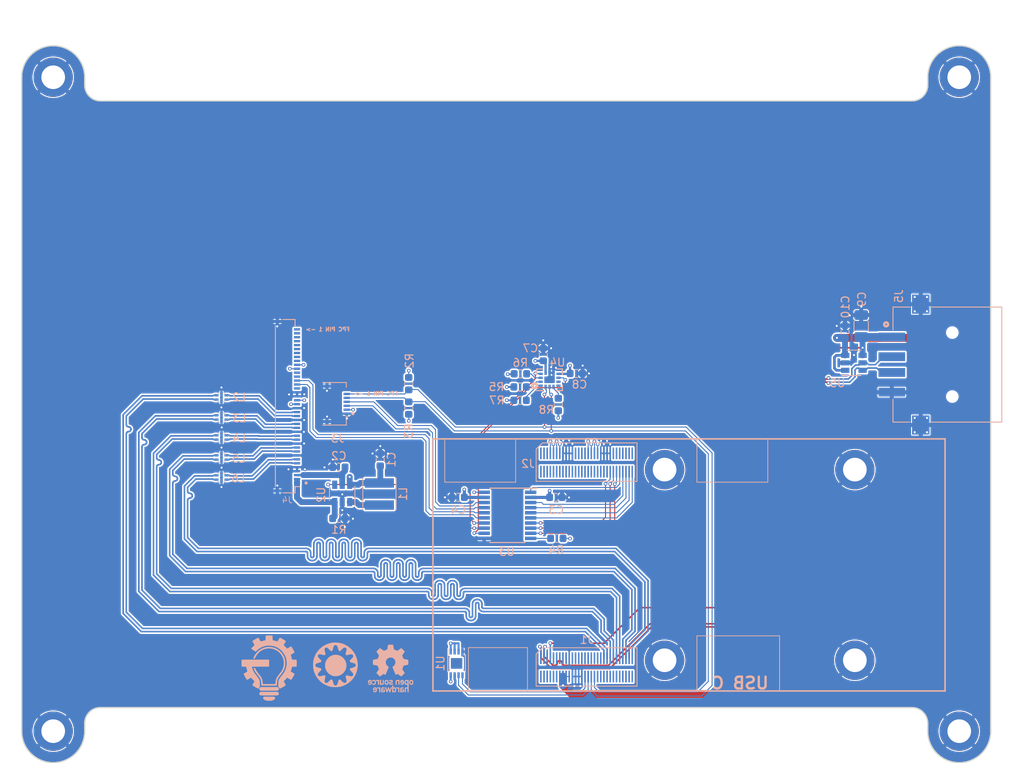
<source format=kicad_pcb>
(kicad_pcb (version 20221018) (generator pcbnew)
  (title_block (title "kimchi_display_lid") (date "2021-01-12") (rev "v0.1") (company "GroupGets"))
  (layers (0 "F.Cu" signal) (1 "In1.Cu" power) (2 "In2.Cu" power) (31 "B.Cu" signal) (34 "B.Paste" user) (35 "F.Paste" user) (36 "B.SilkS" user "B.Silkscreen") (37 "F.SilkS" user "F.Silkscreen") (38 "B.Mask" user) (39 "F.Mask" user) (44 "Edge.Cuts" user))
  (net 0 "")
  (net 1 "GND")
  (net 2 "VDD_5V")
  (net 3 "VDD_1V8")
  (net 4 "VDD_3V3")
  (net 5 "I2C4_SCL")
  (net 6 "I2C4_SDA")
  (net 7 "/DISP_CK_P")
  (net 8 "/DISP_D2_N")
  (net 9 "/DISP_D2_P")
  (net 10 "/DISP_D3_N")
  (net 11 "/DISP_D3_P")
  (net 12 "ECSPI2_MISO")
  (net 13 "/CAM_D0_N")
  (net 14 "ECSPI2_MOSI")
  (net 15 "/CAM_D0_P")
  (net 16 "ECSPI2_SS0")
  (net 17 "/CAM_D1_N")
  (net 18 "ECSPI2_SCLK")
  (net 19 "/CAM_D1_P")
  (net 20 "ECSPI1_MISO")
  (net 21 "/CAM_CK_N")
  (net 22 "ECSPI1_MOSI")
  (net 23 "/CAM_CK_P")
  (net 24 "ECSPI1_SS0")
  (net 25 "/CAM_D2_N")
  (net 26 "ECSPI1_SCLK")
  (net 27 "/CAM_D2_P")
  (net 28 "I2C1_SCL")
  (net 29 "/CAM_D3_N")
  (net 30 "I2C1_SDA")
  (net 31 "/CAM_D3_P")
  (net 32 "I2C2_SCL")
  (net 33 "I2C2_SDA")
  (net 34 "UIM_VPP")
  (net 35 "I2C3_SCL")
  (net 36 "UIM_RESET_N")
  (net 37 "I2C3_SDA")
  (net 38 "UIM_CLK")
  (net 39 "UIM_DATA")
  (net 40 "UIM_PWR")
  (net 41 "USB2_DN")
  (net 42 "USB2_DP")
  (net 43 "/DISP_D0_N")
  (net 44 "/DISP_D0_P")
  (net 45 "/DISP_D1_N")
  (net 46 "/DISP_D1_P")
  (net 47 "/USDHC3_DATA2")
  (net 48 "/DISP_CK_N")
  (net 49 "/USDHC3_DATA1")
  (net 50 "/USDHC3_DATA0")
  (net 51 "/USDHC3_DATA3")
  (net 52 "/USDHC3_CLK")
  (net 53 "/USDHC3_CMD")
  (net 54 "SAI3_TXFS")
  (net 55 "SAI3_MCLK")
  (net 56 "GPIO1[0]")
  (net 57 "GPIO1[1]")
  (net 58 "GPIO1[9]")
  (net 59 "GPIO1[10]")
  (net 60 "GPIO1[11]")
  (net 61 "GPIO1[12]")
  (net 62 "UART1_TX")
  (net 63 "GPIO1[13]")
  (net 64 "UART1_RX")
  (net 65 "GPIO1[14]")
  (net 66 "UART3_TX")
  (net 67 "GPIO1[15]")
  (net 68 "UART3_RX")
  (net 69 "SAI2_RXFS")
  (net 70 "SAI2_MCLK")
  (net 71 "SAI2_TXC")
  (net 72 "SAI2_TXD0")
  (net 73 "SAI2_RXC")
  (net 74 "SAI2_TXFS")
  (net 75 "SAI2_RXD0")
  (net 76 "/ENET_TXC")
  (net 77 "/ENET_TX_CTL")
  (net 78 "Net-(J2-Pad58)")
  (net 79 "/ENET_TD2")
  (net 80 "PCIE_USB_D_P")
  (net 81 "/ENET_TD3")
  (net 82 "PCIE_USB_D_N")
  (net 83 "/ENET_TD0")
  (net 84 "SAI3_TXC")
  (net 85 "/ENET_TD1")
  (net 86 "SAI3_TXD")
  (net 87 "/ENET_RX_CTL")
  (net 88 "SAI3_RXD")
  (net 89 "/ENET_RXC")
  (net 90 "SAI3_RXFS")
  (net 91 "/ENET_RD0")
  (net 92 "SAI3_RXC")
  (net 93 "/ENET_RD2")
  (net 94 "/ENET_RD1")
  (net 95 "/ENET_RD3")
  (net 96 "/ENET_MDC")
  (net 97 "/ENET_MDIO")
  (net 98 "/VLED-")
  (net 99 "Net-(L1-Pad1)")
  (net 100 "/BL_PWM")
  (net 101 "/VLED+")
  (net 102 "/TS_RESET")
  (net 103 "/TS_INT")
  (net 104 "/LCD_TE")
  (net 105 "/LCD_RESET")
  (net 106 "Net-(J4-Pad40)")
  (net 107 "Net-(J4-Pad39)")
  (net 108 "Net-(J4-Pad38)")
  (net 109 "Net-(J4-Pad37)")
  (net 110 "Net-(J4-Pad36)")
  (net 111 "Net-(J4-Pad35)")
  (net 112 "Net-(J4-Pad34)")
  (net 113 "Net-(J4-Pad33)")
  (net 114 "Net-(J4-Pad32)")
  (net 115 "Net-(J4-Pad29)")
  (net 116 "Net-(J4-Pad28)")
  (net 117 "Net-(J4-Pad25)")
  (net 118 "Net-(R4-Pad2)")
  (net 119 "Net-(R5-Pad2)")
  (net 120 "Net-(R6-Pad2)")
  (net 121 "Net-(R7-Pad1)")
  (net 122 "Net-(R8-Pad1)")
  (net 123 "/INT_M")
  (net 124 "/INT1A_G")
  (net 125 "/DRDY_M")
  (net 126 "VBUS")
  (net 127 "/DISP1_D3_P")
  (net 128 "/DISP1_D3_N")
  (net 129 "/DISP1_D2_P")
  (net 130 "/DISP1_D2_N")
  (net 131 "/DISP1_CK_P")
  (net 132 "/DISP1_CK_N")
  (net 133 "/DISP1_D1_P")
  (net 134 "/DISP1_D1_N")
  (net 135 "/DISP1_D0_P")
  (net 136 "/DISP1_D0_N")
  (net 137 "Net-(U4-Pad11)")
  (net 138 "Net-(U4-Pad10)")
  (footprint "kimchi_ulid:MountingHole_3mm_Pad" (layer "F.Cu") (at 182.75 140 180)
    (fp_text reference "H1" hide)
    (fp_text value "MountingHole_Pad" hide)
  )
  (footprint "kimchi_ulid:MountingHole_3mm_Pad" (layer "F.Cu") (at 182.75 115.8 180)
    (fp_text reference "H2" hide)
    (fp_text value "MountingHole_Pad" hide)
  )
  (footprint "kimchi_ulid:MountingHole_3mm_Pad" (layer "F.Cu") (at 158.599999 140 180)
    (fp_text reference "H3" hide)
    (fp_text value "MountingHole_Pad" hide)
  )
  (footprint "kimchi_ulid:MountingHole_3mm_Pad" (layer "F.Cu") (at 158.599999 115.8 180)
    (fp_text reference "H4" hide)
    (fp_text value "MountingHole_Pad" hide)
  )
  (footprint "kimchi_ulid:MountingHole_3mm_Pad" (layer "F.Cu") (at 81 149)
    (fp_text reference "H5" hide)
    (fp_text value "MountingHole_Pad" hide)
  )
  (footprint "kimchi_ulid:MountingHole_3mm_Pad" (layer "F.Cu") (at 81 66)
    (fp_text reference "H6" hide)
    (fp_text value "MountingHole_Pad" hide)
  )
  (footprint "kimchi_ulid:MountingHole_3mm_Pad" (layer "F.Cu") (at 196 149)
    (fp_text reference "H8" hide)
    (fp_text value "MountingHole_Pad" hide)
  )
  (footprint "kimchi_ulid:MountingHole_3mm_Pad" (layer "F.Cu") (at 196 66)
    (fp_text reference "H7" hide)
    (fp_text value "MountingHole_Pad" hide)
  )
  (footprint "kimchi_ulid:DF40HC(3.5)-60DS" (layer "B.Cu") (at 148.7 114.9)
    (fp_text reference "J2")
    (fp_text value "DF40HC(3.5)-60DS" hide)
  )
  (footprint "Symbol:OSHW-Logo_5.7x6mm_SilkScreen" (layer "B.Cu") (at 123.83 141.04 180)
    (fp_text reference "LOGO1" hide)
    (fp_text value "Logo_Open_Hardware_Small" hide)
  )
  (footprint "Package_DFN_QFN:DFN-8-1EP_3x2mm_P0.5mm_EP1.36x1.46mm" (layer "B.Cu") (at 132.2 140.400001 -90)
    (fp_text reference "U1")
    (fp_text value "24C32" hide)
  )
  (footprint "kimchi_ulid:DF40HC(3.5)-60DS" (layer "B.Cu") (at 148.7 140.9)
    (fp_text reference "J1")
    (fp_text value "DF40HC(3.5)-60DS" hide)
  )
  (footprint "Inductor_SMD:L_Taiyo-Yuden_MD-4040" (layer "B.Cu") (at 122.4 118.9 90)
    (fp_text reference "L1")
    (fp_text value "22uH")
  )
  (footprint "kimchi_ulid:HRS_FH19C-40S-0.5SH_1x40-1MP_P0.50mm" (layer "B.Cu") (at 110.7 107.75 90)
    (fp_text reference "J4")
    (fp_text value "FH19C-40S-0.5SH(10)")
  )
  (footprint "kimchi_ulid:HRS_FH19C-6S-0.5SH_1x06-1MP_P0.50mm" (layer "B.Cu") (at 117 107.45 90)
    (fp_text reference "J3")
    (fp_text value "H19C-6S-0.5SH")
  )
  (footprint "Resistor_SMD:R_0603_1608Metric" (layer "B.Cu") (at 126.1262 104.8926 -90)
    (fp_text reference "R2")
    (fp_text value "4.7K")
  )
  (footprint "Resistor_SMD:R_0603_1608Metric" (layer "B.Cu") (at 126.1262 107.9914 90)
    (fp_text reference "R3")
    (fp_text value "4.7K")
  )
  (footprint "kimchi_ulid:kimchi-micro-3d-model" (layer "B.Cu") (at 161.7 127.9)
    (fp_text reference "LOGO2" hide)
    (fp_text value "Logo_Open_Hardware_Small")
  )
  (footprint "Resistor_SMD:R_0603_1608Metric" (layer "B.Cu") (at 117.257276 121.997155)
    (fp_text reference "R1")
    (fp_text value "10 1%")
  )
  (footprint "Package_TO_SOT_SMD:SOT-23-6" (layer "B.Cu") (at 117.682274 118.822154 90)
    (fp_text reference "U2")
    (fp_text value "AP3019AKTR-G1")
  )
  (footprint "Capacitor_SMD:C_0603_1608Metric" (layer "B.Cu") (at 117.257276 115.497155 180)
    (fp_text reference "C2")
    (fp_text value "0.22uF 50V")
  )
  (footprint "Capacitor_SMD:C_0603_1608Metric" (layer "B.Cu") (at 122.507275 114.534655 90)
    (fp_text reference "C1")
    (fp_text value "1uF")
  )
  (footprint "Capacitor_SMD:C_0603_1608Metric" (layer "B.Cu") (at 144.7952 119.3198)
    (fp_text reference "C3")
    (fp_text value ".1uF")
  )
  (footprint "Capacitor_SMD:C_0603_1608Metric" (layer "B.Cu") (at 132.4 119.3198)
    (fp_text reference "C4")
    (fp_text value ".1uF")
  )
  (footprint "Resistor_SMD:R_0603_1608Metric" (layer "B.Cu") (at 144.9222 124.5268 180)
    (fp_text reference "R4")
    (fp_text value "4.7K")
  )
  (footprint "Package_SO:TSSOP-20_4.4x6.5mm_P0.65mm" (layer "B.Cu") (at 138.6514 121.6064 180)
    (fp_text reference "U3")
    (fp_text value "TXS0108EPW")
  )
  (footprint "kimchi_ulid:TE_1-292303-6" (layer "B.Cu") (at 195.12 102.47 -90)
    (fp_text reference "J5")
    (fp_text value "USB_A")
  )
  (footprint "Capacitor_SMD:C_0603_1608Metric" (layer "B.Cu") (at 143.2 101.2 90)
    (fp_text reference "C7")
    (fp_text value ".1uF")
  )
  (footprint "Capacitor_SMD:C_0603_1608Metric" (layer "B.Cu") (at 147.4 103.6)
    (fp_text reference "C8")
    (fp_text value "10uF")
  )
  (footprint "Resistor_SMD:R_0603_1608Metric" (layer "B.Cu") (at 140.26 105.31)
    (fp_text reference "R5")
    (fp_text value "4.7K")
  )
  (footprint "Resistor_SMD:R_0603_1608Metric" (layer "B.Cu") (at 140.26 107.01 180)
    (fp_text reference "R7")
    (fp_text value "4.7K")
  )
  (footprint "Resistor_SMD:R_0603_1608Metric" (layer "B.Cu") (at 145.11 107.54 -90)
    (fp_text reference "R8")
    (fp_text value "4.7K")
  )
  (footprint "Resistor_SMD:R_0603_1608Metric" (layer "B.Cu") (at 140.3 103.64)
    (fp_text reference "R6")
    (fp_text value "4.7K")
  )
  (footprint "Capacitor_SMD:C_1206_3216Metric" (layer "B.Cu") (at 183.55 97.58 90)
    (fp_text reference "C9")
    (fp_text value "100uF")
  )
  (footprint "Package_TO_SOT_SMD:SOT-23-6" (layer "B.Cu") (at 182.63 102.25)
    (fp_text reference "U5")
    (fp_text value "TPD3S014")
  )
  (footprint "Capacitor_SMD:C_0603_1608Metric" (layer "B.Cu") (at 181.5 98.31 -90)
    (fp_text reference "C10")
    (fp_text value ".1uF")
  )
  (footprint "kimchi_ulid:LCFE121002" (layer "B.Cu") (at 102.36 109.18 180)
    (fp_text reference "L3")
    (fp_text value "LCFE121002")
  )
  (footprint "kimchi_ulid:LCFE121002" (layer "B.Cu") (at 102.36 111.72 180)
    (fp_text reference "L4")
    (fp_text value "LCFE121002")
  )
  (footprint "kimchi_ulid:LCFE121002" (layer "B.Cu") (at 102.36 114.26 180)
    (fp_text reference "L5")
    (fp_text value "LCFE121002")
  )
  (footprint "kimchi_ulid:LCFE121002" (layer "B.Cu") (at 102.36 116.8 180)
    (fp_text reference "L6")
    (fp_text value "LCFE121002")
  )
  (footprint "kimchi_ulid:LCFE121002" (layer "B.Cu") (at 102.36 106.64 180)
    (fp_text reference "L2")
    (fp_text value "LCFE121002")
  )
  (footprint "kimchi_ulid:LSM6DSRTR" (layer "B.Cu") (at 144 104.4)
    (fp_text reference "U4")
    (fp_text value "LSM6DSRTR" hide)
  )
  (footprint "kimchi_ulid:groupgets_logo" (layer "B.Cu") (at 108.4 141 180)
    (fp_text reference "L7" hide)
    (fp_text value "GG_LOGO" hide)
  )
  (footprint "kimchi_ulid:oshpark_logo" (layer "B.Cu") (at 116.8 140.6)
    (fp_text reference "L8" hide)
    (fp_text value "OSHPARK_LOGO" hide)
  )
  (gr_line (start 133.7 143.9) (end 141.2 143.9) (stroke (width 0.1)) (layer "B.SilkS"))
  (gr_line (start 162.699999 143.9) (end 173.2 143.9) (stroke (width 0.1)) (layer "B.SilkS"))
  (gr_line (start 162.7 117.4) (end 171.7 117.400001) (stroke (width 0.1)) (layer "B.SilkS"))
  (gr_line (start 130.7 117.4) (end 139.7 117.400001) (stroke (width 0.1)) (layer "B.SilkS"))
  (gr_line (start 162.7 136.9) (end 162.699999 143.9) (stroke (width 0.1)) (layer "B.SilkS"))
  (gr_line (start 162.699999 111.9) (end 162.7 117.4) (stroke (width 0.1)) (layer "B.SilkS"))
  (gr_line (start 194.2 111.9) (end 194.2 143.9) (stroke (width 0.2)) (layer "B.SilkS"))
  (gr_line (start 171.699999 111.9) (end 162.699999 111.9) (stroke (width 0.1)) (layer "B.SilkS"))
  (gr_line (start 133.7 138.400001) (end 133.7 143.9) (stroke (width 0.1)) (layer "B.SilkS"))
  (gr_line (start 173.2 143.9) (end 173.199999 136.9) (stroke (width 0.1)) (layer "B.SilkS"))
  (gr_line (start 139.7 117.400001) (end 139.699999 111.9) (stroke (width 0.1)) (layer "B.SilkS"))
  (gr_line (start 139.699999 111.9) (end 130.699999 111.9) (stroke (width 0.1)) (layer "B.SilkS"))
  (gr_line (start 194.2 143.9) (end 129.2 143.9) (stroke (width 0.2)) (layer "B.SilkS"))
  (gr_line (start 171.7 117.400001) (end 171.699999 111.9) (stroke (width 0.1)) (layer "B.SilkS"))
  (gr_line (start 173.199999 136.9) (end 162.7 136.9) (stroke (width 0.1)) (layer "B.SilkS"))
  (gr_line (start 141.2 138.400001) (end 133.7 138.400001) (stroke (width 0.1)) (layer "B.SilkS"))
  (gr_line (start 129.2 143.9) (end 129.2 111.9) (stroke (width 0.2)) (layer "B.SilkS"))
  (gr_line (start 129.2 111.9) (end 194.2 111.9) (stroke (width 0.2)) (layer "B.SilkS"))
  (gr_line (start 141.2 143.9) (end 141.2 138.400001) (stroke (width 0.1)) (layer "B.SilkS"))
  (gr_line (start 130.699999 111.9) (end 130.7 117.4) (stroke (width 0.1)) (layer "B.SilkS"))
  (gr_line (start 192 148) (end 192 149) (stroke (width 0.15)) (layer "Edge.Cuts"))
  (gr_line (start 85 148) (end 85 149) (stroke (width 0.15)) (layer "Edge.Cuts"))
  (gr_arc (start 200 149) (mid 196 153) (end 192 149) (stroke (width 0.15)) (layer "Edge.Cuts"))
  (gr_line (start 85 67) (end 85 66) (stroke (width 0.15)) (layer "Edge.Cuts"))
  (gr_arc (start 85 148) (mid 85.585786 146.585786) (end 87 146) (stroke (width 0.15)) (layer "Edge.Cuts"))
  (gr_line (start 200 66.000002) (end 200 149) (stroke (width 0.15)) (layer "Edge.Cuts"))
  (gr_arc (start 77 66) (mid 81 62) (end 85 66) (stroke (width 0.15)) (layer "Edge.Cuts"))
  (gr_arc (start 191.999999 65.999999) (mid 196.000001 61.999999) (end 200.000001 66.000001) (stroke (width 0.15)) (layer "Edge.Cuts"))
  (gr_line (start 192 67) (end 191.999998 66) (stroke (width 0.15)) (layer "Edge.Cuts"))
  (gr_line (start 77 149) (end 77 66) (stroke (width 0.15)) (layer "Edge.Cuts"))
  (gr_arc (start 192 67) (mid 191.414214 68.414214) (end 190 69) (stroke (width 0.15)) (layer "Edge.Cuts"))
  (gr_arc (start 190 146) (mid 191.414214 146.585786) (end 192 148) (stroke (width 0.15)) (layer "Edge.Cuts"))
  (gr_line (start 87 146) (end 190 146) (stroke (width 0.15)) (layer "Edge.Cuts"))
  (gr_arc (start 87 69) (mid 85.585786 68.414214) (end 85 67) (stroke (width 0.15)) (layer "Edge.Cuts"))
  (gr_arc (start 85 149) (mid 81 153) (end 77 149) (stroke (width 0.15)) (layer "Edge.Cuts"))
  (gr_line (start 87 69) (end 190 69) (stroke (width 0.15)) (layer "Edge.Cuts"))
  (gr_text "FPC PIN 1 ->" (at 121.95 106.15) (layer "B.SilkS") (effects (font (size 0.5 0.5) (thickness 0.125)) (justify mirror)))
  (gr_text "USB C" (at 168.200001 142.9) (layer "B.SilkS") (effects (font (size 1.5 1.5) (thickness 0.3)) (justify mirror)))
  (gr_text "FPC PIN 1 ->" (at 115.85 98) (layer "B.SilkS") (effects (font (size 0.5 0.5) (thickness 0.125)) (justify mirror)))
  (via (at 190.35 111.05) (size 0.4572) (drill 0.254) (layers "F.Cu" "B.Cu") (net 1))
  (via (at 191.9 109.25) (size 0.4572) (drill 0.254) (layers "F.Cu" "B.Cu") (net 1))
  (via (at 190.35 109.25) (size 0.4572) (drill 0.254) (layers "F.Cu" "B.Cu") (net 1))
  (via (at 191.9 111.05) (size 0.4572) (drill 0.254) (layers "F.Cu" "B.Cu") (net 1))
  (via (at 119.0396 122.0376) (size 0.4572) (drill 0.254) (layers "F.Cu" "B.Cu") (net 1))
  (via (at 146.9034 112.538) (size 0.4572) (drill 0.254) (layers "F.Cu" "B.Cu") (net 1))
  (via (at 118.0236 123.079) (size 0.4572) (drill 0.254) (layers "F.Cu" "B.Cu") (net 1))
  (via (at 180.45 97.56) (size 0.4572) (drill 0.254) (layers "F.Cu" "B.Cu") (net 1))
  (via (at 145.735 112.1062) (size 0.4572) (drill 0.254) (layers "F.Cu" "B.Cu") (net 1))
  (via (at 149 103.6) (size 0.4572) (drill 0.254) (layers "F.Cu" "B.Cu") (net 1))
  (via (at 102.39 110.45) (size 0.4572) (drill 0.254) (layers "F.Cu" "B.Cu") (net 1))
  (via (at 190.35 95.7) (size 0.4572) (drill 0.254) (layers "F.Cu" "B.Cu") (net 1))
  (via (at 102.36 113) (size 0.4572) (drill 0.254) (layers "F.Cu" "B.Cu") (net 1))
  (via (at 112.842 109.5154) (size 0.4572) (drill 0.254) (layers "F.Cu" "B.Cu") (net 1))
  (via (at 112.842 112.4872) (size 0.4572) (drill 0.254) (layers "F.Cu" "B.Cu") (net 1))
  (via (at 102.37 115.55) (size 0.4572) (drill 0.254) (layers "F.Cu" "B.Cu") (net 1))
  (via (at 110.8608 115.7638) (size 0.4572) (drill 0.254) (layers "F.Cu" "B.Cu") (net 1))
  (via (at 182.1 96.23) (size 0.4572) (drill 0.254) (layers "F.Cu" "B.Cu") (net 1))
  (via (at 102.35 107.91) (size 0.4572) (drill 0.254) (layers "F.Cu" "B.Cu") (net 1))
  (via (at 130.7236 119.3198) (size 0.4572) (drill 0.254) (layers "F.Cu" "B.Cu") (net 1))
  (via (at 118.28 109.31) (size 0.4572) (drill 0.254) (layers "F.Cu" "B.Cu") (net 1))
  (via (at 146.4716 119.3452) (size 0.4572) (drill 0.254) (layers "F.Cu" "B.Cu") (net 1))
  (via (at 110.937 106.2642) (size 0.4572) (drill 0.254) (layers "F.Cu" "B.Cu") (net 1))
  (via (at 102.36 118.02) (size 0.4572) (drill 0.254) (layers "F.Cu" "B.Cu") (net 1))
  (via (at 146.116 112.538) (size 0.4572) (drill 0.254) (layers "F.Cu" "B.Cu") (net 1))
  (via (at 117.6934 118.9388) (size 0.4572) (drill 0.254) (layers "F.Cu" "B.Cu") (net 1))
  (via (at 144.2 100.4) (size 0.4572) (drill 0.254) (layers "F.Cu" "B.Cu") (net 1))
  (via (at 150.5356 112.157) (size 0.4572) (drill 0.254) (layers "F.Cu" "B.Cu") (net 1))
  (via (at 191.9 95.7) (size 0.4572) (drill 0.254) (layers "F.Cu" "B.Cu") (net 1))
  (via (at 112.8674 106.2388) (size 0.4572) (drill 0.254) (layers "F.Cu" "B.Cu") (net 1))
  (via (at 183.57 95.11) (size 0.4572) (drill 0.254) (layers "F.Cu" "B.Cu") (net 1))
  (via (at 123.4846 113.7572) (size 0.4572) (drill 0.254) (layers "F.Cu" "B.Cu") (net 1))
  (via (at 122.5194 112.8174) (size 0.4572) (drill 0.254) (layers "F.Cu" "B.Cu") (net 1))
  (via (at 102.36 105.38) (size 0.4572) (drill 0.254) (layers "F.Cu" "B.Cu") (net 1))
  (via (at 151.2976 112.157) (size 0.4572) (drill 0.254) (layers "F.Cu" "B.Cu") (net 1))
  (via (at 146.497 112.1062) (size 0.4572) (drill 0.254) (layers "F.Cu" "B.Cu") (net 1))
  (via (at 112.842 107.9914) (size 0.4572) (drill 0.254) (layers "F.Cu" "B.Cu") (net 1))
  (via (at 182.64 101.26) (size 0.4572) (drill 0.254) (layers "F.Cu" "B.Cu") (net 1))
  (via (at 121.5288 113.7572) (size 0.4572) (drill 0.254) (layers "F.Cu" "B.Cu") (net 1))
  (via (at 144.8 102.88) (size 0.4572) (drill 0.254) (layers "F.Cu" "B.Cu") (net 1))
  (via (at 147.152 143.2674) (size 0.4572) (drill 0.254) (layers "F.Cu" "B.Cu") (net 1))
  (via (at 115.74 105.79) (size 0.4572) (drill 0.254) (layers "F.Cu" "B.Cu") (net 1))
  (via (at 112.8166 111.014) (size 0.4572) (drill 0.254) (layers "F.Cu" "B.Cu") (net 1))
  (via (at 115.4328 115.5098) (size 0.4572) (drill 0.254) (layers "F.Cu" "B.Cu") (net 1))
  (via (at 147.914 143.2674) (size 0.4572) (drill 0.254) (layers "F.Cu" "B.Cu") (net 1))
  (via (at 148.2 102.6) (size 0.4572) (drill 0.254) (layers "F.Cu" "B.Cu") (net 1))
  (via (at 116.4742 114.5192) (size 0.4572) (drill 0.254) (layers "F.Cu" "B.Cu") (net 1))
  (via (at 144.2 102.800008) (size 0.4572) (drill 0.254) (layers "F.Cu" "B.Cu") (net 1))
  (via (at 191.9 93.9) (size 0.4572) (drill 0.254) (layers "F.Cu" "B.Cu") (net 1))
  (via (at 151.704 112.5888) (size 0.4572) (drill 0.254) (layers "F.Cu" "B.Cu") (net 1))
  (via (at 190.35 93.9) (size 0.4572) (drill 0.254) (layers "F.Cu" "B.Cu") (net 1))
  (via (at 143.2 99.4) (size 0.4572) (drill 0.254) (layers "F.Cu" "B.Cu") (net 1))
  (via (at 109.45 117.82) (size 0.4572) (drill 0.254) (layers "F.Cu" "B.Cu") (net 1))
  (via (at 112.9436 115.7638) (size 0.4572) (drill 0.254) (layers "F.Cu" "B.Cu") (net 1))
  (via (at 109.44 97.62) (size 0.4572) (drill 0.254) (layers "F.Cu" "B.Cu") (net 1))
  (via (at 150.8912 112.5888) (size 0.4572) (drill 0.254) (layers "F.Cu" "B.Cu") (net 1))
  (via (at 115.76 109.07) (size 0.4572) (drill 0.254) (layers "F.Cu" "B.Cu") (net 1))
  (via (at 117.6934 120.9454) (size 0.4572) (drill 0.254) (layers "F.Cu" "B.Cu") (net 1))
  (segment (start 144 103.000008) (end 144.2 102.800008) (width 0.3) (layer "B.Cu") (net 1))
  (segment (start 144.500126 103.511) (end 144.500126 103.179874) (width 0.3) (layer "B.Cu") (net 1))
  (segment (start 182.23 102.25) (end 182.64 101.84) (width 0.2) (layer "B.Cu") (net 1))
  (segment (start 144 103.511) (end 144 103.000008) (width 0.3) (layer "B.Cu") (net 1))
  (segment (start 144.500126 103.179874) (end 144.8 102.88) (width 0.3) (layer "B.Cu") (net 1))
  (segment (start 182.64 101.84) (end 182.64 101.26) (width 0.2) (layer "B.Cu") (net 1))
  (segment (start 181.53 102.25) (end 182.23 102.25) (width 0.2) (layer "B.Cu") (net 1))
  (segment (start 145.7 143.18) (end 146.8 144.28) (width 1) (layer "F.Cu") (net 2))
  (segment (start 193.19 136.82) (end 193.19 100.73) (width 1) (layer "F.Cu") (net 2))
  (segment (start 185.73 144.28) (end 193.19 136.82) (width 1) (layer "F.Cu") (net 2))
  (segment (start 193.19 100.73) (end 191.54 99.08) (width 1) (layer "F.Cu") (net 2))
  (segment (start 185.92 99.08) (end 180.48 99.08) (width 1) (layer "F.Cu") (net 2))
  (segment (start 191.54 99.08) (end 185.92 99.08) (width 1) (layer "F.Cu") (net 2))
  (segment (start 146.8 144.28) (end 185.73 144.28) (width 1) (layer "F.Cu") (net 2))
  (via (at 145.7 143.18) (size 0.4572) (drill 0.254) (layers "F.Cu" "B.Cu") (net 2))
  (via (at 180.48 99.08) (size 0.4572) (drill 0.254) (layers "F.Cu" "B.Cu") (net 2))
  (segment (start 180.16 102.93) (end 180.43 103.2) (width 0.35) (layer "B.Cu") (net 2))
  (segment (start 181.4825 99.08) (end 181.5 99.0975) (width 1) (layer "B.Cu") (net 2))
  (segment (start 180.48 99.08) (end 181.4825 99.08) (width 1) (layer "B.Cu") (net 2))
  (segment (start 145.7 142.06) (end 145.7 143.18) (width 1) (layer "B.Cu") (net 2))
  (segment (start 145.7 142.06) (end 146.1 142.06) (width 0.127) (layer "B.Cu") (net 2))
  (segment (start 146.1 142.06) (end 146.5 142.06) (width 0.127) (layer "B.Cu") (net 2))
  (segment (start 145.3 142.06) (end 145.7 142.06) (width 0.127) (layer "B.Cu") (net 2))
  (segment (start 181.5 99.0975) (end 181.5 101.27) (width 0.75) (layer "B.Cu") (net 2))
  (segment (start 181.53 101.3) (end 180.4 101.3) (width 0.35) (layer "B.Cu") (net 2))
  (segment (start 180.16 101.54) (end 180.16 102.93) (width 0.35) (layer "B.Cu") (net 2))
  (segment (start 181.5 101.27) (end 181.53 101.3) (width 0.75) (layer "B.Cu") (net 2))
  (segment (start 180.43 103.2) (end 181.53 103.2) (width 0.35) (layer "B.Cu") (net 2))
  (segment (start 180.4 101.3) (end 180.16 101.54) (width 0.35) (layer "B.Cu") (net 2))
  (via (at 149.6974 112.2078) (size 0.4572) (drill 0.254) (layers "F.Cu" "B.Cu") (net 3))
  (via (at 148.91 112.2078) (size 0.4572) (drill 0.254) (layers "F.Cu" "B.Cu") (net 3))
  (via (at 149.291 112.5888) (size 0.4572) (drill 0.254) (layers "F.Cu" "B.Cu") (net 3))
  (via (at 150.1038 112.5888) (size 0.4572) (drill 0.254) (layers "F.Cu" "B.Cu") (net 3))
  (via (at 144.0078 118.4816) (size 0.4572) (drill 0.254) (layers "F.Cu" "B.Cu") (net 3))
  (via (at 146.5986 124.5522) (size 0.4572) (drill 0.254) (layers "F.Cu" "B.Cu") (net 3))
  (segment (start 149.3006 112.5984) (end 149.291 112.5888) (width 0.127) (layer "B.Cu") (net 3))
  (segment (start 149.7006 113.74) (end 149.7006 112.211) (width 0.127) (layer "B.Cu") (net 3))
  (segment (start 148.9006 112.2172) (end 148.91 112.2078) (width 0.127) (layer "B.Cu") (net 3))
  (segment (start 148.9006 113.74) (end 148.9006 112.2172) (width 0.127) (layer "B.Cu") (net 3))
  (segment (start 149.7006 112.211) (end 149.6974 112.2078) (width 0.127) (layer "B.Cu") (net 3))
  (segment (start 149.3006 113.74) (end 149.3006 112.5984) (width 0.127) (layer "B.Cu") (net 3))
  (segment (start 150.1006 112.592) (end 150.1038 112.5888) (width 0.127) (layer "B.Cu") (net 3))
  (segment (start 150.1006 113.74) (end 150.1006 112.592) (width 0.127) (layer "B.Cu") (net 3))
  (segment (start 146.5732 124.5268) (end 146.5986 124.5522) (width 0.127) (layer "B.Cu") (net 3))
  (segment (start 144.0077 118.4817) (end 144.0078 118.4816) (width 0.4) (layer "B.Cu") (net 3))
  (segment (start 145.7097 124.5268) (end 146.5732 124.5268) (width 0.127) (layer "B.Cu") (net 3))
  (segment (start 144.0077 119.3198) (end 144.0077 118.4817) (width 0.4) (layer "B.Cu") (net 3))
  (segment (start 141.6014 119.3314) (end 143.9961 119.3314) (width 0.4) (layer "B.Cu") (net 3))
  (segment (start 143.9961 119.3314) (end 144.0077 119.3198) (width 0.4) (layer "B.Cu") (net 3))
  (via (at 142.2 102) (size 0.4572) (drill 0.254) (layers "F.Cu" "B.Cu") (net 4))
  (via (at 138.56 106.99) (size 0.4572) (drill 0.254) (layers "F.Cu" "B.Cu") (net 4))
  (via (at 112.7658 102.505) (size 0.4572) (drill 0.254) (layers "F.Cu" "B.Cu") (net 4))
  (via (at 138.69 103.69) (size 0.4572) (drill 0.254) (layers "F.Cu" "B.Cu") (net 4))
  (via (at 146.6 102.6) (size 0.4572) (drill 0.254) (layers "F.Cu" "B.Cu") (net 4))
  (via (at 145.3032 112.5888) (size 0.4572) (drill 0.254) (layers "F.Cu" "B.Cu") (net 4))
  (via (at 111.0386 102.9876) (size 0.4572) (drill 0.254) (layers "F.Cu" "B.Cu") (net 4))
  (via (at 138.56 105.31) (size 0.4572) (drill 0.254) (layers "F.Cu" "B.Cu") (net 4))
  (via (at 144.8968 112.2078) (size 0.4572) (drill 0.254) (layers "F.Cu" "B.Cu") (net 4))
  (via (at 145.1 109.24) (size 0.4572) (drill 0.254) (layers "F.Cu" "B.Cu") (net 4))
  (via (at 144.4904 112.5888) (size 0.4572) (drill 0.254) (layers "F.Cu" "B.Cu") (net 4))
  (via (at 131.45 137.85) (size 0.4572) (drill 0.254) (layers "F.Cu" "B.Cu") (net 4))
  (via (at 126.1262 109.617) (size 0.4572) (drill 0.254) (layers "F.Cu" "B.Cu") (net 4))
  (via (at 126.1262 103.2416) (size 0.4572) (drill 0.254) (layers "F.Cu" "B.Cu") (net 4))
  (via (at 144.1094 112.2078) (size 0.4572) (drill 0.254) (layers "F.Cu" "B.Cu") (net 4))
  (via (at 133.1874 118.3292) (size 0.4572) (drill 0.254) (layers "F.Cu" "B.Cu") (net 4))
  (via (at 111.191 107.5088) (size 0.4572) (drill 0.254) (layers "F.Cu" "B.Cu") (net 4))
  (via (at 119.065 108.1946) (size 0.4572) (drill 0.254) (layers "F.Cu" "B.Cu") (net 4))
  (via (at 118.6332 116.729) (size 0.4572) (drill 0.254) (layers "F.Cu" "B.Cu") (net 4))
  (via (at 112.8674 107.0008) (size 0.4572) (drill 0.254) (layers "F.Cu" "B.Cu") (net 4))
  (via (at 131.449999 142.699999) (size 0.4572) (drill 0.254) (layers "F.Cu" "B.Cu") (net 4))
  (segment (start 131.95 137.85) (end 131.45 137.85) (width 0.254) (layer "B.Cu") (net 4))
  (segment (start 146.6125 103.6) (end 146.6 103.5875) (width 0.127) (layer "B.Cu") (net 4))
  (segment (start 139.4725 105.31) (end 138.56 105.31) (width 0.254) (layer "B.Cu") (net 4))
  (segment (start 144.1 112.2172) (end 144.1094 112.2078) (width 0.127) (layer "B.Cu") (net 4))
  (segment (start 144.5 113.74) (end 144.5 112.5984) (width 0.127) (layer "B.Cu") (net 4))
  (segment (start 139.64 103.6875) (end 138.6925 103.6875) (width 0.254) (layer "B.Cu") (net 4))
  (segment (start 146.6 103.5875) (end 146.6 102.6) (width 0.3) (layer "B.Cu") (net 4))
  (segment (start 118.632274 117.722154) (end 119.748246 117.722154) (width 0.75) (layer "B.Cu") (net 4))
  (segment (start 144.9 112.211) (end 144.8968 112.2078) (width 0.127) (layer "B.Cu") (net 4))
  (segment (start 122.5194 115.33428) (end 122.507275 115.322155) (width 0.75) (layer "B.Cu") (net 4))
  (segment (start 142.2 102) (end 143.1875 102) (width 0.3) (layer "B.Cu") (net 4))
  (segment (start 118.632274 117.722154) (end 118.632274 116.729926) (width 0.75) (layer "B.Cu") (net 4))
  (segment (start 131.45 138.900001) (end 131.45 137.85) (width 0.254) (layer "B.Cu") (net 4))
  (segment (start 126.1262 108.7789) (end 126.1262 109.617) (width 0.127) (layer "B.Cu") (net 4))
  (segment (start 119.0596 108.2) (end 119.065 108.1946) (width 0.127) (layer "B.Cu") (net 4))
  (segment (start 133.1875 118.3293) (end 133.1874 118.3292) (width 0.4) (layer "B.Cu") (net 4))
  (segment (start 132.45 138.900001) (end 132.449999 137.85) (width 0.254) (layer "B.Cu") (net 4))
  (segment (start 111.95 107.5) (end 111.1998 107.5) (width 0.127) (layer "B.Cu") (net 4))
  (segment (start 111.051 103) (end 111.0386 102.9876) (width 0.127) (layer "B.Cu") (net 4))
  (segment (start 145.11 108.3275) (end 145.11 109.23) (width 0.254) (layer "B.Cu") (net 4))
  (segment (start 133.1875 119.3198) (end 133.1875 118.3293) (width 0.4) (layer "B.Cu") (net 4))
  (segment (start 138.58 107.01) (end 138.56 106.99) (width 0.254) (layer "B.Cu") (net 4))
  (segment (start 122.4 117.5) (end 122.5194 117.3806) (width 0.75) (layer "B.Cu") (net 4))
  (segment (start 144.9 113.74) (end 144.9 112.211) (width 0.127) (layer "B.Cu") (net 4))
  (segment (start 135.7014 119.3314) (end 135.7 119.33) (width 0.4) (layer "B.Cu") (net 4))
  (segment (start 111.95 103) (end 111.051 103) (width 0.127) (layer "B.Cu") (net 4))
  (segment (start 145.11 109.23) (end 145.1 109.24) (width 0.254) (layer "B.Cu") (net 4))
  (segment (start 118.632274 116.729926) (end 118.6332 116.729) (width 0.75) (layer "B.Cu") (net 4))
  (segment (start 118.25 108.2) (end 119.0596 108.2) (width 0.127) (layer "B.Cu") (net 4))
  (segment (start 122.5194 117.3806) (end 122.5194 115.33428) (width 0.75) (layer "B.Cu") (net 4))
  (segment (start 111.95 102.5) (end 112.7608 102.5) (width 0.127) (layer "B.Cu") (net 4))
  (segment (start 131.45 141.9) (end 131.449999 142.699999) (width 0.254) (layer "B.Cu") (net 4))
  (segment (start 145.3 112.592) (end 145.3032 112.5888) (width 0.127) (layer "B.Cu") (net 4))
  (segment (start 139.4725 107.01) (end 138.58 107.01) (width 0.254) (layer "B.Cu") (net 4))
  (segment (start 132.449999 137.85) (end 131.95 137.85) (width 0.254) (layer "B.Cu") (net 4))
  (segment (start 135.7 119.33) (end 133.1977 119.33) (width 0.4) (layer "B.Cu") (net 4))
  (segment (start 131.95 138.9) (end 131.95 137.85) (width 0.254) (layer "B.Cu") (net 4))
  (segment (start 143.499874 102.287374) (end 143.2 101.9875) (width 0.127) (layer "B.Cu") (net 4))
  (segment (start 143.499874 103.511) (end 143.499874 102.287374) (width 0.3) (layer "B.Cu") (net 4))
  (segment (start 111.1998 107.5) (end 111.191 107.5088) (width 0.127) (layer "B.Cu") (net 4))
  (segment (start 143.1875 102) (end 143.2 101.9875) (width 0.127) (layer "B.Cu") (net 4))
  (segment (start 145.1303 103.649811) (end 146.562689 103.649811) (width 0.3) (layer "B.Cu") (net 4))
  (segment (start 146.562689 103.649811) (end 146.6125 103.6) (width 0.127) (layer "B.Cu") (net 4))
  (segment (start 111.95 107) (end 112.8666 107) (width 0.127) (layer "B.Cu") (net 4))
  (segment (start 126.1262 104.1051) (end 126.1262 103.2416) (width 0.127) (layer "B.Cu") (net 4))
  (segment (start 112.7608 102.5) (end 112.7658 102.505) (width 0.127) (layer "B.Cu") (net 4))
  (segment (start 144.5 112.5984) (end 144.4904 112.5888) (width 0.127) (layer "B.Cu") (net 4))
  (segment (start 119.9704 117.5) (end 122.4 117.5) (width 0.75) (layer "B.Cu") (net 4))
  (segment (start 119.748246 117.722154) (end 119.9704 117.5) (width 0.75) (layer "B.Cu") (net 4))
  (segment (start 144.1 113.74) (end 144.1 112.2172) (width 0.127) (layer "B.Cu") (net 4))
  (segment (start 145.3 113.74) (end 145.3 112.592) (width 0.127) (layer "B.Cu") (net 4))
  (segment (start 112.8666 107) (end 112.8674 107.0008) (width 0.127) (layer "B.Cu") (net 4))
  (segment (start 133.1977 119.33) (end 133.1875 119.3198) (width 0.4) (layer "B.Cu") (net 4))
  (segment (start 148.9 143.7646) (end 148.9 142.06) (width 0.127) (layer "B.Cu") (net 5))
  (segment (start 132.45 143.1696) (end 133.6954 144.415) (width 0.127) (layer "B.Cu") (net 5))
  (segment (start 133.6954 144.415) (end 148.2496 144.415) (width 0.127) (layer "B.Cu") (net 5))
  (segment (start 132.45 141.900001) (end 132.45 143.1696) (width 0.127) (layer "B.Cu") (net 5))
  (segment (start 148.2496 144.415) (end 148.9 143.7646) (width 0.127) (layer "B.Cu") (net 5))
  (segment (start 133.9494 144.0086) (end 132.95 143.0092) (width 0.127) (layer "B.Cu") (net 6))
  (segment (start 132.95 143.0092) (end 132.95 141.900001) (width 0.127) (layer "B.Cu") (net 6))
  (segment (start 148.5 143.5296) (end 148.021 144.0086) (width 0.127) (layer "B.Cu") (net 6))
  (segment (start 148.021 144.0086) (end 133.9494 144.0086) (width 0.127) (layer "B.Cu") (net 6))
  (segment (start 148.5 142.06) (end 148.5 143.5296) (width 0.127) (layer "B.Cu") (net 6))
  (segment (start 128.554954 131.29939) (end 128.592078 131.322717) (width 0.2) (layer "B.Cu") (net 7))
  (segment (start 132.187801 132.216004) (end 132.306454 132.257523) (width 0.2) (layer "B.Cu") (net 7))
  (segment (start 128.646408 131.390844) (end 128.660889 131.432229) (width 0.2) (layer "B.Cu") (net 7))
  (segment (start 131.48939 130.399247) (end 131.512717 130.362123) (width 0.2) (layer "B.Cu") (net 7))
  (segment (start 130.26509 130.440632) (end 130.27 130.484201) (width 0.2) (layer "B.Cu") (net 7))
  (segment (start 93.73 113.727156) (end 93.73 129.192844) (width 0.2) (layer "B.Cu") (net 7))
  (segment (start 133.180844 131.29939) (end 133.222229 131.284909) (width 0.2) (layer "B.Cu") (net 7))
  (segment (start 130.250609 130.399247) (end 130.26509 130.440632) (width 0.2) (layer "B.Cu") (net 7))
  (segment (start 131.884074 131.835143) (end 131.925593 131.953796) (width 0.2) (layer "B.Cu") (net 7))
  (segment (start 129.429344 132.257523) (end 129.547997 132.216004) (width 0.2) (layer "B.Cu") (net 7))
  (segment (start 130.11777 130.293312) (end 130.159155 130.307793) (width 0.2) (layer "B.Cu") (net 7))
  (segment (start 131.512717 130.362123) (end 131.54372 130.33112) (width 0.2) (layer "B.Cu") (net 7))
  (segment (start 133.055925 131.835143) (end 133.07 131.710226) (width 0.2) (layer "B.Cu") (net 7))
  (segment (start 131.86509 130.440632) (end 131.87 130.484201) (width 0.2) (layer "B.Cu") (net 7))
  (segment (start 128.513569 131.284909) (end 128.554954 131.29939) (width 0.2) (layer "B.Cu") (net 7))
  (segment (start 128.788272 132.060235) (end 128.877161 132.149124) (width 0.2) (layer "B.Cu") (net 7))
  (segment (start 131.87 131.710226) (end 131.884074 131.835143) (width 0.2) (layer "B.Cu") (net 7))
  (segment (start 129.980844 130.307793) (end 130.022229 130.293312) (width 0.2) (layer "B.Cu") (net 7))
  (segment (start 129.810205 131.953796) (end 129.851724 131.835143) (width 0.2) (layer "B.Cu") (net 7))
  (segment (start 130.159155 130.307793) (end 130.196279 130.33112) (width 0.2) (layer "B.Cu") (net 7))
  (segment (start 129.865799 131.08) (end 129.87 131.08) (width 0.2) (layer "B.Cu") (net 7))
  (segment (start 95.817156 131.28) (end 128.47 131.28) (width 0.2) (layer "B.Cu") (net 7))
  (segment (start 131.474909 130.440632) (end 131.48939 130.399247) (width 0.2) (layer "B.Cu") (net 7))
  (segment (start 129.912717 130.362123) (end 129.94372 130.33112) (width 0.2) (layer "B.Cu") (net 7))
  (segment (start 131.54372 130.33112) (end 131.580844 130.307793) (width 0.2) (layer "B.Cu") (net 7))
  (segment (start 131.033545 132.257523) (end 131.152198 132.216004) (width 0.2) (layer "B.Cu") (net 7))
  (segment (start 132.858637 132.149124) (end 132.947526 132.060235) (width 0.2) (layer "B.Cu") (net 7))
  (segment (start 128.623081 131.35372) (end 128.646408 131.390844) (width 0.2) (layer "B.Cu") (net 7))
  (segment (start 130.392473 132.060235) (end 130.481362 132.149124) (width 0.2) (layer "B.Cu") (net 7))
  (segment (start 133.07 131.710226) (end 133.07 131.475799) (width 0.2) (layer "B.Cu") (net 7))
  (segment (start 130.074201 130.288402) (end 130.11777 130.293312) (width 0.2) (layer "B.Cu") (net 7))
  (segment (start 130.908628 132.271598) (end 131.033545 132.257523) (width 0.2) (layer "B.Cu") (net 7))
  (segment (start 130.27 131.710226) (end 130.284074 131.835143) (width 0.2) (layer "B.Cu") (net 7))
  (segment (start 129.102253 132.257523) (end 129.22717 132.271598) (width 0.2) (layer "B.Cu") (net 7))
  (segment (start 101.359999 111.445) (end 101.284999 111.52) (width 0.2) (layer "B.Cu") (net 7))
  (segment (start 131.87 130.484201) (end 131.87 131.710226) (width 0.2) (layer "B.Cu") (net 7))
  (segment (start 133.014406 131.953796) (end 133.055925 131.835143) (width 0.2) (layer "B.Cu") (net 7))
  (segment (start 131.47 130.484201) (end 131.474909 130.440632) (width 0.2) (layer "B.Cu") (net 7))
  (segment (start 131.71777 130.293312) (end 131.759155 130.307793) (width 0.2) (layer "B.Cu") (net 7))
  (segment (start 131.992473 132.060235) (end 132.081362 132.149124) (width 0.2) (layer "B.Cu") (net 7))
  (segment (start 129.743325 132.060235) (end 129.810205 131.953796) (width 0.2) (layer "B.Cu") (net 7))
  (segment (start 128.679873 131.835143) (end 128.721392 131.953796) (width 0.2) (layer "B.Cu") (net 7))
  (segment (start 132.306454 132.257523) (end 132.431371 132.271598) (width 0.2) (layer "B.Cu") (net 7))
  (segment (start 131.674201 130.288402) (end 131.71777 130.293312) (width 0.2) (layer "B.Cu") (net 7))
  (segment (start 131.796279 130.33112) (end 131.827282 130.362123) (width 0.2) (layer "B.Cu") (net 7))
  (segment (start 130.284074 131.835143) (end 130.325593 131.953796) (width 0.2) (layer "B.Cu") (net 7))
  (segment (start 129.874909 130.440632) (end 129.88939 130.399247) (width 0.2) (layer "B.Cu") (net 7))
  (segment (start 130.196279 130.33112) (end 130.227282 130.362123) (width 0.2) (layer "B.Cu") (net 7))
  (segment (start 129.865799 131.710226) (end 129.865799 131.08) (width 0.2) (layer "B.Cu") (net 7))
  (segment (start 130.587801 132.216004) (end 130.706454 132.257523) (width 0.2) (layer "B.Cu") (net 7))
  (segment (start 133.074909 131.432229) (end 133.08939 131.390844) (width 0.2) (layer "B.Cu") (net 7))
  (segment (start 128.721392 131.953796) (end 128.788272 132.060235) (width 0.2) (layer "B.Cu") (net 7))
  (segment (start 132.081362 132.149124) (end 132.187801 132.216004) (width 0.2) (layer "B.Cu") (net 7))
  (segment (start 128.47 131.28) (end 128.513569 131.284909) (width 0.2) (layer "B.Cu") (net 7))
  (segment (start 128.665799 131.710226) (end 128.679873 131.835143) (width 0.2) (layer "B.Cu") (net 7))
  (segment (start 131.850609 130.399247) (end 131.86509 130.440632) (width 0.2) (layer "B.Cu") (net 7))
  (segment (start 131.665799 130.288402) (end 131.674201 130.288402) (width 0.2) (layer "B.Cu") (net 7))
  (segment (start 131.759155 130.307793) (end 131.796279 130.33112) (width 0.2) (layer "B.Cu") (net 7))
  (segment (start 128.665799 131.475799) (end 128.665799 131.710226) (width 0.2) (layer "B.Cu") (net 7))
  (segment (start 131.347526 132.060235) (end 131.414406 131.953796) (width 0.2) (layer "B.Cu") (net 7))
  (segment (start 129.304427 132.271598) (end 129.429344 132.257523) (width 0.2) (layer "B.Cu") (net 7))
  (segment (start 130.227282 130.362123) (end 130.250609 130.399247) (width 0.2) (layer "B.Cu") (net 7))
  (segment (start 129.851724 131.835143) (end 129.865799 131.710226) (width 0.2) (layer "B.Cu") (net 7))
  (segment (start 130.065799 130.288402) (end 130.074201 130.288402) (width 0.2) (layer "B.Cu") (net 7))
  (segment (start 131.580844 130.307793) (end 131.622229 130.293312) (width 0.2) (layer "B.Cu") (net 7))
  (segment (start 129.547997 132.216004) (end 129.654436 132.149124) (width 0.2) (layer "B.Cu") (net 7))
  (segment (start 132.947526 132.060235) (end 133.014406 131.953796) (width 0.2) (layer "B.Cu") (net 7))
  (segment (start 130.325593 131.953796) (end 130.392473 132.060235) (width 0.2) (layer "B.Cu") (net 7))
  (segment (start 130.27 130.484201) (end 130.27 131.710226) (width 0.2) (layer "B.Cu") (net 7))
  (segment (start 132.633545 132.257523) (end 132.752198 132.216004) (width 0.2) (layer "B.Cu") (net 7))
  (segment (start 129.94372 130.33112) (end 129.980844 130.307793) (width 0.2) (layer "B.Cu") (net 7))
  (segment (start 95.937156 111.52) (end 93.73 113.727156) (width 0.2) (layer "B.Cu") (net 7))
  (segment (start 93.73 129.192844) (end 95.817156 131.28) (width 0.2) (layer "B.Cu") (net 7))
  (segment (start 130.022229 130.293312) (end 130.065799 130.288402) (width 0.2) (layer "B.Cu") (net 7))
  (segment (start 133.07 131.475799) (end 133.074909 131.432229) (width 0.2) (layer "B.Cu") (net 7))
  (segment (start 101.735 111.445) (end 101.359999 111.445) (width 0.2) (layer "B.Cu") (net 7))
  (segment (start 132.752198 132.216004) (end 132.858637 132.149124) (width 0.2) (layer "B.Cu") (net 7))
  (segment (start 132.431371 132.271598) (end 132.508628 132.271598) (width 0.2) (layer "B.Cu") (net 7))
  (segment (start 128.9836 132.216004) (end 129.102253 132.257523) (width 0.2) (layer "B.Cu") (net 7))
  (segment (start 131.258637 132.149124) (end 131.347526 132.060235) (width 0.2) (layer "B.Cu") (net 7))
  (segment (start 133.265799 131.28) (end 151.748156 131.28) (width 0.2) (layer "B.Cu") (net 7))
  (segment (start 152.5 132.031844) (end 152.5 139.74) (width 0.2) (layer "B.Cu") (net 7))
  (segment (start 131.414406 131.953796) (end 131.455925 131.835143) (width 0.2) (layer "B.Cu") (net 7))
  (segment (start 133.112717 131.35372) (end 133.14372 131.322717) (width 0.2) (layer "B.Cu") (net 7))
  (segment (start 101.284999 111.52) (end 95.937156 111.52) (width 0.2) (layer "B.Cu") (net 7))
  (segment (start 131.47 131.710226) (end 131.47 130.484201) (width 0.2) (layer "B.Cu") (net 7))
  (segment (start 128.877161 132.149124) (end 128.9836 132.216004) (width 0.2) (layer "B.Cu") (net 7))
  (segment (start 129.87 130.484201) (end 129.874909 130.440632) (width 0.2) (layer "B.Cu") (net 7))
  (segment (start 131.455925 131.835143) (end 131.47 131.710226) (width 0.2) (layer "B.Cu") (net 7))
  (segment (start 133.222229 131.284909) (end 133.265799 131.28) (width 0.2) (layer "B.Cu") (net 7))
  (segment (start 129.88939 130.399247) (end 129.912717 130.362123) (width 0.2) (layer "B.Cu") (net 7))
  (segment (start 130.481362 132.149124) (end 130.587801 132.216004) (width 0.2) (layer "B.Cu") (net 7))
  (segment (start 133.14372 131.322717) (end 133.180844 131.29939) (width 0.2) (layer "B.Cu") (net 7))
  (segment (start 132.508628 132.271598) (end 132.633545 132.257523) (width 0.2) (layer "B.Cu") (net 7))
  (segment (start 129.87 131.08) (end 129.87 130.484201) (width 0.2) (layer "B.Cu") (net 7))
  (segment (start 130.831371 132.271598) (end 130.908628 132.271598) (width 0.2) (layer "B.Cu") (net 7))
  (segment (start 128.660889 131.432229) (end 128.665799 131.475799) (width 0.2) (layer "B.Cu") (net 7))
  (segment (start 131.152198 132.216004) (end 131.258637 132.149124) (width 0.2) (layer "B.Cu") (net 7))
  (segment (start 129.22717 132.271598) (end 129.304427 132.271598) (width 0.2) (layer "B.Cu") (net 7))
  (segment (start 151.748156 131.28) (end 152.5 132.031844) (width 0.2) (layer "B.Cu") (net 7))
  (segment (start 130.706454 132.257523) (end 130.831371 132.271598) (width 0.2) (layer "B.Cu") (net 7))
  (segment (start 131.622229 130.293312) (end 131.665799 130.288402) (width 0.2) (layer "B.Cu") (net 7))
  (segment (start 128.592078 131.322717) (end 128.623081 131.35372) (width 0.2) (layer "B.Cu") (net 7))
  (segment (start 131.827282 130.362123) (end 131.850609 130.399247) (width 0.2) (layer "B.Cu") (net 7))
  (segment (start 129.654436 132.149124) (end 129.743325 132.060235) (width 0.2) (layer "B.Cu") (net 7))
  (segment (start 131.925593 131.953796) (end 131.992473 132.060235) (width 0.2) (layer "B.Cu") (net 7))
  (segment (start 133.08939 131.390844) (end 133.112717 131.35372) (width 0.2) (layer "B.Cu") (net 7))
  (segment (start 149.602444 133.42) (end 150.9388 134.756356) (width 0.2) (layer "B.Cu") (net 8))
  (segment (start 92.299258 111.858186) (end 92.334456 111.914203) (width 0.2) (layer "B.Cu") (net 8))
  (segment (start 101.359999 109.455) (end 101.284999 109.38) (width 0.2) (layer "B.Cu") (net 8))
  (segment (start 135.207147 132.403542) (end 135.296662 132.493057) (width 0.2) (layer "B.Cu") (net 8))
  (segment (start 135.439806 133.306777) (end 135.463633 133.344698) (width 0.2) (layer "B.Cu") (net 8))
  (segment (start 133.696662 133.632852) (end 133.764014 133.740042) (width 0.2) (layer "B.Cu") (net 8))
  (segment (start 133.254669 133.42) (end 133.380467 133.434174) (width 0.2) (layer "B.Cu") (net 8))
  (segment (start 135.533223 133.400194) (end 135.575495 133.414986) (width 0.2) (layer "B.Cu") (net 8))
  (segment (start 134.78533 132.280204) (end 134.854669 132.280204) (width 0.2) (layer "B.Cu") (net 8))
  (segment (start 152.1 137.441556) (end 152.1 139.74) (width 0.2) (layer "B.Cu") (net 8))
  (segment (start 134.064504 134.554781) (end 134.106776 134.539989) (width 0.2) (layer "B.Cu") (net 8))
  (segment (start 134.234174 132.719737) (end 134.275985 132.600247) (width 0.2) (layer "B.Cu") (net 8))
  (segment (start 134.106776 134.539989) (end 134.144697 134.516162) (width 0.2) (layer "B.Cu") (net 8))
  (segment (start 92.437253 112.654696) (end 92.381236 112.689894) (width 0.2) (layer "B.Cu") (net 8))
  (segment (start 92.27 131.097156) (end 94.592844 133.42) (width 0.2) (layer "B.Cu") (net 8))
  (segment (start 134.980467 132.294379) (end 135.099957 132.33619) (width 0.2) (layer "B.Cu") (net 8))
  (segment (start 135.099957 132.33619) (end 135.207147 132.403542) (width 0.2) (layer "B.Cu") (net 8))
  (segment (start 92.27 112.920878) (end 92.27 131.097156) (width 0.2) (layer "B.Cu") (net 8))
  (segment (start 135.62 133.42) (end 149.602444 133.42) (width 0.2) (layer "B.Cu") (net 8))
  (segment (start 101.735 109.455) (end 101.359999 109.455) (width 0.2) (layer "B.Cu") (net 8))
  (segment (start 94.132844 109.38) (end 92.27 111.242844) (width 0.2) (layer "B.Cu") (net 8))
  (segment (start 92.749644 112.089894) (end 92.796424 112.136674) (width 0.2) (layer "B.Cu") (net 8))
  (segment (start 133.933223 134.539989) (end 133.975495 134.554781) (width 0.2) (layer "B.Cu") (net 8))
  (segment (start 92.860879 112.320878) (end 92.860879 112.33) (width 0.2) (layer "B.Cu") (net 8))
  (segment (start 135.364014 132.600247) (end 135.405825 132.719737) (width 0.2) (layer "B.Cu") (net 8))
  (segment (start 92.27 111.242844) (end 92.27 111.73) (width 0.2) (layer "B.Cu") (net 8))
  (segment (start 133.805825 133.859532) (end 133.82 133.98533) (width 0.2) (layer "B.Cu") (net 8))
  (segment (start 134.22 134.359796) (end 134.22 132.845535) (width 0.2) (layer "B.Cu") (net 8))
  (segment (start 92.437253 111.996181) (end 92.499698 112.018031) (width 0.2) (layer "B.Cu") (net 8))
  (segment (start 150.9388 136.280356) (end 152.1 137.441556) (width 0.2) (layer "B.Cu") (net 8))
  (segment (start 92.277408 111.795741) (end 92.299258 111.858186) (width 0.2) (layer "B.Cu") (net 8))
  (segment (start 133.895302 134.516162) (end 133.933223 134.539989) (width 0.2) (layer "B.Cu") (net 8))
  (segment (start 92.631182 112.618031) (end 92.499698 112.632846) (width 0.2) (layer "B.Cu") (net 8))
  (segment (start 92.749644 112.560983) (end 92.693627 112.596181) (width 0.2) (layer "B.Cu") (net 8))
  (segment (start 134.540042 132.33619) (end 134.659532 132.294379) (width 0.2) (layer "B.Cu") (net 8))
  (segment (start 134.176366 134.484493) (end 134.200193 134.446572) (width 0.2) (layer "B.Cu") (net 8))
  (segment (start 92.277408 112.855136) (end 92.27 112.920878) (width 0.2) (layer "B.Cu") (net 8))
  (segment (start 133.82 133.98533) (end 133.82 134.359796) (width 0.2) (layer "B.Cu") (net 8))
  (segment (start 92.860879 112.33) (end 92.853472 112.395741) (width 0.2) (layer "B.Cu") (net 8))
  (segment (start 133.975495 134.554781) (end 134.02 134.559796) (width 0.2) (layer "B.Cu") (net 8))
  (segment (start 133.863633 134.484493) (end 133.895302 134.516162) (width 0.2) (layer "B.Cu") (net 8))
  (segment (start 135.42 132.845535) (end 135.42 133.22) (width 0.2) (layer "B.Cu") (net 8))
  (segment (start 92.334456 112.736674) (end 92.299258 112.792691) (width 0.2) (layer "B.Cu") (net 8))
  (segment (start 92.796424 112.514203) (end 92.749644 112.560983) (width 0.2) (layer "B.Cu") (net 8))
  (segment (start 135.425014 133.264505) (end 135.439806 133.306777) (width 0.2) (layer "B.Cu") (net 8))
  (segment (start 133.499957 133.475985) (end 133.607147 133.543337) (width 0.2) (layer "B.Cu") (net 8))
  (segment (start 134.854669 132.280204) (end 134.980467 132.294379) (width 0.2) (layer "B.Cu") (net 8))
  (segment (start 135.463633 133.344698) (end 135.495302 133.376367) (width 0.2) (layer "B.Cu") (net 8))
  (segment (start 150.9388 134.756356) (end 150.9388 136.280356) (width 0.2) (layer "B.Cu") (net 8))
  (segment (start 135.296662 132.493057) (end 135.364014 132.600247) (width 0.2) (layer "B.Cu") (net 8))
  (segment (start 134.200193 134.446572) (end 134.214985 134.4043) (width 0.2) (layer "B.Cu") (net 8))
  (segment (start 92.631182 112.032846) (end 92.693627 112.054696) (width 0.2) (layer "B.Cu") (net 8))
  (segment (start 92.499698 112.632846) (end 92.437253 112.654696) (width 0.2) (layer "B.Cu") (net 8))
  (segment (start 92.381236 112.689894) (end 92.334456 112.736674) (width 0.2) (layer "B.Cu") (net 8))
  (segment (start 135.495302 133.376367) (end 135.533223 133.400194) (width 0.2) (layer "B.Cu") (net 8))
  (segment (start 134.214985 134.4043) (end 134.22 134.359796) (width 0.2) (layer "B.Cu") (net 8))
  (segment (start 92.831622 112.458186) (end 92.796424 112.514203) (width 0.2) (layer "B.Cu") (net 8))
  (segment (start 92.693627 112.054696) (end 92.749644 112.089894) (width 0.2) (layer "B.Cu") (net 8))
  (segment (start 92.796424 112.136674) (end 92.831622 112.192691) (width 0.2) (layer "B.Cu") (net 8))
  (segment (start 133.607147 133.543337) (end 133.696662 133.632852) (width 0.2) (layer "B.Cu") (net 8))
  (segment (start 92.499698 112.018031) (end 92.631182 112.032846) (width 0.2) (layer "B.Cu") (net 8))
  (segment (start 92.693627 112.596181) (end 92.631182 112.618031) (width 0.2) (layer "B.Cu") (net 8))
  (segment (start 133.380467 133.434174) (end 133.499957 133.475985) (width 0.2) (layer "B.Cu") (net 8))
  (segment (start 134.343337 132.493057) (end 134.432852 132.403542) (width 0.2) (layer "B.Cu") (net 8))
  (segment (start 92.299258 112.792691) (end 92.277408 112.855136) (width 0.2) (layer "B.Cu") (net 8))
  (segment (start 134.02 134.559796) (end 134.064504 134.554781) (width 0.2) (layer "B.Cu") (net 8))
  (segment (start 134.659532 132.294379) (end 134.78533 132.280204) (width 0.2) (layer "B.Cu") (net 8))
  (segment (start 134.144697 134.516162) (end 134.176366 134.484493) (width 0.2) (layer "B.Cu") (net 8))
  (segment (start 134.275985 132.600247) (end 134.343337 132.493057) (width 0.2) (layer "B.Cu") (net 8))
  (segment (start 101.284999 109.38) (end 94.132844 109.38) (width 0.2) (layer "B.Cu") (net 8))
  (segment (start 133.825014 134.4043) (end 133.839806 134.446572) (width 0.2) (layer "B.Cu") (net 8))
  (segment (start 92.27 111.73) (end 92.277408 111.795741) (width 0.2) (layer "B.Cu") (net 8))
  (segment (start 135.575495 133.414986) (end 135.62 133.42) (width 0.2) (layer "B.Cu") (net 8))
  (segment (start 133.82 134.359796) (end 133.825014 134.4043) (width 0.2) (layer "B.Cu") (net 8))
  (segment (start 135.405825 132.719737) (end 135.42 132.845535) (width 0.2) (layer "B.Cu") (net 8))
  (segment (start 133.839806 134.446572) (end 133.863633 134.484493) (width 0.2) (layer "B.Cu") (net 8))
  (segment (start 92.853472 112.255136) (end 92.860879 112.320878) (width 0.2) (layer "B.Cu") (net 8))
  (segment (start 92.853472 112.395741) (end 92.831622 112.458186) (width 0.2) (layer "B.Cu") (net 8))
  (segment (start 135.42 133.22) (end 135.425014 133.264505) (width 0.2) (layer "B.Cu") (net 8))
  (segment (start 92.334456 111.914203) (end 92.381236 111.960983) (width 0.2) (layer "B.Cu") (net 8))
  (segment (start 133.764014 133.740042) (end 133.805825 133.859532) (width 0.2) (layer "B.Cu") (net 8))
  (segment (start 92.381236 111.960983) (end 92.437253 111.996181) (width 0.2) (layer "B.Cu") (net 8))
  (segment (start 134.22 132.845535) (end 134.234174 132.719737) (width 0.2) (layer "B.Cu") (net 8))
  (segment (start 134.432852 132.403542) (end 134.540042 132.33619) (width 0.2) (layer "B.Cu") (net 8))
  (segment (start 92.831622 112.192691) (end 92.853472 112.255136) (width 0.2) (layer "B.Cu") (net 8))
  (segment (start 94.592844 133.42) (end 133.254669 133.42) (width 0.2) (layer "B.Cu") (net 8))
  (segment (start 134.180467 134.945621) (end 134.299957 134.90381) (width 0.2) (layer "B.Cu") (net 9))
  (segment (start 133.475985 134.639753) (end 133.543337 134.746943) (width 0.2) (layer "B.Cu") (net 9))
  (segment (start 134.944697 132.723838) (end 134.976366 132.755507) (width 0.2) (layer "B.Cu") (net 9))
  (segment (start 133.306776 133.839806) (end 133.344697 133.863633) (width 0.2) (layer "B.Cu") (net 9))
  (segment (start 149.436756 133.82) (end 150.5388 134.922044) (width 0.2) (layer "B.Cu") (net 9))
  (segment (start 135.02 133.25467) (end 135.034174 133.380468) (width 0.2) (layer "B.Cu") (net 9))
  (segment (start 101.284999 108.98) (end 93.967156 108.98) (width 0.2) (layer "B.Cu") (net 9))
  (segment (start 134.733223 132.700011) (end 134.775495 132.685219) (width 0.2) (layer "B.Cu") (net 9))
  (segment (start 133.632852 134.836458) (end 133.740042 134.90381) (width 0.2) (layer "B.Cu") (net 9))
  (segment (start 134.663633 132.755507) (end 134.695302 132.723838) (width 0.2) (layer "B.Cu") (net 9))
  (segment (start 134.82 132.680204) (end 134.864504 132.685219) (width 0.2) (layer "B.Cu") (net 9))
  (segment (start 134.976366 132.755507) (end 135.000193 132.793428) (width 0.2) (layer "B.Cu") (net 9))
  (segment (start 134.625014 132.8357) (end 134.639806 132.793428) (width 0.2) (layer "B.Cu") (net 9))
  (segment (start 133.740042 134.90381) (end 133.859532 134.945621) (width 0.2) (layer "B.Cu") (net 9))
  (segment (start 135.58533 133.82) (end 149.436756 133.82) (width 0.2) (layer "B.Cu") (net 9))
  (segment (start 133.42 134.02) (end 133.42 134.394465) (width 0.2) (layer "B.Cu") (net 9))
  (segment (start 134.054669 134.959796) (end 134.180467 134.945621) (width 0.2) (layer "B.Cu") (net 9))
  (segment (start 133.22 133.82) (end 133.264504 133.825014) (width 0.2) (layer "B.Cu") (net 9))
  (segment (start 133.859532 134.945621) (end 133.98533 134.959796) (width 0.2) (layer "B.Cu") (net 9))
  (segment (start 134.695302 132.723838) (end 134.733223 132.700011) (width 0.2) (layer "B.Cu") (net 9))
  (segment (start 133.98533 134.959796) (end 134.054669 134.959796) (width 0.2) (layer "B.Cu") (net 9))
  (segment (start 134.564014 134.639753) (end 134.605825 134.520263) (width 0.2) (layer "B.Cu") (net 9))
  (segment (start 151.7 137.607244) (end 151.7 139.74) (width 0.2) (layer "B.Cu") (net 9))
  (segment (start 135.02 132.880204) (end 135.02 133.25467) (width 0.2) (layer "B.Cu") (net 9))
  (segment (start 101.735 108.905) (end 101.359999 108.905) (width 0.2) (layer "B.Cu") (net 9))
  (segment (start 135.000193 132.793428) (end 135.014985 132.8357) (width 0.2) (layer "B.Cu") (net 9))
  (segment (start 134.605825 134.520263) (end 134.62 134.394465) (width 0.2) (layer "B.Cu") (net 9))
  (segment (start 150.5388 134.922044) (end 150.5388 136.446044) (width 0.2) (layer "B.Cu") (net 9))
  (segment (start 134.496662 134.746943) (end 134.564014 134.639753) (width 0.2) (layer "B.Cu") (net 9))
  (segment (start 133.42 134.394465) (end 133.434174 134.520263) (width 0.2) (layer "B.Cu") (net 9))
  (segment (start 134.407147 134.836458) (end 134.496662 134.746943) (width 0.2) (layer "B.Cu") (net 9))
  (segment (start 133.543337 134.746943) (end 133.632852 134.836458) (width 0.2) (layer "B.Cu") (net 9))
  (segment (start 135.143337 133.607148) (end 135.232852 133.696663) (width 0.2) (layer "B.Cu") (net 9))
  (segment (start 135.014985 132.8357) (end 135.02 132.880204) (width 0.2) (layer "B.Cu") (net 9))
  (segment (start 134.62 134.394465) (end 134.62 132.880204) (width 0.2) (layer "B.Cu") (net 9))
  (segment (start 133.376366 133.895302) (end 133.400193 133.933223) (width 0.2) (layer "B.Cu") (net 9))
  (segment (start 133.434174 134.520263) (end 133.475985 134.639753) (width 0.2) (layer "B.Cu") (net 9))
  (segment (start 133.344697 133.863633) (end 133.376366 133.895302) (width 0.2) (layer "B.Cu") (net 9))
  (segment (start 133.414985 133.975495) (end 133.42 134.02) (width 0.2) (layer "B.Cu") (net 9))
  (segment (start 101.359999 108.905) (end 101.284999 108.98) (width 0.2) (layer "B.Cu") (net 9))
  (segment (start 133.400193 133.933223) (end 133.414985 133.975495) (width 0.2) (layer "B.Cu") (net 9))
  (segment (start 134.775495 132.685219) (end 134.82 132.680204) (width 0.2) (layer "B.Cu") (net 9))
  (segment (start 134.864504 132.685219) (end 134.906776 132.700011) (width 0.2) (layer "B.Cu") (net 9))
  (segment (start 134.639806 132.793428) (end 134.663633 132.755507) (width 0.2) (layer "B.Cu") (net 9))
  (segment (start 133.264504 133.825014) (end 133.306776 133.839806) (width 0.2) (layer "B.Cu") (net 9))
  (segment (start 91.87 131.262844) (end 94.427156 133.82) (width 0.2) (layer "B.Cu") (net 9))
  (segment (start 135.034174 133.380468) (end 135.075985 133.499958) (width 0.2) (layer "B.Cu") (net 9))
  (segment (start 134.299957 134.90381) (end 134.407147 134.836458) (width 0.2) (layer "B.Cu") (net 9))
  (segment (start 135.075985 133.499958) (end 135.143337 133.607148) (width 0.2) (layer "B.Cu") (net 9))
  (segment (start 135.340042 133.764015) (end 135.459532 133.805826) (width 0.2) (layer "B.Cu") (net 9))
  (segment (start 135.232852 133.696663) (end 135.340042 133.764015) (width 0.2) (layer "B.Cu") (net 9))
  (segment (start 135.459532 133.805826) (end 135.58533 133.82) (width 0.2) (layer "B.Cu") (net 9))
  (segment (start 94.427156 133.82) (end 133.22 133.82) (width 0.2) (layer "B.Cu") (net 9))
  (segment (start 150.5388 136.446044) (end 151.7 137.607244) (width 0.2) (layer "B.Cu") (net 9))
  (segment (start 134.906776 132.700011) (end 134.944697 132.723838) (width 0.2) (layer "B.Cu") (net 9))
  (segment (start 134.62 132.880204) (end 134.625014 132.8357) (width 0.2) (layer "B.Cu") (net 9))
  (segment (start 93.967156 108.98) (end 91.87 111.077156) (width 0.2) (layer "B.Cu") (net 9))
  (segment (start 91.87 111.077156) (end 91.87 131.262844) (width 0.2) (layer "B.Cu") (net 9))
  (segment (start 90.287408 111.205138) (end 90.28 111.27088) (width 0.2) (layer "B.Cu") (net 10))
  (segment (start 90.87088 110.68) (end 90.863473 110.745741) (width 0.2) (layer "B.Cu") (net 10))
  (segment (start 90.87088 110.67088) (end 90.87088 110.68) (width 0.2) (layer "B.Cu") (net 10))
  (segment (start 90.509699 110.368032) (end 90.641182 110.382847) (width 0.2) (layer "B.Cu") (net 10))
  (segment (start 90.759644 110.439895) (end 90.806425 110.486676) (width 0.2) (layer "B.Cu") (net 10))
  (segment (start 90.28 110.08) (end 90.287408 110.145741) (width 0.2) (layer "B.Cu") (net 10))
  (segment (start 90.344456 111.086676) (end 90.309258 111.142693) (width 0.2) (layer "B.Cu") (net 10))
  (segment (start 101.284999 106.84) (end 92.432844 106.84) (width 0.2) (layer "B.Cu") (net 10))
  (segment (start 151.3 138.567156) (end 151.3 139.74) (width 0.2) (layer "B.Cu") (net 10))
  (segment (start 90.759644 110.910984) (end 90.703627 110.946182) (width 0.2) (layer "B.Cu") (net 10))
  (segment (start 90.806425 110.486676) (end 90.841623 110.542693) (width 0.2) (layer "B.Cu") (net 10))
  (segment (start 90.641182 110.968032) (end 90.509699 110.982847) (width 0.2) (layer "B.Cu") (net 10))
  (segment (start 90.447254 111.004697) (end 90.391237 111.039895) (width 0.2) (layer "B.Cu") (net 10))
  (segment (start 90.28 133.897156) (end 92.342844 135.96) (width 0.2) (layer "B.Cu") (net 10))
  (segment (start 90.344456 110.264203) (end 90.391237 110.310984) (width 0.2) (layer "B.Cu") (net 10))
  (segment (start 90.863473 110.745741) (end 90.841623 110.808186) (width 0.2) (layer "B.Cu") (net 10))
  (segment (start 92.342844 135.96) (end 148.692844 135.96) (width 0.2) (layer "B.Cu") (net 10))
  (segment (start 90.509699 110.982847) (end 90.447254 111.004697) (width 0.2) (layer "B.Cu") (net 10))
  (segment (start 90.641182 110.382847) (end 90.703627 110.404697) (width 0.2) (layer "B.Cu") (net 10))
  (segment (start 90.447254 110.346182) (end 90.509699 110.368032) (width 0.2) (layer "B.Cu") (net 10))
  (segment (start 90.309258 110.208186) (end 90.344456 110.264203) (width 0.2) (layer "B.Cu") (net 10))
  (segment (start 90.806425 110.864203) (end 90.759644 110.910984) (width 0.2) (layer "B.Cu") (net 10))
  (segment (start 90.703627 110.404697) (end 90.759644 110.439895) (width 0.2) (layer "B.Cu") (net 10))
  (segment (start 90.28 111.27088) (end 90.28 133.897156) (width 0.2) (layer "B.Cu") (net 10))
  (segment (start 90.287408 110.145741) (end 90.309258 110.208186) (width 0.2) (layer "B.Cu") (net 10))
  (segment (start 90.309258 111.142693) (end 90.287408 111.205138) (width 0.2) (layer "B.Cu") (net 10))
  (segment (start 92.432844 106.84) (end 90.28 108.992844) (width 0.2) (layer "B.Cu") (net 10))
  (segment (start 90.28 108.992844) (end 90.28 110.08) (width 0.2) (layer "B.Cu") (net 10))
  (segment (start 148.692844 135.96) (end 151.3 138.567156) (width 0.2) (layer "B.Cu") (net 10))
  (segment (start 90.841623 110.808186) (end 90.806425 110.864203) (width 0.2) (layer "B.Cu") (net 10))
  (segment (start 90.841623 110.542693) (end 90.863473 110.605138) (width 0.2) (layer "B.Cu") (net 10))
  (segment (start 90.703627 110.946182) (end 90.641182 110.968032) (width 0.2) (layer "B.Cu") (net 10))
  (segment (start 90.863473 110.605138) (end 90.87088 110.67088) (width 0.2) (layer "B.Cu") (net 10))
  (segment (start 101.735 106.915) (end 101.359999 106.915) (width 0.2) (layer "B.Cu") (net 10))
  (segment (start 101.359999 106.915) (end 101.284999 106.84) (width 0.2) (layer "B.Cu") (net 10))
  (segment (start 90.391237 110.310984) (end 90.447254 110.346182) (width 0.2) (layer "B.Cu") (net 10))
  (segment (start 90.391237 111.039895) (end 90.344456 111.086676) (width 0.2) (layer "B.Cu") (net 10))
  (segment (start 92.177156 136.36) (end 89.88 134.062844) (width 0.2) (layer "B.Cu") (net 11))
  (segment (start 101.284999 106.44) (end 101.359999 106.365) (width 0.2) (layer "B.Cu") (net 11))
  (segment (start 89.88 134.062844) (end 89.88 108.827156) (width 0.2) (layer "B.Cu") (net 11))
  (segment (start 150.9 139.74) (end 150.9 138.732844) (width 0.2) (layer "B.Cu") (net 11))
  (segment (start 92.267156 106.44) (end 101.284999 106.44) (width 0.2) (layer "B.Cu") (net 11))
  (segment (start 89.88 108.827156) (end 92.267156 106.44) (width 0.2) (layer "B.Cu") (net 11))
  (segment (start 150.9 138.732844) (end 148.527156 136.36) (width 0.2) (layer "B.Cu") (net 11))
  (segment (start 101.359999 106.365) (end 101.735 106.365) (width 0.2) (layer "B.Cu") (net 11))
  (segment (start 148.527156 136.36) (end 92.177156 136.36) (width 0.2) (layer "B.Cu") (net 11))
  (segment (start 144.22 106.28) (end 144.22 110.89) (width 0.127) (layer "F.Cu") (net 35))
  (via (at 144.22 110.89) (size 0.4572) (drill 0.254) (layers "F.Cu" "B.Cu") (net 35))
  (via (at 144.22 106.28) (size 0.4572) (drill 0.254) (layers "F.Cu" "B.Cu") (net 35))
  (segment (start 149.7 143.4524) (end 149.7 142.06) (width 0.127) (layer "B.Cu") (net 35))
  (segment (start 164.15 113.79) (end 164.15 142.6878) (width 0.127) (layer "B.Cu") (net 35))
  (segment (start 128.2186 107.1786) (end 131.93 110.89) (width 0.127) (layer "B.Cu") (net 35))
  (segment (start 164.15 142.6878) (end 162.8292 144.0086) (width 0.127) (layer "B.Cu") (net 35))
  (segment (start 144.215 106.275) (end 144.22 106.28) (width 0.127) (layer "B.Cu") (net 35))
  (segment (start 162.8292 144.0086) (end 150.2562 144.0086) (width 0.127) (layer "B.Cu") (net 35))
  (segment (start 126.0586 107.1786) (end 128.2186 107.1786) (width 0.127) (layer "B.Cu") (net 35))
  (segment (start 144 106.06) (end 144 105.289) (width 0.127) (layer "B.Cu") (net 35))
  (segment (start 161.25 110.89) (end 164.15 113.79) (width 0.127) (layer "B.Cu") (net 35))
  (segment (start 144.22 110.89) (end 161.25 110.89) (width 0.127) (layer "B.Cu") (net 35))
  (segment (start 125.58 106.7) (end 126.0586 107.1786) (width 0.127) (layer "B.Cu") (net 35))
  (segment (start 150.2562 144.0086) (end 149.7 143.4524) (width 0.127) (layer "B.Cu") (net 35))
  (segment (start 144.22 106.28) (end 144 106.06) (width 0.127) (layer "B.Cu") (net 35))
  (segment (start 118.25 106.7) (end 125.58 106.7) (width 0.127) (layer "B.Cu") (net 35))
  (segment (start 131.93 110.89) (end 144.22 110.89) (width 0.127) (layer "B.Cu") (net 35))
  (segment (start 143.35 106.27) (end 143.35 110.39) (width 0.127) (layer "F.Cu") (net 37))
  (segment (start 143.35 110.39) (end 143.36 110.4) (width 0.127) (layer "F.Cu") (net 37))
  (via (at 143.36 110.4) (size 0.4572) (drill 0.254) (layers "F.Cu" "B.Cu") (net 37))
  (via (at 143.35 106.27) (size 0.4572) (drill 0.254) (layers "F.Cu" "B.Cu") (net 37))
  (segment (start 143.36 110.4) (end 161.34 110.4) (width 0.127) (layer "B.Cu") (net 37))
  (segment (start 127.2706 105.6292) (end 132.0414 110.4) (width 0.127) (layer "B.Cu") (net 37))
  (segment (start 143.355 106.265) (end 143.35 106.27) (width 0.127) (layer "B.Cu") (net 37))
  (segment (start 149.3 143.7636) (end 149.3 142.06) (width 0.127) (layer "B.Cu") (net 37))
  (segment (start 150.0784 144.542) (end 149.3 143.7636) (width 0.127) (layer "B.Cu") (net 37))
  (segment (start 163.2864 144.542) (end 150.0784 144.542) (width 0.127) (layer "B.Cu") (net 37))
  (segment (start 143.499874 105.6) (end 143.499874 105.289) (width 0.127) (layer "B.Cu") (net 37))
  (segment (start 164.6326 113.6926) (end 164.6326 143.1958) (width 0.127) (layer "B.Cu") (net 37))
  (segment (start 161.34 110.4) (end 164.6326 113.6926) (width 0.127) (layer "B.Cu") (net 37))
  (segment (start 126.1908 105.6292) (end 127.2706 105.6292) (width 0.127) (layer "B.Cu") (net 37))
  (segment (start 118.25 106.2) (end 125.62 106.2) (width 0.127) (layer "B.Cu") (net 37))
  (segment (start 132.0414 110.4) (end 143.36 110.4) (width 0.127) (layer "B.Cu") (net 37))
  (segment (start 125.62 106.2) (end 126.1908 105.6292) (width 0.127) (layer "B.Cu") (net 37))
  (segment (start 143.6 105.700126) (end 143.499874 105.6) (width 0.127) (layer "B.Cu") (net 37))
  (segment (start 143.6 106.02) (end 143.6 105.700126) (width 0.127) (layer "B.Cu") (net 37))
  (segment (start 164.6326 143.1958) (end 163.2864 144.542) (width 0.127) (layer "B.Cu") (net 37))
  (segment (start 143.35 106.27) (end 143.6 106.02) (width 0.127) (layer "B.Cu") (net 37))
  (segment (start 145.215138 140.066528) (end 145.28088 140.05912) (width 0.2) (layer "F.Cu") (net 41))
  (segment (start 144.69 140.65) (end 144.755741 140.642593) (width 0.2) (layer "F.Cu") (net 41))
  (segment (start 145.578032 140.288819) (end 145.592847 140.420302) (width 0.2) (layer "F.Cu") (net 41))
  (segment (start 151.477156 140.65) (end 156.757156 135.37) (width 0.2) (layer "F.Cu") (net 41))
  (segment (start 144.755741 140.642593) (end 144.818186 140.620743) (width 0.2) (layer "F.Cu") (net 41))
  (segment (start 145.152693 140.088378) (end 145.215138 140.066528) (width 0.2) (layer "F.Cu") (net 41))
  (segment (start 143.3 139.517156) (end 144.432844 140.65) (width 0.2) (layer "F.Cu") (net 41))
  (segment (start 144.978032 140.420302) (end 144.992847 140.288819) (width 0.2) (layer "F.Cu") (net 41))
  (segment (start 145.592847 140.420302) (end 145.614697 140.482747) (width 0.2) (layer "F.Cu") (net 41))
  (segment (start 145.049895 140.170357) (end 145.096676 140.123576) (width 0.2) (layer "F.Cu") (net 41))
  (segment (start 178.07 130.147156) (end 178.07 105.027156) (width 0.2) (layer "F.Cu") (net 41))
  (segment (start 179.2714 104.3) (end 179.4 104.1714) (width 0.2) (layer "F.Cu") (net 41))
  (segment (start 145.649895 140.538764) (end 145.696676 140.585545) (width 0.2) (layer "F.Cu") (net 41))
  (segment (start 144.874203 140.585545) (end 144.920984 140.538764) (width 0.2) (layer "F.Cu") (net 41))
  (segment (start 178.07 105.027156) (end 178.797156 104.3) (width 0.2) (layer "F.Cu") (net 41))
  (segment (start 145.29 140.05912) (end 145.355741 140.066528) (width 0.2) (layer "F.Cu") (net 41))
  (segment (start 145.355741 140.066528) (end 145.418186 140.088378) (width 0.2) (layer "F.Cu") (net 41))
  (segment (start 145.696676 140.585545) (end 145.752693 140.620743) (width 0.2) (layer "F.Cu") (net 41))
  (segment (start 145.096676 140.123576) (end 145.152693 140.088378) (width 0.2) (layer "F.Cu") (net 41))
  (segment (start 145.614697 140.482747) (end 145.649895 140.538764) (width 0.2) (layer "F.Cu") (net 41))
  (segment (start 145.556182 140.226374) (end 145.578032 140.288819) (width 0.2) (layer "F.Cu") (net 41))
  (segment (start 145.418186 140.088378) (end 145.474203 140.123576) (width 0.2) (layer "F.Cu") (net 41))
  (segment (start 144.432844 140.65) (end 144.69 140.65) (width 0.2) (layer "F.Cu") (net 41))
  (segment (start 145.474203 140.123576) (end 145.520984 140.170357) (width 0.2) (layer "F.Cu") (net 41))
  (segment (start 145.520984 140.170357) (end 145.556182 140.226374) (width 0.2) (layer "F.Cu") (net 41))
  (segment (start 144.920984 140.538764) (end 144.956182 140.482747) (width 0.2) (layer "F.Cu") (net 41))
  (segment (start 145.815138 140.642593) (end 145.88088 140.65) (width 0.2) (layer "F.Cu") (net 41))
  (segment (start 143.3 138.3986) (end 143.3 139.517156) (width 0.2) (layer "F.Cu") (net 41))
  (segment (start 144.956182 140.482747) (end 144.978032 140.420302) (width 0.2) (layer "F.Cu") (net 41))
  (segment (start 145.752693 140.620743) (end 145.815138 140.642593) (width 0.2) (layer "F.Cu") (net 41))
  (segment (start 144.992847 140.288819) (end 145.014697 140.226374) (width 0.2) (layer "F.Cu") (net 41))
  (segment (start 178.797156 104.3) (end 179.2714 104.3) (width 0.2) (layer "F.Cu") (net 41))
  (segment (start 145.88088 140.65) (end 151.477156 140.65) (width 0.2) (layer "F.Cu") (net 41))
  (segment (start 172.847156 135.37) (end 178.07 130.147156) (width 0.2) (layer "F.Cu") (net 41))
  (segment (start 144.818186 140.620743) (end 144.874203 140.585545) (width 0.2) (layer "F.Cu") (net 41))
  (segment (start 156.757156 135.37) (end 172.847156 135.37) (width 0.2) (layer "F.Cu") (net 41))
  (segment (start 145.014697 140.226374) (end 145.049895 140.170357) (width 0.2) (layer "F.Cu") (net 41))
  (segment (start 145.28088 140.05912) (end 145.29 140.05912) (width 0.2) (layer "F.Cu") (net 41))
  (segment (start 143.4286 138.27) (end 143.3 138.3986) (width 0.2) (layer "F.Cu") (net 41))
  (via (at 143.4286 138.27) (size 0.4572) (drill 0.254) (layers "F.Cu" "B.Cu") (net 41))
  (via (at 179.4 104.1714) (size 0.4572) (drill 0.254) (layers "F.Cu" "B.Cu") (net 41))
  (segment (start 182.833735 102.525) (end 183.25 102.525) (width 0.2) (layer "B.Cu") (net 41))
  (segment (start 185.99 101.85) (end 187.06 101.85) (width 0.2) (layer "B.Cu") (net 41))
  (segment (start 179.4 104.1714) (end 179.5286 104.3) (width 0.2) (layer "B.Cu") (net 41))
  (segment (start 181.927156 104.3) (end 182.37 103.857156) (width 0.2) (layer "B.Cu") (net 41))
  (segment (start 179.5286 104.3) (end 181.927156 104.3) (width 0.2) (layer "B.Cu") (net 41))
  (segment (start 183.73 102.25) (end 184.27 102.25) (width 0.2) (layer "B.Cu") (net 41))
  (segment (start 183.25 102.525) (end 183.525 102.25) (width 0.2) (layer "B.Cu") (net 41))
  (segment (start 184.27 102.25) (end 184.5 102.48) (width 0.2) (layer "B.Cu") (net 41))
  (segment (start 187.06 101.85) (end 187.44 101.47) (width 0.2) (layer "B.Cu") (net 41))
  (segment (start 182.37 103.857156) (end 182.37 102.988735) (width 0.2) (layer "B.Cu") (net 41))
  (segment (start 183.525 102.25) (end 183.73 102.25) (width 0.2) (layer "B.Cu") (net 41))
  (segment (start 184.5 102.48) (end 185.36 102.48) (width 0.2) (layer "B.Cu") (net 41))
  (segment (start 182.37 102.988735) (end 182.833735 102.525) (width 0.2) (layer "B.Cu") (net 41))
  (segment (start 185.36 102.48) (end 185.99 101.85) (width 0.2) (layer "B.Cu") (net 41))
  (segment (start 143.3 139.74) (end 143.3 138.3986) (width 0.2) (layer "B.Cu") (net 41))
  (segment (start 143.3 138.3986) (end 143.4286 138.27) (width 0.2) (layer "B.Cu") (net 41))
  (segment (start 178.962844 104.7) (end 179.2714 104.7) (width 0.2) (layer "F.Cu") (net 42))
  (segment (start 142.7714 138.27) (end 142.9 138.3986) (width 0.2) (layer "F.Cu") (net 42))
  (segment (start 178.47 105.192844) (end 178.962844 104.7) (width 0.2) (layer "F.Cu") (net 42))
  (segment (start 142.9 138.3986) (end 142.9 139.682844) (width 0.2) (layer "F.Cu") (net 42))
  (segment (start 179.2714 104.7) (end 179.4 104.8286) (width 0.2) (layer "F.Cu") (net 42))
  (segment (start 178.47 130.312844) (end 178.47 105.192844) (width 0.2) (layer "F.Cu") (net 42))
  (segment (start 142.9 139.682844) (end 144.267156 141.05) (width 0.2) (layer "F.Cu") (net 42))
  (segment (start 144.267156 141.05) (end 151.642844 141.05) (width 0.2) (layer "F.Cu") (net 42))
  (segment (start 151.642844 141.05) (end 156.922844 135.77) (width 0.2) (layer "F.Cu") (net 42))
  (segment (start 156.922844 135.77) (end 173.012844 135.77) (width 0.2) (layer "F.Cu") (net 42))
  (segment (start 173.012844 135.77) (end 178.47 130.312844) (width 0.2) (layer "F.Cu") (net 42))
  (via (at 179.4 104.8286) (size 0.4572) (drill 0.254) (layers "F.Cu" "B.Cu") (net 42))
  (via (at 142.7714 138.27) (size 0.4572) (drill 0.254) (layers "F.Cu" "B.Cu") (net 42))
  (segment (start 182.77 104.022844) (end 182.77 103.154423) (width 0.2) (layer "B.Cu") (net 42))
  (segment (start 183.525 103.2) (end 183.73 103.2) (width 0.2) (layer "B.Cu") (net 42))
  (segment (start 186.09 103.47) (end 185.53 102.91) (width 0.2) (layer "B.Cu") (net 42))
  (segment (start 179.5286 104.7) (end 182.092844 104.7) (width 0.2) (layer "B.Cu") (net 42))
  (segment (start 183.25 102.925) (end 183.525 103.2) (width 0.2) (layer "B.Cu") (net 42))
  (segment (start 142.9 139.74) (end 142.9 138.3986) (width 0.2) (layer "B.Cu") (net 42))
  (segment (start 187.44 103.47) (end 186.09 103.47) (width 0.2) (layer "B.Cu") (net 42))
  (segment (start 182.77 103.154423) (end 182.999423 102.925) (width 0.2) (layer "B.Cu") (net 42))
  (segment (start 142.9 138.3986) (end 142.7714 138.27) (width 0.2) (layer "B.Cu") (net 42))
  (segment (start 182.999423 102.925) (end 183.25 102.925) (width 0.2) (layer "B.Cu") (net 42))
  (segment (start 185.53 102.91) (end 184.4 102.91) (width 0.2) (layer "B.Cu") (net 42))
  (segment (start 184.4 102.91) (end 184.11 103.2) (width 0.2) (layer "B.Cu") (net 42))
  (segment (start 184.11 103.2) (end 183.73 103.2) (width 0.2) (layer "B.Cu") (net 42))
  (segment (start 179.4 104.8286) (end 179.5286 104.7) (width 0.2) (layer "B.Cu") (net 42))
  (segment (start 182.092844 104.7) (end 182.77 104.022844) (width 0.2) (layer "B.Cu") (net 42))
  (segment (start 120.535985 126.120042) (end 120.603337 126.012852) (width 0.2) (layer "B.Cu") (net 43))
  (segment (start 120.235495 126.946971) (end 120.28 126.951986) (width 0.2) (layer "B.Cu") (net 43))
  (segment (start 118.635495 126.946971) (end 118.68 126.951986) (width 0.2) (layer "B.Cu") (net 43))
  (segment (start 113.68 126.36533) (end 113.68 126.751986) (width 0.2) (layer "B.Cu") (net 43))
  (segment (start 120.085014 126.79649) (end 120.099806 126.838762) (width 0.2) (layer "B.Cu") (net 43))
  (segment (start 121.04533 125.8) (end 152.421844 125.8) (width 0.2) (layer "B.Cu") (net 43))
  (segment (start 118.523633 126.876683) (end 118.555302 126.908352) (width 0.2) (layer "B.Cu") (net 43))
  (segment (start 120.024014 124.968057) (end 120.065825 125.087547) (width 0.2) (layer "B.Cu") (net 43))
  (segment (start 118.804697 126.908352) (end 118.836366 126.876683) (width 0.2) (layer "B.Cu") (net 43))
  (segment (start 116.88 126.751986) (end 116.885014 126.79649) (width 0.2) (layer "B.Cu") (net 43))
  (segment (start 114.400042 124.704) (end 114.519532 124.662189) (width 0.2) (layer "B.Cu") (net 43))
  (segment (start 117.492852 124.771352) (end 117.600042 124.704) (width 0.2) (layer "B.Cu") (net 43))
  (segment (start 118.860193 126.838762) (end 118.874985 126.79649) (width 0.2) (layer "B.Cu") (net 43))
  (segment (start 113.699806 126.838762) (end 113.723633 126.876683) (width 0.2) (layer "B.Cu") (net 43))
  (segment (start 120.123633 126.876683) (end 120.155302 126.908352) (width 0.2) (layer "B.Cu") (net 43))
  (segment (start 120.48 126.751986) (end 120.48 126.36533) (width 0.2) (layer "B.Cu") (net 43))
  (segment (start 120.800042 125.855985) (end 120.919532 125.814174) (width 0.2) (layer "B.Cu") (net 43))
  (segment (start 118.424014 124.968057) (end 118.465825 125.087547) (width 0.2) (layer "B.Cu") (net 43))
  (segment (start 114.64533 124.648014) (end 114.714669 124.648014) (width 0.2) (layer "B.Cu") (net 43))
  (segment (start 115.355302 126.908352) (end 115.393223 126.932179) (width 0.2) (layer "B.Cu") (net 43))
  (segment (start 116.667147 124.771352) (end 116.756662 124.860867) (width 0.2) (layer "B.Cu") (net 43))
  (segment (start 118.267147 124.771352) (end 118.356662 124.860867) (width 0.2) (layer "B.Cu") (net 43))
  (segment (start 118.593223 126.932179) (end 118.635495 126.946971) (width 0.2) (layer "B.Cu") (net 43))
  (segment (start 120.099806 126.838762) (end 120.123633 126.876683) (width 0.2) (layer "B.Cu") (net 43))
  (segment (start 115.735985 124.968057) (end 115.803337 124.860867) (width 0.2) (layer "B.Cu") (net 43))
  (segment (start 114.060193 126.838762) (end 114.074985 126.79649) (width 0.2) (layer "B.Cu") (net 43))
  (segment (start 117.335985 124.968057) (end 117.403337 124.860867) (width 0.2) (layer "B.Cu") (net 43))
  (segment (start 118.88 125.213345) (end 118.894174 125.087547) (width 0.2) (layer "B.Cu") (net 43))
  (segment (start 120.692852 125.923337) (end 120.800042 125.855985) (width 0.2) (layer "B.Cu") (net 43))
  (segment (start 115.48 126.951986) (end 115.524504 126.946971) (width 0.2) (layer "B.Cu") (net 43))
  (segment (start 114.074985 126.79649) (end 114.08 126.751986) (width 0.2) (layer "B.Cu") (net 43))
  (segment (start 98.586426 118.926676) (end 98.621624 118.982693) (width 0.2) (layer "B.Cu") (net 43))
  (segment (start 113.665825 126.239532) (end 113.68 126.36533) (width 0.2) (layer "B.Cu") (net 43))
  (segment (start 98.421183 118.822847) (end 98.483628 118.844697) (width 0.2) (layer "B.Cu") (net 43))
  (segment (start 120.065825 125.087547) (end 120.08 125.213345) (width 0.2) (layer "B.Cu") (net 43))
  (segment (start 120.48 126.36533) (end 120.494174 126.239532) (width 0.2) (layer "B.Cu") (net 43))
  (segment (start 114.094174 125.087547) (end 114.135985 124.968057) (width 0.2) (layer "B.Cu") (net 43))
  (segment (start 118.724504 126.946971) (end 118.766776 126.932179) (width 0.2) (layer "B.Cu") (net 43))
  (segment (start 117.28 125.213345) (end 117.294174 125.087547) (width 0.2) (layer "B.Cu") (net 43))
  (segment (start 118.874985 126.79649) (end 118.88 126.751986) (width 0.2) (layer "B.Cu") (net 43))
  (segment (start 115.68 125.213345) (end 115.694174 125.087547) (width 0.2) (layer "B.Cu") (net 43))
  (segment (start 114.959957 124.704) (end 115.067147 124.771352) (width 0.2) (layer "B.Cu") (net 43))
  (segment (start 115.28 125.213345) (end 115.28 126.751986) (width 0.2) (layer "B.Cu") (net 43))
  (segment (start 98.227254 118.786182) (end 98.289699 118.808032) (width 0.2) (layer "B.Cu") (net 43))
  (segment (start 117.204697 126.908352) (end 117.236366 126.876683) (width 0.2) (layer "B.Cu") (net 43))
  (segment (start 117.600042 124.704) (end 117.719532 124.662189) (width 0.2) (layer "B.Cu") (net 43))
  (segment (start 115.285014 126.79649) (end 115.299806 126.838762) (width 0.2) (layer "B.Cu") (net 43))
  (segment (start 98.650881 119.12) (end 98.643474 119.185741) (width 0.2) (layer "B.Cu") (net 43))
  (segment (start 117.28 126.751986) (end 117.28 125.213345) (width 0.2) (layer "B.Cu") (net 43))
  (segment (start 156.5014 129.879556) (end 156.5014 136.293644) (width 0.2) (layer "B.Cu") (net 43))
  (segment (start 98.289699 119.422847) (end 98.227254 119.444697) (width 0.2) (layer "B.Cu") (net 43))
  (segment (start 115.660193 126.838762) (end 115.674985 126.79649) (width 0.2) (layer "B.Cu") (net 43))
  (segment (start 115.892852 124.771352) (end 116.000042 124.704) (width 0.2) (layer "B.Cu") (net 43))
  (segment (start 119.44533 124.648014) (end 119.514669 124.648014) (width 0.2) (layer "B.Cu") (net 43))
  (segment (start 119.867147 124.771352) (end 119.956662 124.860867) (width 0.2) (layer "B.Cu") (net 43))
  (segment (start 117.294174 125.087547) (end 117.335985 124.968057) (width 0.2) (layer "B.Cu") (net 43))
  (segment (start 152.421844 125.8) (end 156.5014 129.879556) (width 0.2) (layer "B.Cu") (net 43))
  (segment (start 113.88 126.951986) (end 113.924504 126.946971) (width 0.2) (layer "B.Cu") (net 43))
  (segment (start 116.955302 126.908352) (end 116.993223 126.932179) (width 0.2) (layer "B.Cu") (net 43))
  (segment (start 118.894174 125.087547) (end 118.935985 124.968057) (width 0.2) (layer "B.Cu") (net 43))
  (segment (start 116.559957 124.704) (end 116.667147 124.771352) (width 0.2) (layer "B.Cu") (net 43))
  (segment (start 113.624014 126.120042) (end 113.665825 126.239532) (width 0.2) (layer "B.Cu") (net 43))
  (segment (start 120.460193 126.838762) (end 120.474985 126.79649) (width 0.2) (layer "B.Cu") (net 43))
  (segment (start 113.793223 126.932179) (end 113.835495 126.946971) (width 0.2) (layer "B.Cu") (net 43))
  (segment (start 98.06 118.052844) (end 98.06 118.52) (width 0.2) (layer "B.Cu") (net 43))
  (segment (start 154.5 138.295044) (end 154.5 139.74) (width 0.2) (layer "B.Cu") (net 43))
  (segment (start 120.603337 126.012852) (end 120.692852 125.923337) (width 0.2) (layer "B.Cu") (net 43))
  (segment (start 119.092852 124.771352) (end 119.200042 124.704) (width 0.2) (layer "B.Cu") (net 43))
  (segment (start 117.236366 126.876683) (end 117.260193 126.838762) (width 0.2) (layer "B.Cu") (net 43))
  (segment (start 113.556662 126.012852) (end 113.624014 126.120042) (width 0.2) (layer "B.Cu") (net 43))
  (segment (start 120.366776 126.932179) (end 120.404697 126.908352) (width 0.2) (layer "B.Cu") (net 43))
  (segment (start 120.474985 126.79649) (end 120.48 126.751986) (width 0.2) (layer "B.Cu") (net 43))
  (segment (start 114.08 125.213345) (end 114.094174 125.087547) (width 0.2) (layer "B.Cu") (net 43))
  (segment (start 116.119532 124.662189) (end 116.24533 124.648014) (width 0.2) (layer "B.Cu") (net 43))
  (segment (start 114.714669 124.648014) (end 114.840467 124.662189) (width 0.2) (layer "B.Cu") (net 43))
  (segment (start 98.586426 119.304203) (end 98.539645 119.350984) (width 0.2) (layer "B.Cu") (net 43))
  (segment (start 115.393223 126.932179) (end 115.435495 126.946971) (width 0.2) (layer "B.Cu") (net 43))
  (segment (start 118.159957 124.704) (end 118.267147 124.771352) (width 0.2) (layer "B.Cu") (net 43))
  (segment (start 101.284999 117) (end 99.112844 117) (width 0.2) (layer "B.Cu") (net 43))
  (segment (start 98.539645 118.879895) (end 98.586426 118.926676) (width 0.2) (layer "B.Cu") (net 43))
  (segment (start 98.171237 119.479895) (end 98.124456 119.526676) (width 0.2) (layer "B.Cu") (net 43))
  (segment (start 117.274985 126.79649) (end 117.28 126.751986) (width 0.2) (layer "B.Cu") (net 43))
  (segment (start 120.436366 126.876683) (end 120.460193 126.838762) (width 0.2) (layer "B.Cu") (net 43))
  (segment (start 115.323633 126.876683) (end 115.355302 126.908352) (width 0.2) (layer "B.Cu") (net 43))
  (segment (start 101.735 117.075) (end 101.359999 117.075) (width 0.2) (layer "B.Cu") (net 43))
  (segment (start 98.089258 118.648186) (end 98.124456 118.704203) (width 0.2) (layer "B.Cu") (net 43))
  (segment (start 114.004697 126.908352) (end 114.036366 126.876683) (width 0.2) (layer "B.Cu") (net 43))
  (segment (start 113.835495 126.946971) (end 113.88 126.951986) (width 0.2) (layer "B.Cu") (net 43))
  (segment (start 113.723633 126.876683) (end 113.755302 126.908352) (width 0.2) (layer "B.Cu") (net 43))
  (segment (start 98.621624 119.248186) (end 98.586426 119.304203) (width 0.2) (layer "B.Cu") (net 43))
  (segment (start 113.685014 126.79649) (end 113.699806 126.838762) (width 0.2) (layer "B.Cu") (net 43))
  (segment (start 117.914669 124.648014) (end 118.040467 124.662189) (width 0.2) (layer "B.Cu") (net 43))
  (segment (start 116.440467 124.662189) (end 116.559957 124.704) (width 0.2) (layer "B.Cu") (net 43))
  (segment (start 120.919532 125.814174) (end 121.04533 125.8) (width 0.2) (layer "B.Cu") (net 43))
  (segment (start 113.755302 126.908352) (end 113.793223 126.932179) (width 0.2) (layer "B.Cu") (net 43))
  (segment (start 98.289699 118.808032) (end 98.421183 118.822847) (width 0.2) (layer "B.Cu") (net 43))
  (segment (start 98.483628 119.386182) (end 98.421183 119.408032) (width 0.2) (layer "B.Cu") (net 43))
  (segment (start 118.485014 126.79649) (end 118.499806 126.838762) (width 0.2) (layer "B.Cu") (net 43))
  (segment (start 115.224014 124.968057) (end 115.265825 125.087547) (width 0.2) (layer "B.Cu") (net 43))
  (segment (start 98.06 119.71088) (end 98.06 124.437156) (width 0.2) (layer "B.Cu") (net 43))
  (segment (start 99.112844 117) (end 98.06 118.052844) (width 0.2) (layer "B.Cu") (net 43))
  (segment (start 113.68 126.751986) (end 113.685014 126.79649) (width 0.2) (layer "B.Cu") (net 43))
  (segment (start 118.88 126.751986) (end 118.88 125.213345) (width 0.2) (layer "B.Cu") (net 43))
  (segment (start 115.435495 126.946971) (end 115.48 126.951986) (width 0.2) (layer "B.Cu") (net 43))
  (segment (start 116.899806 126.838762) (end 116.923633 126.876683) (width 0.2) (layer "B.Cu") (net 43))
  (segment (start 119.956662 124.860867) (end 120.024014 124.968057) (width 0.2) (layer "B.Cu") (net 43))
  (segment (start 115.636366 126.876683) (end 115.660193 126.838762) (width 0.2) (layer "B.Cu") (net 43))
  (segment (start 117.260193 126.838762) (end 117.274985 126.79649) (width 0.2) (layer "B.Cu") (net 43))
  (segment (start 117.166776 126.932179) (end 117.204697 126.908352) (width 0.2) (layer "B.Cu") (net 43))
  (segment (start 118.935985 124.968057) (end 119.003337 124.860867) (width 0.2) (layer "B.Cu") (net 43))
  (segment (start 116.000042 124.704) (end 116.119532 124.662189) (width 0.2) (layer "B.Cu") (net 43))
  (segment (start 114.036366 126.876683) (end 114.060193 126.838762) (width 0.2) (layer "B.Cu") (net 43))
  (segment (start 118.356662 124.860867) (end 118.424014 124.968057) (width 0.2) (layer "B.Cu") (net 43))
  (segment (start 120.324504 126.946971) (end 120.366776 126.932179) (width 0.2) (layer "B.Cu") (net 43))
  (segment (start 118.766776 126.932179) (end 118.804697 126.908352) (width 0.2) (layer "B.Cu") (net 43))
  (segment (start 98.067408 118.585741) (end 98.089258 118.648186) (width 0.2) (layer "B.Cu") (net 43))
  (segment (start 120.28 126.951986) (end 120.324504 126.946971) (width 0.2) (layer "B.Cu") (net 43))
  (segment (start 120.193223 126.932179) (end 120.235495 126.946971) (width 0.2) (layer "B.Cu") (net 43))
  (segment (start 118.48 125.213345) (end 118.48 126.751986) (width 0.2) (layer "B.Cu") (net 43))
  (segment (start 98.621624 118.982693) (end 98.643474 119.045138) (width 0.2) (layer "B.Cu") (net 43))
  (segment (start 116.314669 124.648014) (end 116.440467 124.662189) (width 0.2) (layer "B.Cu") (net 43))
  (segment (start 114.840467 124.662189) (end 114.959957 124.704) (width 0.2) (layer "B.Cu") (net 43))
  (segment (start 116.885014 126.79649) (end 116.899806 126.838762) (width 0.2) (layer "B.Cu") (net 43))
  (segment (start 115.694174 125.087547) (end 115.735985 124.968057) (width 0.2) (layer "B.Cu") (net 43))
  (segment (start 118.040467 124.662189) (end 118.159957 124.704) (width 0.2) (layer "B.Cu") (net 43))
  (segment (start 115.265825 125.087547) (end 115.28 125.213345) (width 0.2) (layer "B.Cu") (net 43))
  (segment (start 120.494174 126.239532) (end 120.535985 126.120042) (width 0.2) (layer "B.Cu") (net 43))
  (segment (start 120.404697 126.908352) (end 120.436366 126.876683) (width 0.2) (layer "B.Cu") (net 43))
  (segment (start 98.421183 119.408032) (end 98.289699 119.422847) (width 0.2) (layer "B.Cu") (net 43))
  (segment (start 115.28 126.751986) (end 115.285014 126.79649) (width 0.2) (layer "B.Cu") (net 43))
  (segment (start 115.604697 126.908352) (end 115.636366 126.876683) (width 0.2) (layer "B.Cu") (net 43))
  (segment (start 98.124456 119.526676) (end 98.089258 119.582693) (width 0.2) (layer "B.Cu") (net 43))
  (segment (start 98.124456 118.704203) (end 98.171237 118.750984) (width 0.2) (layer "B.Cu") (net 43))
  (segment (start 98.650881 119.11088) (end 98.650881 119.12) (width 0.2) (layer "B.Cu") (net 43))
  (segment (start 118.499806 126.838762) (end 118.523633 126.876683) (width 0.2) (layer "B.Cu") (net 43))
  (segment (start 116.88 125.213345) (end 116.88 126.751986) (width 0.2) (layer "B.Cu") (net 43))
  (segment (start 119.640467 124.662189) (end 119.759957 124.704) (width 0.2) (layer "B.Cu") (net 43))
  (segment (start 117.124504 126.946971) (end 117.166776 126.932179) (width 0.2) (layer "B.Cu") (net 43))
  (segment (start 117.08 126.951986) (end 117.124504 126.946971) (width 0.2) (layer "B.Cu") (net 43))
  (segment (start 98.643474 119.045138) (end 98.650881 119.11088) (width 0.2) (layer "B.Cu") (net 43))
  (segment (start 113.924504 126.946971) (end 113.966776 126.932179) (width 0.2) (layer "B.Cu") (net 43))
  (segment (start 116.923633 126.876683) (end 116.955302 126.908352) (width 0.2) (layer "B.Cu") (net 43))
  (segment (start 116.824014 124.968057) (end 116.865825 125.087547) (width 0.2) (layer "B.Cu") (net 43))
  (segment (start 115.803337 124.860867) (end 115.892852 124.771352) (width 0.2) (layer "B.Cu") (net 43))
  (segment (start 98.483628 118.844697) (end 98.539645 118.879895) (width 0.2) (layer "B.Cu") (net 43))
  (segment (start 114.203337 124.860867) (end 114.292852 124.771352) (width 0.2) (layer "B.Cu") (net 43))
  (segment (start 98.067408 119.645138) (end 98.06 119.71088) (width 0.2) (layer "B.Cu") (net 43))
  (segment (start 116.993223 126.932179) (end 117.035495 126.946971) (width 0.2) (layer "B.Cu") (net 43))
  (segment (start 113.467147 125.923337) (end 113.556662 126.012852) (width 0.2) (layer "B.Cu") (net 43))
  (segment (start 118.836366 126.876683) (end 118.860193 126.838762) (width 0.2) (layer "B.Cu") (net 43))
  (segment (start 117.403337 124.860867) (end 117.492852 124.771352) (width 0.2) (layer "B.Cu") (net 43))
  (segment (start 98.089258 119.582693) (end 98.067408 119.645138) (width 0.2) (layer "B.Cu") (net 43))
  (segment (start 115.566776 126.932179) (end 115.604697 126.908352) (width 0.2) (layer "B.Cu") (net 43))
  (segment (start 98.171237 118.750984) (end 98.227254 118.786182) (width 0.2) (layer "B.Cu") (net 43))
  (segment (start 98.643474 119.185741) (end 98.621624 119.248186) (width 0.2) (layer "B.Cu") (net 43))
  (segment (start 117.719532 124.662189) (end 117.84533 124.648014) (width 0.2) (layer "B.Cu") (net 43))
  (segment (start 114.519532 124.662189) (end 114.64533 124.648014) (width 0.2) (layer "B.Cu") (net 43))
  (segment (start 118.465825 125.087547) (end 118.48 125.213345) (width 0.2) (layer "B.Cu") (net 43))
  (segment (start 115.156662 124.860867) (end 115.224014 124.968057) (width 0.2) (layer "B.Cu") (net 43))
  (segment (start 119.514669 124.648014) (end 119.640467 124.662189) (width 0.2) (layer "B.Cu") (net 43))
  (segment (start 98.06 124.437156) (end 99.422844 125.8) (width 0.2) (layer "B.Cu") (net 43))
  (segment (start 114.292852 124.771352) (end 114.400042 124.704) (width 0.2) (layer "B.Cu") (net 43))
  (segment (start 113.359957 125.855985) (end 113.467147 125.923337) (width 0.2) (layer "B.Cu") (net 43))
  (segment (start 117.84533 124.648014) (end 117.914669 124.648014) (width 0.2) (layer "B.Cu") (net 43))
  (segment (start 119.003337 124.860867) (end 119.092852 124.771352) (width 0.2) (layer "B.Cu") (net 43))
  (segment (start 118.555302 126.908352) (end 118.593223 126.932179) (width 0.2) (layer "B.Cu") (net 43))
  (segment (start 119.319532 124.662189) (end 119.44533 124.648014) (width 0.2) (layer "B.Cu") (net 43))
  (segment (start 99.422844 125.8) (end 113.114669 125.8) (width 0.2) (layer "B.Cu") (net 43))
  (segment (start 116.865825 125.087547) (end 116.88 125.213345) (width 0.2) (layer "B.Cu") (net 43))
  (segment (start 114.08 126.751986) (end 114.08 125.213345) (width 0.2) (layer "B.Cu") (net 43))
  (segment (start 117.035495 126.946971) (end 117.08 126.951986) (width 0.2) (layer "B.Cu") (net 43))
  (segment (start 113.114669 125.8) (end 113.240467 125.814174) (width 0.2) (layer "B.Cu") (net 43))
  (segment (start 98.06 118.52) (end 98.067408 118.585741) (width 0.2) (layer "B.Cu") (net 43))
  (segment (start 98.227254 119.444697) (end 98.171237 119.479895) (width 0.2) (layer "B.Cu") (net 43))
  (segment (start 115.299806 126.838762) (end 115.323633 126.876683) (width 0.2) (layer "B.Cu") (net 43))
  (segment (start 115.067147 124.771352) (end 115.156662 124.860867) (width 0.2) (layer "B.Cu") (net 43))
  (segment (start 120.08 126.751986) (end 120.085014 126.79649) (width 0.2) (layer "B.Cu") (net 43))
  (segment (start 120.155302 126.908352) (end 120.193223 126.932179) (width 0.2) (layer "B.Cu") (net 43))
  (segment (start 113.240467 125.814174) (end 113.359957 125.855985) (width 0.2) (layer "B.Cu") (net 43))
  (segment (start 115.674985 126.79649) (end 115.68 126.751986) (width 0.2) (layer "B.Cu") (net 43))
  (segment (start 119.759957 124.704) (end 119.867147 124.771352) (width 0.2) (layer "B.Cu") (net 43))
  (segment (start 116.24533 124.648014) (end 116.314669 124.648014) (width 0.2) (layer "B.Cu") (net 43))
  (segment (start 118.48 126.751986) (end 118.485014 126.79649) (width 0.2) (layer "B.Cu") (net 43))
  (segment (start 113.966776 126.932179) (end 114.004697 126.908352) (width 0.2) (layer "B.Cu") (net 43))
  (segment (start 120.08 125.213345) (end 120.08 126.751986) (width 0.2) (layer "B.Cu") (net 43))
  (segment (start 115.524504 126.946971) (end 115.566776 126.932179) (width 0.2) (layer "B.Cu") (net 43))
  (segment (start 101.359999 117.075) (end 101.284999 117) (width 0.2) (layer "B.Cu") (net 43))
  (segment (start 98.539645 119.350984) (end 98.483628 119.386182) (width 0.2) (layer "B.Cu") (net 43))
  (segment (start 116.756662 124.860867) (end 116.824014 124.968057) (width 0.2) (layer "B.Cu") (net 43))
  (segment (start 119.200042 124.704) (end 119.319532 124.662189) (width 0.2) (layer "B.Cu") (net 43))
  (segment (start 156.5014 136.293644) (end 154.5 138.295044) (width 0.2) (layer "B.Cu") (net 43))
  (segment (start 115.68 126.751986) (end 115.68 125.213345) (width 0.2) (layer "B.Cu") (net 43))
  (segment (start 114.135985 124.968057) (end 114.203337 124.860867) (width 0.2) (layer "B.Cu") (net 43))
  (segment (start 118.68 126.951986) (end 118.724504 126.946971) (width 0.2) (layer "B.Cu") (net 43))
  (segment (start 120.88 126.4) (end 120.885014 126.355495) (width 0.2) (layer "B.Cu") (net 44))
  (segment (start 113.719532 127.337811) (end 113.84533 127.351986) (width 0.2) (layer "B.Cu") (net 44))
  (segment (start 114.523633 125.123317) (end 114.555302 125.091648) (width 0.2) (layer "B.Cu") (net 44))
  (segment (start 118.060193 125.161238) (end 118.074985 125.20351) (width 0.2) (layer "B.Cu") (net 44))
  (segment (start 120.865825 126.912453) (end 120.88 126.786655) (width 0.2) (layer "B.Cu") (net 44))
  (segment (start 119.892852 127.228648) (end 120.000042 127.296) (width 0.2) (layer "B.Cu") (net 44))
  (segment (start 116.235495 125.053029) (end 116.28 125.048014) (width 0.2) (layer "B.Cu") (net 44))
  (segment (start 115.759957 127.296) (end 115.867147 127.228648) (width 0.2) (layer "B.Cu") (net 44))
  (segment (start 101.284999 116.6) (end 98.947156 116.6) (width 0.2) (layer "B.Cu") (net 44))
  (segment (start 117.835495 125.053029) (end 117.88 125.048014) (width 0.2) (layer "B.Cu") (net 44))
  (segment (start 114.935985 127.031943) (end 115.003337 127.139133) (width 0.2) (layer "B.Cu") (net 44))
  (segment (start 119.265825 126.912453) (end 119.28 126.786655) (width 0.2) (layer "B.Cu") (net 44))
  (segment (start 118.203337 127.139133) (end 118.292852 127.228648) (width 0.2) (layer "B.Cu") (net 44))
  (segment (start 115.867147 127.228648) (end 115.956662 127.139133) (width 0.2) (layer "B.Cu") (net 44))
  (segment (start 119.68 125.248014) (end 119.68 126.786655) (width 0.2) (layer "B.Cu") (net 44))
  (segment (start 116.08 125.248014) (end 116.085014 125.20351) (width 0.2) (layer "B.Cu") (net 44))
  (segment (start 115.640467 127.337811) (end 115.759957 127.296) (width 0.2) (layer "B.Cu") (net 44))
  (segment (start 114.894174 126.912453) (end 114.935985 127.031943) (width 0.2) (layer "B.Cu") (net 44))
  (segment (start 117.04533 127.351986) (end 117.114669 127.351986) (width 0.2) (layer "B.Cu") (net 44))
  (segment (start 118.08 125.248014) (end 118.08 126.786655) (width 0.2) (layer "B.Cu") (net 44))
  (segment (start 119.694174 126.912453) (end 119.735985 127.031943) (width 0.2) (layer "B.Cu") (net 44))
  (segment (start 113.28 126.4) (end 113.28 126.786655) (width 0.2) (layer "B.Cu") (net 44))
  (segment (start 114.88 126.786655) (end 114.894174 126.912453) (width 0.2) (layer "B.Cu") (net 44))
  (segment (start 114.465825 126.912453) (end 114.48 126.786655) (width 0.2) (layer "B.Cu") (net 44))
  (segment (start 119.355302 125.091648) (end 119.393223 125.067821) (width 0.2) (layer "B.Cu") (net 44))
  (segment (start 115.44533 127.351986) (end 115.514669 127.351986) (width 0.2) (layer "B.Cu") (net 44))
  (segment (start 115.003337 127.139133) (end 115.092852 127.228648) (width 0.2) (layer "B.Cu") (net 44))
  (segment (start 116.692852 127.228648) (end 116.800042 127.296) (width 0.2) (layer "B.Cu") (net 44))
  (segment (start 119.323633 125.123317) (end 119.355302 125.091648) (width 0.2) (layer "B.Cu") (net 44))
  (segment (start 114.766776 125.067821) (end 114.804697 125.091648) (width 0.2) (layer "B.Cu") (net 44))
  (segment (start 116.919532 127.337811) (end 117.04533 127.351986) (width 0.2) (layer "B.Cu") (net 44))
  (segment (start 113.914669 127.351986) (end 114.040467 127.337811) (width 0.2) (layer "B.Cu") (net 44))
  (segment (start 120.667147 127.228648) (end 120.756662 127.139133) (width 0.2) (layer "B.Cu") (net 44))
  (segment (start 120.440467 127.337811) (end 120.559957 127.296) (width 0.2) (layer "B.Cu") (net 44))
  (segment (start 117.359957 127.296) (end 117.467147 127.228648) (width 0.2) (layer "B.Cu") (net 44))
  (segment (start 114.424014 127.031943) (end 114.465825 126.912453) (width 0.2) (layer "B.Cu") (net 44))
  (segment (start 120.88 126.786655) (end 120.88 126.4) (width 0.2) (layer "B.Cu") (net 44))
  (segment (start 116.324504 125.053029) (end 116.366776 125.067821) (width 0.2) (layer "B.Cu") (net 44))
  (segment (start 120.559957 127.296) (end 120.667147 127.228648) (width 0.2) (layer "B.Cu") (net 44))
  (segment (start 116.193223 125.067821) (end 116.235495 125.053029) (width 0.2) (layer "B.Cu") (net 44))
  (segment (start 119.156662 127.139133) (end 119.224014 127.031943) (width 0.2) (layer "B.Cu") (net 44))
  (segment (start 113.236366 126.275302) (end 113.260193 126.313223) (width 0.2) (layer "B.Cu") (net 44))
  (segment (start 120.000042 127.296) (end 120.119532 127.337811) (width 0.2) (layer "B.Cu") (net 44))
  (segment (start 113.335985 127.031943) (end 113.403337 127.139133) (width 0.2) (layer "B.Cu") (net 44))
  (segment (start 116.603337 127.139133) (end 116.692852 127.228648) (width 0.2) (layer "B.Cu") (net 44))
  (segment (start 116.123633 125.123317) (end 116.155302 125.091648) (width 0.2) (layer "B.Cu") (net 44))
  (segment (start 116.155302 125.091648) (end 116.193223 125.067821) (width 0.2) (layer "B.Cu") (net 44))
  (segment (start 114.159957 127.296) (end 114.267147 127.228648) (width 0.2) (layer "B.Cu") (net 44))
  (segment (start 115.200042 127.296) (end 115.319532 127.337811) (width 0.2) (layer "B.Cu") (net 44))
  (segment (start 118.519532 127.337811) (end 118.64533 127.351986) (width 0.2) (layer "B.Cu") (net 44))
  (segment (start 116.436366 125.123317) (end 116.460193 125.161238) (width 0.2) (layer "B.Cu") (net 44))
  (segment (start 114.88 125.248014) (end 114.88 126.786655) (width 0.2) (layer "B.Cu") (net 44))
  (segment (start 113.08 126.2) (end 113.124504 126.205014) (width 0.2) (layer "B.Cu") (net 44))
  (segment (start 118.08 126.786655) (end 118.094174 126.912453) (width 0.2) (layer "B.Cu") (net 44))
  (segment (start 114.724504 125.053029) (end 114.766776 125.067821) (width 0.2) (layer "B.Cu") (net 44))
  (segment (start 116.404697 125.091648) (end 116.436366 125.123317) (width 0.2) (layer "B.Cu") (net 44))
  (segment (start 120.955302 126.243633) (end 120.993223 126.219806) (width 0.2) (layer "B.Cu") (net 44))
  (segment (start 116.08 126.786655) (end 116.08 125.248014) (width 0.2) (layer "B.Cu") (net 44))
  (segment (start 114.593223 125.067821) (end 114.635495 125.053029) (width 0.2) (layer "B.Cu") (net 44))
  (segment (start 118.292852 127.228648) (end 118.400042 127.296) (width 0.2) (layer "B.Cu") (net 44))
  (segment (start 117.685014 125.20351) (end 117.699806 125.161238) (width 0.2) (layer "B.Cu") (net 44))
  (segment (start 119.636366 125.123317) (end 119.660193 125.161238) (width 0.2) (layer "B.Cu") (net 44))
  (segment (start 116.494174 126.912453) (end 116.535985 127.031943) (width 0.2) (layer "B.Cu") (net 44))
  (segment (start 114.48 126.786655) (end 114.48 125.248014) (width 0.2) (layer "B.Cu") (net 44))
  (segment (start 154.1 138.129356) (end 154.1 139.74) (width 0.2) (layer "B.Cu") (net 44))
  (segment (start 118.036366 125.123317) (end 118.060193 125.161238) (width 0.2) (layer "B.Cu") (net 44))
  (segment (start 113.260193 126.313223) (end 113.274985 126.355495) (width 0.2) (layer "B.Cu") (net 44))
  (segment (start 116.48 125.248014) (end 116.48 126.786655) (width 0.2) (layer "B.Cu") (net 44))
  (segment (start 113.28 126.786655) (end 113.294174 126.912453) (width 0.2) (layer "B.Cu") (net 44))
  (segment (start 118.074985 125.20351) (end 118.08 125.248014) (width 0.2) (layer "B.Cu") (net 44))
  (segment (start 97.66 124.602844) (end 99.257156 126.2) (width 0.2) (layer "B.Cu") (net 44))
  (segment (start 113.294174 126.912453) (end 113.335985 127.031943) (width 0.2) (layer "B.Cu") (net 44))
  (segment (start 117.68 126.786655) (end 117.68 125.248014) (width 0.2) (layer "B.Cu") (net 44))
  (segment (start 119.524504 125.053029) (end 119.566776 125.067821) (width 0.2) (layer "B.Cu") (net 44))
  (segment (start 119.660193 125.161238) (end 119.674985 125.20351) (width 0.2) (layer "B.Cu") (net 44))
  (segment (start 118.64533 127.351986) (end 118.714669 127.351986) (width 0.2) (layer "B.Cu") (net 44))
  (segment (start 119.68 126.786655) (end 119.694174 126.912453) (width 0.2) (layer "B.Cu") (net 44))
  (segment (start 113.403337 127.139133) (end 113.492852 127.228648) (width 0.2) (layer "B.Cu") (net 44))
  (segment (start 121.08 126.2) (end 152.256156 126.2) (width 0.2) (layer "B.Cu") (net 44))
  (segment (start 119.28 125.248014) (end 119.285014 125.20351) (width 0.2) (layer "B.Cu") (net 44))
  (segment (start 117.793223 125.067821) (end 117.835495 125.053029) (width 0.2) (layer "B.Cu") (net 44))
  (segment (start 101.735 116.525) (end 101.359999 116.525) (width 0.2) (layer "B.Cu") (net 44))
  (segment (start 120.824014 127.031943) (end 120.865825 126.912453) (width 0.2) (layer "B.Cu") (net 44))
  (segment (start 120.119532 127.337811) (end 120.24533 127.351986) (width 0.2) (layer "B.Cu") (net 44))
  (segment (start 119.435495 125.053029) (end 119.48 125.048014) (width 0.2) (layer "B.Cu") (net 44))
  (segment (start 119.067147 127.228648) (end 119.156662 127.139133) (width 0.2) (layer "B.Cu") (net 44))
  (segment (start 114.48 125.248014) (end 114.485014 125.20351) (width 0.2) (layer "B.Cu") (net 44))
  (segment (start 116.099806 125.161238) (end 116.123633 125.123317) (width 0.2) (layer "B.Cu") (net 44))
  (segment (start 115.092852 127.228648) (end 115.200042 127.296) (width 0.2) (layer "B.Cu") (net 44))
  (segment (start 116.366776 125.067821) (end 116.404697 125.091648) (width 0.2) (layer "B.Cu") (net 44))
  (segment (start 101.359999 116.525) (end 101.284999 116.6) (width 0.2) (layer "B.Cu") (net 44))
  (segment (start 120.24533 127.351986) (end 120.314669 127.351986) (width 0.2) (layer "B.Cu") (net 44))
  (segment (start 119.393223 125.067821) (end 119.435495 125.053029) (width 0.2) (layer "B.Cu") (net 44))
  (segment (start 116.460193 125.161238) (end 116.474985 125.20351) (width 0.2) (layer "B.Cu") (net 44))
  (segment (start 118.400042 127.296) (end 118.519532 127.337811) (width 0.2) (layer "B.Cu") (net 44))
  (segment (start 118.135985 127.031943) (end 118.203337 127.139133) (width 0.2) (layer "B.Cu") (net 44))
  (segment (start 117.88 125.048014) (end 117.924504 125.053029) (width 0.2) (layer "B.Cu") (net 44))
  (segment (start 113.600042 127.296) (end 113.719532 127.337811) (width 0.2) (layer "B.Cu") (net 44))
  (segment (start 117.665825 126.912453) (end 117.68 126.786655) (width 0.2) (layer "B.Cu") (net 44))
  (segment (start 117.723633 125.123317) (end 117.755302 125.091648) (width 0.2) (layer "B.Cu") (net 44))
  (segment (start 115.956662 127.139133) (end 116.024014 127.031943) (width 0.2) (layer "B.Cu") (net 44))
  (segment (start 117.240467 127.337811) (end 117.359957 127.296) (width 0.2) (layer "B.Cu") (net 44))
  (segment (start 117.114669 127.351986) (end 117.240467 127.337811) (width 0.2) (layer "B.Cu") (net 44))
  (segment (start 120.756662 127.139133) (end 120.824014 127.031943) (width 0.2) (layer "B.Cu") (net 44))
  (segment (start 120.993223 126.219806) (end 121.035495 126.205014) (width 0.2) (layer "B.Cu") (net 44))
  (segment (start 114.040467 127.337811) (end 114.159957 127.296) (width 0.2) (layer "B.Cu") (net 44))
  (segment (start 116.535985 127.031943) (end 116.603337 127.139133) (width 0.2) (layer "B.Cu") (net 44))
  (segment (start 118.094174 126.912453) (end 118.135985 127.031943) (width 0.2) (layer "B.Cu") (net 44))
  (segment (start 156.1014 136.127956) (end 154.1 138.129356) (width 0.2) (layer "B.Cu") (net 44))
  (segment (start 114.874985 125.20351) (end 114.88 125.248014) (width 0.2) (layer "B.Cu") (net 44))
  (segment (start 118.004697 125.091648) (end 118.036366 125.123317) (width 0.2) (layer "B.Cu") (net 44))
  (segment (start 119.28 126.786655) (end 119.28 125.248014) (width 0.2) (layer "B.Cu") (net 44))
  (segment (start 113.492852 127.228648) (end 113.600042 127.296) (width 0.2) (layer "B.Cu") (net 44))
  (segment (start 116.024014 127.031943) (end 116.065825 126.912453) (width 0.2) (layer "B.Cu") (net 44))
  (segment (start 118.714669 127.351986) (end 118.840467 127.337811) (width 0.2) (layer "B.Cu") (net 44))
  (segment (start 119.224014 127.031943) (end 119.265825 126.912453) (width 0.2) (layer "B.Cu") (net 44))
  (segment (start 152.256156 126.2) (end 156.1014 130.045244) (width 0.2) (layer "B.Cu") (net 44))
  (segment (start 120.885014 126.355495) (end 120.899806 126.313223) (width 0.2) (layer "B.Cu") (net 44))
  (segment (start 120.314669 127.351986) (end 120.440467 127.337811) (width 0.2) (layer "B.Cu") (net 44))
  (segment (start 116.28 125.048014) (end 116.324504 125.053029) (width 0.2) (layer "B.Cu") (net 44))
  (segment (start 117.467147 127.228648) (end 117.556662 127.139133) (width 0.2) (layer "B.Cu") (net 44))
  (segment (start 119.803337 127.139133) (end 119.892852 127.228648) (width 0.2) (layer "B.Cu") (net 44))
  (segment (start 114.267147 127.228648) (end 114.356662 127.139133) (width 0.2) (layer "B.Cu") (net 44))
  (segment (start 116.065825 126.912453) (end 116.08 126.786655) (width 0.2) (layer "B.Cu") (net 44))
  (segment (start 120.899806 126.313223) (end 120.923633 126.275302) (width 0.2) (layer "B.Cu") (net 44))
  (segment (start 98.947156 116.6) (end 97.66 117.887156) (width 0.2) (layer "B.Cu") (net 44))
  (segment (start 114.485014 125.20351) (end 114.499806 125.161238) (width 0.2) (layer "B.Cu") (net 44))
  (segment (start 116.800042 127.296) (end 116.919532 127.337811) (width 0.2) (layer "B.Cu") (net 44))
  (segment (start 114.68 125.048014) (end 114.724504 125.053029) (width 0.2) (layer "B.Cu") (net 44))
  (segment (start 113.84533 127.351986) (end 113.914669 127.351986) (width 0.2) (layer "B.Cu") (net 44))
  (segment (start 99.257156 126.2) (end 113.08 126.2) (width 0.2) (layer "B.Cu") (net 44))
  (segment (start 117.624014 127.031943) (end 117.665825 126.912453) (width 0.2) (layer "B.Cu") (net 44))
  (segment (start 117.924504 125.053029) (end 117.966776 125.067821) (width 0.2) (layer "B.Cu") (net 44))
  (segment (start 118.959957 127.296) (end 119.067147 127.228648) (width 0.2) (layer "B.Cu") (net 44))
  (segment (start 120.923633 126.275302) (end 120.955302 126.243633) (width 0.2) (layer "B.Cu") (net 44))
  (segment (start 113.204697 126.243633) (end 113.236366 126.275302) (width 0.2) (layer "B.Cu") (net 44))
  (segment (start 114.804697 125.091648) (end 114.836366 125.123317) (width 0.2) (layer "B.Cu") (net 44))
  (segment (start 113.124504 126.205014) (end 113.166776 126.219806) (width 0.2) (layer "B.Cu") (net 44))
  (segment (start 114.860193 125.161238) (end 114.874985 125.20351) (width 0.2) (layer "B.Cu") (net 44))
  (segment (start 117.68 125.248014) (end 117.685014 125.20351) (width 0.2) (layer "B.Cu") (net 44))
  (segment (start 115.319532 127.337811) (end 115.44533 127.351986) (width 0.2) (layer "B.Cu") (net 44))
  (segment (start 121.035495 126.205014) (end 121.08 126.2) (width 0.2) (layer "B.Cu") (net 44))
  (segment (start 114.635495 125.053029) (end 114.68 125.048014) (width 0.2) (layer "B.Cu") (net 44))
  (segment (start 119.48 125.048014) (end 119.524504 125.053029) (width 0.2) (layer "B.Cu") (net 44))
  (segment (start 116.085014 125.20351) (end 116.099806 125.161238) (width 0.2) (layer "B.Cu") (net 44))
  (segment (start 117.556662 127.139133) (end 117.624014 127.031943) (width 0.2) (layer "B.Cu") (net 44))
  (segment (start 113.166776 126.219806) (end 113.204697 126.243633) (width 0.2) (layer "B.Cu") (net 44))
  (segment (start 117.699806 125.161238) (end 117.723633 125.123317) (width 0.2) (layer "B.Cu") (net 44))
  (segment (start 119.299806 125.161238) (end 119.323633 125.123317) (width 0.2) (layer "B.Cu") (net 44))
  (segment (start 117.755302 125.091648) (end 117.793223 125.067821) (width 0.2) (layer "B.Cu") (net 44))
  (segment (start 119.566776 125.067821) (end 119.604697 125.091648) (width 0.2) (layer "B.Cu") (net 44))
  (segment (start 119.735985 127.031943) (end 119.803337 127.139133) (width 0.2) (layer "B.Cu") (net 44))
  (segment (start 116.48 126.786655) (end 116.494174 126.912453) (width 0.2) (layer "B.Cu") (net 44))
  (segment (start 156.1014 130.045244) (end 156.1014 136.127956) (width 0.2) (layer "B.Cu") (net 44))
  (segment (start 119.674985 125.20351) (end 119.68 125.248014) (width 0.2) (layer "B.Cu") (net 44))
  (segment (start 118.840467 127.337811) (end 118.959957 127.296) (width 0.2) (layer "B.Cu") (net 44))
  (segment (start 113.274985 126.355495) (end 113.28 126.4) (width 0.2) (layer "B.Cu") (net 44))
  (segment (start 114.555302 125.091648) (end 114.593223 125.067821) (width 0.2) (layer "B.Cu") (net 44))
  (segment (start 114.499806 125.161238) (end 114.523633 125.123317) (width 0.2) (layer "B.Cu") (net 44))
  (segment (start 114.836366 125.123317) (end 114.860193 125.161238) (width 0.2) (layer "B.Cu") (net 44))
  (segment (start 119.604697 125.091648) (end 119.636366 125.123317) (width 0.2) (layer "B.Cu") (net 44))
  (segment (start 119.285014 125.20351) (end 119.299806 125.161238) (width 0.2) (layer "B.Cu") (net 44))
  (segment (start 115.514669 127.351986) (end 115.640467 127.337811) (width 0.2) (layer "B.Cu") (net 44))
  (segment (start 97.66 117.887156) (end 97.66 124.602844) (width 0.2) (layer "B.Cu") (net 44))
  (segment (start 117.966776 125.067821) (end 118.004697 125.091648) (width 0.2) (layer "B.Cu") (net 44))
  (segment (start 116.474985 125.20351) (end 116.48 125.248014) (width 0.2) (layer "B.Cu") (net 44))
  (segment (start 114.356662 127.139133) (end 114.424014 127.031943) (width 0.2) (layer "B.Cu") (net 44))
  (segment (start 125.644504 129.431828) (end 125.686776 129.417036) (width 0.2) (layer "B.Cu") (net 45))
  (segment (start 123.479957 127.299143) (end 123.587147 127.366495) (width 0.2) (layer "B.Cu") (net 45))
  (segment (start 127.523337 128.552852) (end 127.612852 128.463337) (width 0.2) (layer "B.Cu") (net 45))
  (segment (start 127.96533 128.34) (end 152.320244 128.34) (width 0.2) (layer "B.Cu") (net 45))
  (segment (start 125.513223 129.417036) (end 125.555495 129.431828) (width 0.2) (layer "B.Cu") (net 45))
  (segment (start 122.6 127.808488) (end 122.614174 127.68269) (width 0.2) (layer "B.Cu") (net 45))
  (segment (start 124.086776 129.417036) (end 124.124697 129.393209) (width 0.2) (layer "B.Cu") (net 45))
  (segment (start 123.875302 129.393209) (end 123.913223 129.417036) (width 0.2) (layer "B.Cu") (net 45))
  (segment (start 121.987147 128.463337) (end 122.076662 128.552852) (width 0.2) (layer "B.Cu") (net 45))
  (segment (start 96.603628 117.216182) (end 96.541183 117.238032) (width 0.2) (layer "B.Cu") (net 45))
  (segment (start 96.409699 117.252847) (end 96.347254 117.274697) (width 0.2) (layer "B.Cu") (net 45))
  (segment (start 96.603628 116.674697) (end 96.659645 116.709895) (width 0.2) (layer "B.Cu") (net 45))
  (segment (start 126.944014 127.5632) (end 126.985825 127.68269) (width 0.2) (layer "B.Cu") (net 45))
  (segment (start 154.8504 136.319044) (end 153.7 137.469444) (width 0.2) (layer "B.Cu") (net 45))
  (segment (start 124.255985 127.5632) (end 124.323337 127.45601) (width 0.2) (layer "B.Cu") (net 45))
  (segment (start 123.676662 127.45601) (end 123.744014 127.5632) (width 0.2) (layer "B.Cu") (net 45))
  (segment (start 124.044504 129.431828) (end 124.086776 129.417036) (width 0.2) (layer "B.Cu") (net 45))
  (segment (start 123.913223 129.417036) (end 123.955495 129.431828) (width 0.2) (layer "B.Cu") (net 45))
  (segment (start 96.763474 117.015741) (end 96.741624 117.078186) (width 0.2) (layer "B.Cu") (net 45))
  (segment (start 127.155495 129.431828) (end 127.2 129.436843) (width 0.2) (layer "B.Cu") (net 45))
  (segment (start 126.120042 127.299143) (end 126.239532 127.257332) (width 0.2) (layer "B.Cu") (net 45))
  (segment (start 124.639532 127.257332) (end 124.76533 127.243157) (width 0.2) (layer "B.Cu") (net 45))
  (segment (start 127.4 128.90533) (end 127.414174 128.779532) (width 0.2) (layer "B.Cu") (net 45))
  (segment (start 127.113223 129.417036) (end 127.155495 129.431828) (width 0.2) (layer "B.Cu") (net 45))
  (segment (start 125.6 129.436843) (end 125.644504 129.431828) (width 0.2) (layer "B.Cu") (net 45))
  (segment (start 126.36533 127.243157) (end 126.434669 127.243157) (width 0.2) (layer "B.Cu") (net 45))
  (segment (start 125.686776 129.417036) (end 125.724697 129.393209) (width 0.2) (layer "B.Cu") (net 45))
  (segment (start 125.405014 129.281347) (end 125.419806 129.323619) (width 0.2) (layer "B.Cu") (net 45))
  (segment (start 123.805014 129.281347) (end 123.819806 129.323619) (width 0.2) (layer "B.Cu") (net 45))
  (segment (start 124.834669 127.243157) (end 124.960467 127.257332) (width 0.2) (layer "B.Cu") (net 45))
  (segment (start 96.291237 117.309895) (end 96.244456 117.356676) (width 0.2) (layer "B.Cu") (net 45))
  (segment (start 123.587147 127.366495) (end 123.676662 127.45601) (width 0.2) (layer "B.Cu") (net 45))
  (segment (start 125.187147 127.366495) (end 125.276662 127.45601) (width 0.2) (layer "B.Cu") (net 45))
  (segment (start 96.706426 117.134203) (end 96.659645 117.180984) (width 0.2) (layer "B.Cu") (net 45))
  (segment (start 125.555495 129.431828) (end 125.6 129.436843) (width 0.2) (layer "B.Cu") (net 45))
  (segment (start 96.741624 117.078186) (end 96.706426 117.134203) (width 0.2) (layer "B.Cu") (net 45))
  (segment (start 125.780193 129.323619) (end 125.794985 129.281347) (width 0.2) (layer "B.Cu") (net 45))
  (segment (start 126.560467 127.257332) (end 126.679957 127.299143) (width 0.2) (layer "B.Cu") (net 45))
  (segment (start 96.187408 117.475138) (end 96.18 117.54088) (width 0.2) (layer "B.Cu") (net 45))
  (segment (start 127.075302 129.393209) (end 127.113223 129.417036) (width 0.2) (layer "B.Cu") (net 45))
  (segment (start 122.2 129.236843) (end 122.205014 129.281347) (width 0.2) (layer "B.Cu") (net 45))
  (segment (start 124.2 129.236843) (end 124.2 127.808488) (width 0.2) (layer "B.Cu") (net 45))
  (segment (start 96.659645 117.180984) (end 96.603628 117.216182) (width 0.2) (layer "B.Cu") (net 45))
  (segment (start 127.324697 129.393209) (end 127.356366 129.36154) (width 0.2) (layer "B.Cu") (net 45))
  (segment (start 125.385825 127.68269) (end 125.4 127.808488) (width 0.2) (layer "B.Cu") (net 45))
  (segment (start 124.194985 129.281347) (end 124.2 129.236843) (width 0.2) (layer "B.Cu") (net 45))
  (segment (start 127.455985 128.660042) (end 127.523337 128.552852) (width 0.2) (layer "B.Cu") (net 45))
  (segment (start 96.659645 116.709895) (end 96.706426 116.756676) (width 0.2) (layer "B.Cu") (net 45))
  (segment (start 125.724697 129.393209) (end 125.756366 129.36154) (width 0.2) (layer "B.Cu") (net 45))
  (segment (start 122.580193 129.323619) (end 122.594985 129.281347) (width 0.2) (layer "B.Cu") (net 45))
  (segment (start 125.419806 129.323619) (end 125.443633 129.36154) (width 0.2) (layer "B.Cu") (net 45))
  (segment (start 154.8504 130.870156) (end 154.8504 136.319044) (width 0.2) (layer "B.Cu") (net 45))
  (segment (start 127.4 129.236843) (end 127.4 128.90533) (width 0.2) (layer "B.Cu") (net 45))
  (segment (start 123.039532 127.257332) (end 123.16533 127.243157) (width 0.2) (layer "B.Cu") (net 45))
  (segment (start 123.843633 129.36154) (end 123.875302 129.393209) (width 0.2) (layer "B.Cu") (net 45))
  (segment (start 123.360467 127.257332) (end 123.479957 127.299143) (width 0.2) (layer "B.Cu") (net 45))
  (segment (start 124.2 127.808488) (end 124.214174 127.68269) (width 0.2) (layer "B.Cu") (net 45))
  (segment (start 96.244456 116.534203) (end 96.291237 116.580984) (width 0.2) (layer "B.Cu") (net 45))
  (segment (start 125.079957 127.299143) (end 125.187147 127.366495) (width 0.2) (layer "B.Cu") (net 45))
  (segment (start 122.556366 129.36154) (end 122.580193 129.323619) (width 0.2) (layer "B.Cu") (net 45))
  (segment (start 96.770881 116.94088) (end 96.770881 116.95) (width 0.2) (layer "B.Cu") (net 45))
  (segment (start 101.284999 114.46) (end 97.632844 114.46) (width 0.2) (layer "B.Cu") (net 45))
  (segment (start 122.313223 129.417036) (end 122.355495 129.431828) (width 0.2) (layer "B.Cu") (net 45))
  (segment (start 97.972844 128.34) (end 121.634669 128.34) (width 0.2) (layer "B.Cu") (net 45))
  (segment (start 127.839532 128.354174) (end 127.96533 128.34) (width 0.2) (layer "B.Cu") (net 45))
  (segment (start 96.244456 117.356676) (end 96.209258 117.412693) (width 0.2) (layer "B.Cu") (net 45))
  (segment (start 125.276662 127.45601) (end 125.344014 127.5632) (width 0.2) (layer "B.Cu") (net 45))
  (segment (start 125.923337 127.45601) (end 126.012852 127.366495) (width 0.2) (layer "B.Cu") (net 45))
  (segment (start 96.291237 116.580984) (end 96.347254 116.616182) (width 0.2) (layer "B.Cu") (net 45))
  (segment (start 123.785825 127.68269) (end 123.8 127.808488) (width 0.2) (layer "B.Cu") (net 45))
  (segment (start 127 129.236843) (end 127.005014 129.281347) (width 0.2) (layer "B.Cu") (net 45))
  (segment (start 96.187408 116.415741) (end 96.209258 116.478186) (width 0.2) (layer "B.Cu") (net 45))
  (segment (start 124.412852 127.366495) (end 124.520042 127.299143) (width 0.2) (layer "B.Cu") (net 45))
  (segment (start 123.8 129.236843) (end 123.805014 129.281347) (width 0.2) (layer "B.Cu") (net 45))
  (segment (start 122.920042 127.299143) (end 123.039532 127.257332) (width 0.2) (layer "B.Cu") (net 45))
  (segment (start 126.239532 127.257332) (end 126.36533 127.243157) (width 0.2) (layer "B.Cu") (net 45))
  (segment (start 123.234669 127.243157) (end 123.360467 127.257332) (width 0.2) (layer "B.Cu") (net 45))
  (segment (start 152.320244 128.34) (end 154.8504 130.870156) (width 0.2) (layer "B.Cu") (net 45))
  (segment (start 96.409699 116.638032) (end 96.541183 116.652847) (width 0.2) (layer "B.Cu") (net 45))
  (segment (start 124.214174 127.68269) (end 124.255985 127.5632) (width 0.2) (layer "B.Cu") (net 45))
  (segment (start 127.394985 129.281347) (end 127.4 129.236843) (width 0.2) (layer "B.Cu") (net 45))
  (segment (start 123.955495 129.431828) (end 124 129.436843) (width 0.2) (layer "B.Cu") (net 45))
  (segment (start 96.347254 117.274697) (end 96.291237 117.309895) (width 0.2) (layer "B.Cu") (net 45))
  (segment (start 122.4 129.436843) (end 122.444504 129.431828) (width 0.2) (layer "B.Cu") (net 45))
  (segment (start 126.985825 127.68269) (end 127 127.808488) (width 0.2) (layer "B.Cu") (net 45))
  (segment (start 127.414174 128.779532) (end 127.455985 128.660042) (width 0.2) (layer "B.Cu") (net 45))
  (segment (start 124.520042 127.299143) (end 124.639532 127.257332) (width 0.2) (layer "B.Cu") (net 45))
  (segment (start 122.614174 127.68269) (end 122.655985 127.5632) (width 0.2) (layer "B.Cu") (net 45))
  (segment (start 122.243633 129.36154) (end 122.275302 129.393209) (width 0.2) (layer "B.Cu") (net 45))
  (segment (start 96.209258 116.478186) (end 96.244456 116.534203) (width 0.2) (layer "B.Cu") (net 45))
  (segment (start 121.760467 128.354174) (end 121.879957 128.395985) (width 0.2) (layer "B.Cu") (net 45))
  (segment (start 126.876662 127.45601) (end 126.944014 127.5632) (width 0.2) (layer "B.Cu") (net 45))
  (segment (start 97.632844 114.46) (end 96.18 115.912844) (width 0.2) (layer "B.Cu") (net 45))
  (segment (start 122.594985 129.281347) (end 122.6 129.236843) (width 0.2) (layer "B.Cu") (net 45))
  (segment (start 122.655985 127.5632) (end 122.723337 127.45601) (width 0.2) (layer "B.Cu") (net 45))
  (segment (start 96.18 126.547156) (end 97.972844 128.34) (width 0.2) (layer "B.Cu") (net 45))
  (segment (start 122.812852 127.366495) (end 122.920042 127.299143) (width 0.2) (layer "B.Cu") (net 45))
  (segment (start 127 127.808488) (end 127 129.236843) (width 0.2) (layer "B.Cu") (net 45))
  (segment (start 122.486776 129.417036) (end 122.524697 129.393209) (width 0.2) (layer "B.Cu") (net 45))
  (segment (start 122.723337 127.45601) (end 122.812852 127.366495) (width 0.2) (layer "B.Cu") (net 45))
  (segment (start 123.819806 129.323619) (end 123.843633 129.36154) (width 0.2) (layer "B.Cu") (net 45))
  (segment (start 125.4 127.808488) (end 125.4 129.236843) (width 0.2) (layer "B.Cu") (net 45))
  (segment (start 96.18 117.54088) (end 96.18 126.547156) (width 0.2) (layer "B.Cu") (net 45))
  (segment (start 96.541183 117.238032) (end 96.409699 117.252847) (width 0.2) (layer "B.Cu") (net 45))
  (segment (start 96.18 115.912844) (end 96.18 116.35) (width 0.2) (layer "B.Cu") (net 45))
  (segment (start 124.323337 127.45601) (end 124.412852 127.366495) (width 0.2) (layer "B.Cu") (net 45))
  (segment (start 122.205014 129.281347) (end 122.219806 129.323619) (width 0.2) (layer "B.Cu") (net 45))
  (segment (start 123.744014 127.5632) (end 123.785825 127.68269) (width 0.2) (layer "B.Cu") (net 45))
  (segment (start 96.706426 116.756676) (end 96.741624 116.812693) (width 0.2) (layer "B.Cu") (net 45))
  (segment (start 127.244504 129.431828) (end 127.286776 129.417036) (width 0.2) (layer "B.Cu") (net 45))
  (segment (start 125.8 129.236843) (end 125.8 127.808488) (width 0.2) (layer "B.Cu") (net 45))
  (segment (start 125.794985 129.281347) (end 125.8 129.236843) (width 0.2) (layer "B.Cu") (net 45))
  (segment (start 127.043633 129.36154) (end 127.075302 129.393209) (width 0.2) (layer "B.Cu") (net 45))
  (segment (start 127.019806 129.323619) (end 127.043633 129.36154) (width 0.2) (layer "B.Cu") (net 45))
  (segment (start 126.787147 127.366495) (end 126.876662 127.45601) (width 0.2) (layer "B.Cu") (net 45))
  (segment (start 123.16533 127.243157) (end 123.234669 127.243157) (width 0.2) (layer "B.Cu") (net 45))
  (segment (start 122.2 128.90533) (end 122.2 129.236843) (width 0.2) (layer "B.Cu") (net 45))
  (segment (start 96.770881 116.95) (end 96.763474 117.015741) (width 0.2) (layer "B.Cu") (net 45))
  (segment (start 124.960467 127.257332) (end 125.079957 127.299143) (width 0.2) (layer "B.Cu") (net 45))
  (segment (start 126.679957 127.299143) (end 126.787147 127.366495) (width 0.2) (layer "B.Cu") (net 45))
  (segment (start 101.735 114.535) (end 101.359999 114.535) (width 0.2) (layer "B.Cu") (net 45))
  (segment (start 122.355495 129.431828) (end 122.4 129.436843) (width 0.2) (layer "B.Cu") (net 45))
  (segment (start 125.4 129.236843) (end 125.405014 129.281347) (width 0.2) (layer "B.Cu") (net 45))
  (segment (start 122.6 129.236843) (end 122.6 127.808488) (width 0.2) (layer "B.Cu") (net 45))
  (segment (start 96.347254 116.616182) (end 96.409699 116.638032) (width 0.2) (layer "B.Cu") (net 45))
  (segment (start 122.219806 129.323619) (end 122.243633 129.36154) (width 0.2) (layer "B.Cu") (net 45))
  (segment (start 125.814174 127.68269) (end 125.855985 127.5632) (width 0.2) (layer "B.Cu") (net 45))
  (segment (start 96.209258 117.412693) (end 96.187408 117.475138) (width 0.2) (layer "B.Cu") (net 45))
  (segment (start 125.344014 127.5632) (end 125.385825 127.68269) (width 0.2) (layer "B.Cu") (net 45))
  (segment (start 123.8 127.808488) (end 123.8 129.236843) (width 0.2) (layer "B.Cu") (net 45))
  (segment (start 122.275302 129.393209) (end 122.313223 129.417036) (width 0.2) (layer "B.Cu") (net 45))
  (segment (start 124.76533 127.243157) (end 124.834669 127.243157) (width 0.2) (layer "B.Cu") (net 45))
  (segment (start 125.8 127.808488) (end 125.814174 127.68269) (width 0.2) (layer "B.Cu") (net 45))
  (segment (start 122.076662 128.552852) (end 122.144014 128.660042) (width 0.2) (layer "B.Cu") (net 45))
  (segment (start 122.444504 129.431828) (end 122.486776 129.417036) (width 0.2) (layer "B.Cu") (net 45))
  (segment (start 124.156366 129.36154) (end 124.180193 129.323619) (width 0.2) (layer "B.Cu") (net 45))
  (segment (start 96.541183 116.652847) (end 96.603628 116.674697) (width 0.2) (layer "B.Cu") (net 45))
  (segment (start 124.124697 129.393209) (end 124.156366 129.36154) (width 0.2) (layer "B.Cu") (net 45))
  (segment (start 125.475302 129.393209) (end 125.513223 129.417036) (width 0.2) (layer "B.Cu") (net 45))
  (segment (start 125.443633 129.36154) (end 125.475302 129.393209) (width 0.2) (layer "B.Cu") (net 45))
  (segment (start 127.356366 129.36154) (end 127.380193 129.323619) (width 0.2) (layer "B.Cu") (net 45))
  (segment (start 122.185825 128.779532) (end 122.2 128.90533) (width 0.2) (layer "B.Cu") (net 45))
  (segment (start 127.005014 129.281347) (end 127.019806 129.323619) (width 0.2) (layer "B.Cu") (net 45))
  (segment (start 127.380193 129.323619) (end 127.394985 129.281347) (width 0.2) (layer "B.Cu") (net 45))
  (segment (start 96.741624 116.812693) (end 96.763474 116.875138) (width 0.2) (layer "B.Cu") (net 45))
  (segment (start 121.634669 128.34) (end 121.760467 128.354174) (width 0.2) (layer "B.Cu") (net 45))
  (segment (start 126.012852 127.366495) (end 126.120042 127.299143) (width 0.2) (layer "B.Cu") (net 45))
  (segment (start 122.144014 128.660042) (end 122.185825 128.779532) (width 0.2) (layer "B.Cu") (net 45))
  (segment (start 124.180193 129.323619) (end 124.194985 129.281347) (width 0.2) (layer "B.Cu") (net 45))
  (segment (start 127.720042 128.395985) (end 127.839532 128.354174) (width 0.2) (layer "B.Cu") (net 45))
  (segment (start 125.756366 129.36154) (end 125.780193 129.323619) (width 0.2) (layer "B.Cu") (net 45))
  (segment (start 101.359999 114.535) (end 101.284999 114.46) (width 0.2) (layer "B.Cu") (net 45))
  (segment (start 127.2 129.436843) (end 127.244504 129.431828) (width 0.2) (layer "B.Cu") (net 45))
  (segment (start 96.18 116.35) (end 96.187408 116.415741) (width 0.2) (layer "B.Cu") (net 45))
  (segment (start 127.286776 129.417036) (end 127.324697 129.393209) (width 0.2) (layer "B.Cu") (net 45))
  (segment (start 122.524697 129.393209) (end 122.556366 129.36154) (width 0.2) (layer "B.Cu") (net 45))
  (segment (start 121.879957 128.395985) (end 121.987147 128.463337) (width 0.2) (layer "B.Cu") (net 45))
  (segment (start 96.763474 116.875138) (end 96.770881 116.94088) (width 0.2) (layer "B.Cu") (net 45))
  (segment (start 153.7 137.469444) (end 153.7 139.74) (width 0.2) (layer "B.Cu") (net 45))
  (segment (start 127.612852 128.463337) (end 127.720042 128.395985) (width 0.2) (layer "B.Cu") (net 45))
  (segment (start 125.855985 127.5632) (end 125.923337 127.45601) (width 0.2) (layer "B.Cu") (net 45))
  (segment (start 126.434669 127.243157) (end 126.560467 127.257332) (width 0.2) (layer "B.Cu") (net 45))
  (segment (start 124 129.436843) (end 124.044504 129.431828) (width 0.2) (layer "B.Cu") (net 45))
  (segment (start 126.219806 127.756381) (end 126.243633 127.71846) (width 0.2) (layer "B.Cu") (net 46))
  (segment (start 124.643633 127.71846) (end 124.675302 127.686791) (width 0.2) (layer "B.Cu") (net 46))
  (segment (start 126.205014 127.798653) (end 126.219806 127.756381) (width 0.2) (layer "B.Cu") (net 46))
  (segment (start 127.16533 129.836843) (end 127.234669 129.836843) (width 0.2) (layer "B.Cu") (net 46))
  (segment (start 126.920042 129.780857) (end 127.039532 129.822668) (width 0.2) (layer "B.Cu") (net 46))
  (segment (start 123.4 127.843157) (end 123.4 129.271512) (width 0.2) (layer "B.Cu") (net 46))
  (segment (start 121.8 129.271512) (end 121.814174 129.39731) (width 0.2) (layer "B.Cu") (net 46))
  (segment (start 125.055985 129.5168) (end 125.123337 129.62399) (width 0.2) (layer "B.Cu") (net 46))
  (segment (start 124.585825 129.39731) (end 124.6 129.271512) (width 0.2) (layer "B.Cu") (net 46))
  (segment (start 124.387147 129.713505) (end 124.476662 129.62399) (width 0.2) (layer "B.Cu") (net 46))
  (segment (start 126.614174 129.39731) (end 126.655985 129.5168) (width 0.2) (layer "B.Cu") (net 46))
  (segment (start 124.544014 129.5168) (end 124.585825 129.39731) (width 0.2) (layer "B.Cu") (net 46))
  (segment (start 121.644504 128.745014) (end 121.686776 128.759806) (width 0.2) (layer "B.Cu") (net 46))
  (segment (start 127.8 129.271512) (end 127.8 128.94) (width 0.2) (layer "B.Cu") (net 46))
  (segment (start 121.814174 129.39731) (end 121.855985 129.5168) (width 0.2) (layer "B.Cu") (net 46))
  (segment (start 121.794985 128.895495) (end 121.8 128.94) (width 0.2) (layer "B.Cu") (net 46))
  (segment (start 125.439532 129.822668) (end 125.56533 129.836843) (width 0.2) (layer "B.Cu") (net 46))
  (segment (start 127.875302 128.783633) (end 127.913223 128.759806) (width 0.2) (layer "B.Cu") (net 46))
  (segment (start 126.6 127.843157) (end 126.6 129.271512) (width 0.2) (layer "B.Cu") (net 46))
  (segment (start 127.479957 129.780857) (end 127.587147 129.713505) (width 0.2) (layer "B.Cu") (net 46))
  (segment (start 121.724697 128.783633) (end 121.756366 128.815302) (width 0.2) (layer "B.Cu") (net 46))
  (segment (start 122.120042 129.780857) (end 122.239532 129.822668) (width 0.2) (layer "B.Cu") (net 46))
  (segment (start 126.2 127.843157) (end 126.205014 127.798653) (width 0.2) (layer "B.Cu") (net 46))
  (segment (start 123.4 129.271512) (end 123.414174 129.39731) (width 0.2) (layer "B.Cu") (net 46))
  (segment (start 124.8 127.643157) (end 124.844504 127.648172) (width 0.2) (layer "B.Cu") (net 46))
  (segment (start 127.039532 129.822668) (end 127.16533 129.836843) (width 0.2) (layer "B.Cu") (net 46))
  (segment (start 122.876662 129.62399) (end 122.944014 129.5168) (width 0.2) (layer "B.Cu") (net 46))
  (segment (start 125 127.843157) (end 125 129.271512) (width 0.2) (layer "B.Cu") (net 46))
  (segment (start 127.785825 129.39731) (end 127.8 129.271512) (width 0.2) (layer "B.Cu") (net 46))
  (segment (start 124.605014 127.798653) (end 124.619806 127.756381) (width 0.2) (layer "B.Cu") (net 46))
  (segment (start 126.2 129.271512) (end 126.2 127.843157) (width 0.2) (layer "B.Cu") (net 46))
  (segment (start 97.467156 114.06) (end 95.78 115.747156) (width 0.2) (layer "B.Cu") (net 46))
  (segment (start 123.155495 127.648172) (end 123.2 127.643157) (width 0.2) (layer "B.Cu") (net 46))
  (segment (start 97.807156 128.74) (end 121.6 128.74) (width 0.2) (layer "B.Cu") (net 46))
  (segment (start 123.244504 127.648172) (end 123.286776 127.662964) (width 0.2) (layer "B.Cu") (net 46))
  (segment (start 125.014174 129.39731) (end 125.055985 129.5168) (width 0.2) (layer "B.Cu") (net 46))
  (segment (start 127.360467 129.822668) (end 127.479957 129.780857) (width 0.2) (layer "B.Cu") (net 46))
  (segment (start 124.476662 129.62399) (end 124.544014 129.5168) (width 0.2) (layer "B.Cu") (net 46))
  (segment (start 123.96533 129.836843) (end 124.034669 129.836843) (width 0.2) (layer "B.Cu") (net 46))
  (segment (start 122.434669 129.836843) (end 122.560467 129.822668) (width 0.2) (layer "B.Cu") (net 46))
  (segment (start 122.985825 129.39731) (end 123 129.271512) (width 0.2) (layer "B.Cu") (net 46))
  (segment (start 124.619806 127.756381) (end 124.643633 127.71846) (width 0.2) (layer "B.Cu") (net 46))
  (segment (start 152.154556 128.74) (end 154.4504 131.035844) (width 0.2) (layer "B.Cu") (net 46))
  (segment (start 124.924697 127.686791) (end 124.956366 127.71846) (width 0.2) (layer "B.Cu") (net 46))
  (segment (start 123.075302 127.686791) (end 123.113223 127.662964) (width 0.2) (layer "B.Cu") (net 46))
  (segment (start 125.56533 129.836843) (end 125.634669 129.836843) (width 0.2) (layer "B.Cu") (net 46))
  (segment (start 125.879957 129.780857) (end 125.987147 129.713505) (width 0.2) (layer "B.Cu") (net 46))
  (segment (start 123.356366 127.71846) (end 123.380193 127.756381) (width 0.2) (layer "B.Cu") (net 46))
  (segment (start 121.756366 128.815302) (end 121.780193 128.853223) (width 0.2) (layer "B.Cu") (net 46))
  (segment (start 127.819806 128.853223) (end 127.843633 128.815302) (width 0.2) (layer "B.Cu") (net 46))
  (segment (start 123.720042 129.780857) (end 123.839532 129.822668) (width 0.2) (layer "B.Cu") (net 46))
  (segment (start 123.414174 129.39731) (end 123.455985 129.5168) (width 0.2) (layer "B.Cu") (net 46))
  (segment (start 123.839532 129.822668) (end 123.96533 129.836843) (width 0.2) (layer "B.Cu") (net 46))
  (segment (start 123.286776 127.662964) (end 123.324697 127.686791) (width 0.2) (layer "B.Cu") (net 46))
  (segment (start 123 127.843157) (end 123.005014 127.798653) (width 0.2) (layer "B.Cu") (net 46))
  (segment (start 122.012852 129.713505) (end 122.120042 129.780857) (width 0.2) (layer "B.Cu") (net 46))
  (segment (start 126.6 129.271512) (end 126.614174 129.39731) (width 0.2) (layer "B.Cu") (net 46))
  (segment (start 124.279957 129.780857) (end 124.387147 129.713505) (width 0.2) (layer "B.Cu") (net 46))
  (segment (start 123.380193 127.756381) (end 123.394985 127.798653) (width 0.2) (layer "B.Cu") (net 46))
  (segment (start 124.034669 129.836843) (end 124.160467 129.822668) (width 0.2) (layer "B.Cu") (net 46))
  (segment (start 124.713223 127.662964) (end 124.755495 127.648172) (width 0.2) (layer "B.Cu") (net 46))
  (segment (start 121.855985 129.5168) (end 121.923337 129.62399) (width 0.2) (layer "B.Cu") (net 46))
  (segment (start 122.679957 129.780857) (end 122.787147 129.713505) (width 0.2) (layer "B.Cu") (net 46))
  (segment (start 121.686776 128.759806) (end 121.724697 128.783633) (width 0.2) (layer "B.Cu") (net 46))
  (segment (start 123 129.271512) (end 123 127.843157) (width 0.2) (layer "B.Cu") (net 46))
  (segment (start 125.760467 129.822668) (end 125.879957 129.780857) (width 0.2) (layer "B.Cu") (net 46))
  (segment (start 101.735 113.985) (end 101.359999 113.985) (width 0.2) (layer "B.Cu") (net 46))
  (segment (start 124.956366 127.71846) (end 124.980193 127.756381) (width 0.2) (layer "B.Cu") (net 46))
  (segment (start 127.587147 129.713505) (end 127.676662 129.62399) (width 0.2) (layer "B.Cu") (net 46))
  (segment (start 123.019806 127.756381) (end 123.043633 127.71846) (width 0.2) (layer "B.Cu") (net 46))
  (segment (start 124.980193 127.756381) (end 124.994985 127.798653) (width 0.2) (layer "B.Cu") (net 46))
  (segment (start 122.560467 129.822668) (end 122.679957 129.780857) (width 0.2) (layer "B.Cu") (net 46))
  (segment (start 125.320042 129.780857) (end 125.439532 129.822668) (width 0.2) (layer "B.Cu") (net 46))
  (segment (start 126.185825 129.39731) (end 126.2 129.271512) (width 0.2) (layer "B.Cu") (net 46))
  (segment (start 126.594985 127.798653) (end 126.6 127.843157) (width 0.2) (layer "B.Cu") (net 46))
  (segment (start 126.812852 129.713505) (end 126.920042 129.780857) (width 0.2) (layer "B.Cu") (net 46))
  (segment (start 121.780193 128.853223) (end 121.794985 128.895495) (width 0.2) (layer "B.Cu") (net 46))
  (segment (start 125.634669 129.836843) (end 125.760467 129.822668) (width 0.2) (layer "B.Cu") (net 46))
  (segment (start 124.675302 127.686791) (end 124.713223 127.662964) (width 0.2) (layer "B.Cu") (net 46))
  (segment (start 153.3 137.303756) (end 153.3 139.74) (width 0.2) (layer "B.Cu") (net 46))
  (segment (start 122.944014 129.5168) (end 122.985825 129.39731) (width 0.2) (layer "B.Cu") (net 46))
  (segment (start 126.313223 127.662964) (end 126.355495 127.648172) (width 0.2) (layer "B.Cu") (net 46))
  (segment (start 123.2 127.643157) (end 123.244504 127.648172) (width 0.2) (layer "B.Cu") (net 46))
  (segment (start 124.6 127.843157) (end 124.605014 127.798653) (width 0.2) (layer "B.Cu") (net 46))
  (segment (start 123.612852 129.713505) (end 123.720042 129.780857) (width 0.2) (layer "B.Cu") (net 46))
  (segment (start 125.212852 129.713505) (end 125.320042 129.780857) (width 0.2) (layer "B.Cu") (net 46))
  (segment (start 127.234669 129.836843) (end 127.360467 129.822668) (width 0.2) (layer "B.Cu") (net 46))
  (segment (start 125 129.271512) (end 125.014174 129.39731) (width 0.2) (layer "B.Cu") (net 46))
  (segment (start 127.8 128.94) (end 127.805014 128.895495) (width 0.2) (layer "B.Cu") (net 46))
  (segment (start 127.843633 128.815302) (end 127.875302 128.783633) (width 0.2) (layer "B.Cu") (net 46))
  (segment (start 126.355495 127.648172) (end 126.4 127.643157) (width 0.2) (layer "B.Cu") (net 46))
  (segment (start 126.243633 127.71846) (end 126.275302 127.686791) (width 0.2) (layer "B.Cu") (net 46))
  (segment (start 126.723337 129.62399) (end 126.812852 129.713505) (width 0.2) (layer "B.Cu") (net 46))
  (segment (start 124.844504 127.648172) (end 124.886776 127.662964) (width 0.2) (layer "B.Cu") (net 46))
  (segment (start 127.955495 128.745014) (end 128 128.74) (width 0.2) (layer "B.Cu") (net 46))
  (segment (start 126.580193 127.756381) (end 126.594985 127.798653) (width 0.2) (layer "B.Cu") (net 46))
  (segment (start 101.359999 113.985) (end 101.284999 114.06) (width 0.2) (layer "B.Cu") (net 46))
  (segment (start 154.4504 136.153356) (end 153.3 137.303756) (width 0.2) (layer "B.Cu") (net 46))
  (segment (start 125.123337 129.62399) (end 125.212852 129.713505) (width 0.2) (layer "B.Cu") (net 46))
  (segment (start 127.805014 128.895495) (end 127.819806 128.853223) (width 0.2) (layer "B.Cu") (net 46))
  (segment (start 127.913223 128.759806) (end 127.955495 128.745014) (width 0.2) (layer "B.Cu") (net 46))
  (segment (start 121.923337 129.62399) (end 122.012852 129.713505) (width 0.2) (layer "B.Cu") (net 46))
  (segment (start 122.36533 129.836843) (end 122.434669 129.836843) (width 0.2) (layer "B.Cu") (net 46))
  (segment (start 124.160467 129.822668) (end 124.279957 129.780857) (width 0.2) (layer "B.Cu") (net 46))
  (segment (start 126.655985 129.5168) (end 126.723337 129.62399) (width 0.2) (layer "B.Cu") (net 46))
  (segment (start 123.523337 129.62399) (end 123.612852 129.713505) (width 0.2) (layer "B.Cu") (net 46))
  (segment (start 126.486776 127.662964) (end 126.524697 127.686791) (width 0.2) (layer "B.Cu") (net 46))
  (segment (start 126.076662 129.62399) (end 126.144014 129.5168) (width 0.2) (layer "B.Cu") (net 46))
  (segment (start 122.239532 129.822668) (end 122.36533 129.836843) (width 0.2) (layer "B.Cu") (net 46))
  (segment (start 121.8 128.94) (end 121.8 129.271512) (width 0.2) (layer "B.Cu") (net 46))
  (segment (start 154.4504 131.035844) (end 154.4504 136.153356) (width 0.2) (layer "B.Cu") (net 46))
  (segment (start 124.886776 127.662964) (end 124.924697 127.686791) (width 0.2) (layer "B.Cu") (net 46))
  (segment (start 101.284999 114.06) (end 97.467156 114.06) (width 0.2) (layer "B.Cu") (net 46))
  (segment (start 123.043633 127.71846) (end 123.075302 127.686791) (width 0.2) (layer "B.Cu") (net 46))
  (segment (start 123.005014 127.798653) (end 123.019806 127.756381) (width 0.2) (layer "B.Cu") (net 46))
  (segment (start 124.755495 127.648172) (end 124.8 127.643157) (width 0.2) (layer "B.Cu") (net 46))
  (segment (start 127.744014 129.5168) (end 127.785825 129.39731) (width 0.2) (layer "B.Cu") (net 46))
  (segment (start 123.324697 127.686791) (end 123.356366 127.71846) (width 0.2) (layer "B.Cu") (net 46))
  (segment (start 95.78 126.712844) (end 97.807156 128.74) (width 0.2) (layer "B.Cu") (net 46))
  (segment (start 126.144014 129.5168) (end 126.185825 129.39731) (width 0.2) (layer "B.Cu") (net 46))
  (segment (start 125.987147 129.713505) (end 126.076662 129.62399) (width 0.2) (layer "B.Cu") (net 46))
  (segment (start 126.275302 127.686791) (end 126.313223 127.662964) (width 0.2) (layer "B.Cu") (net 46))
  (segment (start 123.455985 129.5168) (end 123.523337 129.62399) (width 0.2) (layer "B.Cu") (net 46))
  (segment (start 128 128.74) (end 152.154556 128.74) (width 0.2) (layer "B.Cu") (net 46))
  (segment (start 124.6 129.271512) (end 124.6 127.843157) (width 0.2) (layer "B.Cu") (net 46))
  (segment (start 123.394985 127.798653) (end 123.4 127.843157) (width 0.2) (layer "B.Cu") (net 46))
  (segment (start 123.113223 127.662964) (end 123.155495 127.648172) (width 0.2) (layer "B.Cu") (net 46))
  (segment (start 126.524697 127.686791) (end 126.556366 127.71846) (width 0.2) (layer "B.Cu") (net 46))
  (segment (start 95.78 115.747156) (end 95.78 126.712844) (width 0.2) (layer "B.Cu") (net 46))
  (segment (start 126.4 127.643157) (end 126.444504 127.648172) (width 0.2) (layer "B.Cu") (net 46))
  (segment (start 126.556366 127.71846) (end 126.580193 127.756381) (width 0.2) (layer "B.Cu") (net 46))
  (segment (start 124.994985 127.798653) (end 125 127.843157) (width 0.2) (layer "B.Cu") (net 46))
  (segment (start 122.787147 129.713505) (end 122.876662 129.62399) (width 0.2) (layer "B.Cu") (net 46))
  (segment (start 127.676662 129.62399) (end 127.744014 129.5168) (width 0.2) (layer "B.Cu") (net 46))
  (segment (start 126.444504 127.648172) (end 126.486776 127.662964) (width 0.2) (layer "B.Cu") (net 46))
  (segment (start 121.6 128.74) (end 121.644504 128.745014) (width 0.2) (layer "B.Cu") (net 46))
  (segment (start 132.255925 130.324857) (end 132.27 130.449774) (width 0.2) (layer "B.Cu") (net 48))
  (segment (start 101.359999 111.995) (end 101.284999 111.92) (width 0.2) (layer "B.Cu") (net 48))
  (segment (start 129.139519 131.82888) (end 129.176643 131.852207) (width 0.2) (layer "B.Cu") (net 48))
  (segment (start 129.051724 131.316454) (end 129.065799 131.441371) (width 0.2) (layer "B.Cu") (net 48))
  (segment (start 131.07 130.449774) (end 131.084074 130.324857) (width 0.2) (layer "B.Cu") (net 48))
  (segment (start 94.13 114.28) (end 94.137408 114.345741) (width 0.2) (layer "B.Cu") (net 48))
  (segment (start 131.833545 129.902477) (end 131.952198 129.943996) (width 0.2) (layer "B.Cu") (net 48))
  (segment (start 130.655925 130.324857) (end 130.67 130.449774) (width 0.2) (layer "B.Cu") (net 48))
  (segment (start 132.312717 131.797877) (end 132.34372 131.82888) (width 0.2) (layer "B.Cu") (net 48))
  (segment (start 130.352198 129.943996) (end 130.458637 130.010876) (width 0.2) (layer "B.Cu") (net 48))
  (segment (start 129.787801 129.943996) (end 129.906454 129.902477) (width 0.2) (layer "B.Cu") (net 48))
  (segment (start 94.137408 114.345741) (end 94.159258 114.408186) (width 0.2) (layer "B.Cu") (net 48))
  (segment (start 129.313569 131.866688) (end 129.354954 131.852207) (width 0.2) (layer "B.Cu") (net 48))
  (segment (start 129.906454 129.902477) (end 130.031371 129.888402) (width 0.2) (layer "B.Cu") (net 48))
  (segment (start 129.423081 131.797877) (end 129.446408 131.760753) (width 0.2) (layer "B.Cu") (net 48))
  (segment (start 129.261598 131.871598) (end 129.27 131.871598) (width 0.2) (layer "B.Cu") (net 48))
  (segment (start 94.656424 114.686674) (end 94.691622 114.742691) (width 0.2) (layer "B.Cu") (net 48))
  (segment (start 129.010205 131.197801) (end 129.051724 131.316454) (width 0.2) (layer "B.Cu") (net 48))
  (segment (start 129.681362 130.010876) (end 129.787801 129.943996) (width 0.2) (layer "B.Cu") (net 48))
  (segment (start 132.596279 131.82888) (end 132.627282 131.797877) (width 0.2) (layer "B.Cu") (net 48))
  (segment (start 130.74372 131.82888) (end 130.780844 131.852207) (width 0.2) (layer "B.Cu") (net 48))
  (segment (start 132.66509 131.719368) (end 132.67 131.675799) (width 0.2) (layer "B.Cu") (net 48))
  (segment (start 132.474201 131.871598) (end 132.51777 131.866688) (width 0.2) (layer "B.Cu") (net 48))
  (segment (start 132.380844 131.852207) (end 132.422229 131.866688) (width 0.2) (layer "B.Cu") (net 48))
  (segment (start 94.194456 115.286674) (end 94.159258 115.342691) (width 0.2) (layer "B.Cu") (net 48))
  (segment (start 130.780844 131.852207) (end 130.822229 131.866688) (width 0.2) (layer "B.Cu") (net 48))
  (segment (start 151.913844 130.88) (end 152.9 131.866156) (width 0.2) (layer "B.Cu") (net 48))
  (segment (start 132.67 131.675799) (end 132.67 131.441371) (width 0.2) (layer "B.Cu") (net 48))
  (segment (start 130.547526 130.099765) (end 130.614406 130.206204) (width 0.2) (layer "B.Cu") (net 48))
  (segment (start 94.609644 114.639894) (end 94.656424 114.686674) (width 0.2) (layer "B.Cu") (net 48))
  (segment (start 131.506454 129.902477) (end 131.631371 129.888402) (width 0.2) (layer "B.Cu") (net 48))
  (segment (start 129.465799 131.675799) (end 129.465799 131.08) (width 0.2) (layer "B.Cu") (net 48))
  (segment (start 130.614406 130.206204) (end 130.655925 130.324857) (width 0.2) (layer "B.Cu") (net 48))
  (segment (start 129.47 130.449774) (end 129.484074 130.324857) (width 0.2) (layer "B.Cu") (net 48))
  (segment (start 132.465799 131.871598) (end 132.474201 131.871598) (width 0.2) (layer "B.Cu") (net 48))
  (segment (start 94.13 113.892844) (end 94.13 114.28) (width 0.2) (layer "B.Cu") (net 48))
  (segment (start 129.525593 130.206204) (end 129.592473 130.099765) (width 0.2) (layer "B.Cu") (net 48))
  (segment (start 132.987801 130.935593) (end 133.106454 130.894074) (width 0.2) (layer "B.Cu") (net 48))
  (segment (start 130.67 130.449774) (end 130.67 131.675799) (width 0.2) (layer "B.Cu") (net 48))
  (segment (start 132.147526 130.099765) (end 132.214406 130.206204) (width 0.2) (layer "B.Cu") (net 48))
  (segment (start 94.241236 115.239894) (end 94.194456 115.286674) (width 0.2) (layer "B.Cu") (net 48))
  (segment (start 94.359698 115.182846) (end 94.297253 115.204696) (width 0.2) (layer "B.Cu") (net 48))
  (segment (start 129.392078 131.82888) (end 129.423081 131.797877) (width 0.2) (layer "B.Cu") (net 48))
  (segment (start 130.91777 131.866688) (end 130.959155 131.852207) (width 0.2) (layer "B.Cu") (net 48))
  (segment (start 129.592473 130.099765) (end 129.681362 130.010876) (width 0.2) (layer "B.Cu") (net 48))
  (segment (start 101.735 111.995) (end 101.359999 111.995) (width 0.2) (layer "B.Cu") (net 48))
  (segment (start 130.865799 131.871598) (end 130.874201 131.871598) (width 0.2) (layer "B.Cu") (net 48))
  (segment (start 94.491182 115.168031) (end 94.359698 115.182846) (width 0.2) (layer "B.Cu") (net 48))
  (segment (start 129.108516 131.797877) (end 129.139519 131.82888) (width 0.2) (layer "B.Cu") (net 48))
  (segment (start 95.982844 130.88) (end 128.504427 130.88) (width 0.2) (layer "B.Cu") (net 48))
  (segment (start 130.874201 131.871598) (end 130.91777 131.866688) (width 0.2) (layer "B.Cu") (net 48))
  (segment (start 128.629344 130.894074) (end 128.747997 130.935593) (width 0.2) (layer "B.Cu") (net 48))
  (segment (start 129.218028 131.866688) (end 129.261598 131.871598) (width 0.2) (layer "B.Cu") (net 48))
  (segment (start 101.284999 111.92) (end 96.102844 111.92) (width 0.2) (layer "B.Cu") (net 48))
  (segment (start 129.446408 131.760753) (end 129.460889 131.719368) (width 0.2) (layer "B.Cu") (net 48))
  (segment (start 129.484074 130.324857) (end 129.525593 130.206204) (width 0.2) (layer "B.Cu") (net 48))
  (segment (start 94.297253 115.204696) (end 94.241236 115.239894) (width 0.2) (layer "B.Cu") (net 48))
  (segment (start 132.214406 130.206204) (end 132.255925 130.324857) (width 0.2) (layer "B.Cu") (net 48))
  (segment (start 131.050609 131.760753) (end 131.06509 131.719368) (width 0.2) (layer "B.Cu") (net 48))
  (segment (start 129.065799 131.675799) (end 129.070708 131.719368) (width 0.2) (layer "B.Cu") (net 48))
  (segment (start 131.952198 129.943996) (end 132.058637 130.010876) (width 0.2) (layer "B.Cu") (net 48))
  (segment (start 131.07 131.675799) (end 131.07 130.449774) (width 0.2) (layer "B.Cu") (net 48))
  (segment (start 130.458637 130.010876) (end 130.547526 130.099765) (width 0.2) (layer "B.Cu") (net 48))
  (segment (start 129.47 131.08) (end 129.47 130.449774) (width 0.2) (layer "B.Cu") (net 48))
  (segment (start 128.854436 131.002473) (end 128.943325 131.091362) (width 0.2) (layer "B.Cu") (net 48))
  (segment (start 128.943325 131.091362) (end 129.010205 131.197801) (width 0.2) (layer "B.Cu") (net 48))
  (segment (start 130.031371 129.888402) (end 130.108628 129.888402) (width 0.2) (layer "B.Cu") (net 48))
  (segment (start 131.06509 131.719368) (end 131.07 131.675799) (width 0.2) (layer "B.Cu") (net 48))
  (segment (start 94.720879 114.870878) (end 94.720879 114.88) (width 0.2) (layer "B.Cu") (net 48))
  (segment (start 130.712717 131.797877) (end 130.74372 131.82888) (width 0.2) (layer "B.Cu") (net 48))
  (segment (start 130.822229 131.866688) (end 130.865799 131.871598) (width 0.2) (layer "B.Cu") (net 48))
  (segment (start 129.085189 131.760753) (end 129.108516 131.797877) (width 0.2) (layer "B.Cu") (net 48))
  (segment (start 94.656424 115.064203) (end 94.609644 115.110983) (width 0.2) (layer "B.Cu") (net 48))
  (segment (start 94.720879 114.88) (end 94.713472 114.945741) (width 0.2) (layer "B.Cu") (net 48))
  (segment (start 94.553627 114.604696) (end 94.609644 114.639894) (width 0.2) (layer "B.Cu") (net 48))
  (segment (start 94.609644 115.110983) (end 94.553627 115.146181) (width 0.2) (layer "B.Cu") (net 48))
  (segment (start 130.68939 131.760753) (end 130.712717 131.797877) (width 0.2) (layer "B.Cu") (net 48))
  (segment (start 130.233545 129.902477) (end 130.352198 129.943996) (width 0.2) (layer "B.Cu") (net 48))
  (segment (start 131.631371 129.888402) (end 131.708628 129.888402) (width 0.2) (layer "B.Cu") (net 48))
  (segment (start 94.241236 114.510983) (end 94.297253 114.546181) (width 0.2) (layer "B.Cu") (net 48))
  (segment (start 94.13 129.027156) (end 95.982844 130.88) (width 0.2) (layer "B.Cu") (net 48))
  (segment (start 94.159258 115.342691) (end 94.137408 115.405136) (width 0.2) (layer "B.Cu") (net 48))
  (segment (start 94.194456 114.464203) (end 94.241236 114.510983) (width 0.2) (layer "B.Cu") (net 48))
  (segment (start 94.359698 114.568031) (end 94.491182 114.582846) (width 0.2) (layer "B.Cu") (net 48))
  (segment (start 132.28939 131.760753) (end 132.312717 131.797877) (width 0.2) (layer "B.Cu") (net 48))
  (segment (start 132.725593 131.197801) (end 132.792473 131.091362) (width 0.2) (layer "B.Cu") (net 48))
  (segment (start 129.176643 131.852207) (end 129.218028 131.866688) (width 0.2) (layer "B.Cu") (net 48))
  (segment (start 131.125593 130.206204) (end 131.192473 130.099765) (width 0.2) (layer "B.Cu") (net 48))
  (segment (start 94.553627 115.146181) (end 94.491182 115.168031) (width 0.2) (layer "B.Cu") (net 48))
  (segment (start 132.274909 131.719368) (end 132.28939 131.760753) (width 0.2) (layer "B.Cu") (net 48))
  (segment (start 131.027282 131.797877) (end 131.050609 131.760753) (width 0.2) (layer "B.Cu") (net 48))
  (segment (start 130.996279 131.82888) (end 131.027282 131.797877) (width 0.2) (layer "B.Cu") (net 48))
  (segment (start 94.713472 114.945741) (end 94.691622 115.008186) (width 0.2) (layer "B.Cu") (net 48))
  (segment (start 132.51777 131.866688) (end 132.559155 131.852207) (width 0.2) (layer "B.Cu") (net 48))
  (segment (start 129.27 131.871598) (end 129.313569 131.866688) (width 0.2) (layer "B.Cu") (net 48))
  (segment (start 133.231371 130.88) (end 151.913844 130.88) (width 0.2) (layer "B.Cu") (net 48))
  (segment (start 94.297253 114.546181) (end 94.359698 114.568031) (width 0.2) (layer "B.Cu") (net 48))
  (segment (start 129.065799 131.441371) (end 129.065799 131.675799) (width 0.2) (layer "B.Cu") (net 48))
  (segment (start 132.881362 131.002473) (end 132.987801 130.935593) (width 0.2) (layer "B.Cu") (net 48))
  (segment (start 129.465799 131.08) (end 129.47 131.08) (width 0.2) (layer "B.Cu") (net 48))
  (segment (start 128.747997 130.935593) (end 128.854436 131.002473) (width 0.2) (layer "B.Cu") (net 48))
  (segment (start 130.67 131.675799) (end 130.674909 131.719368) (width 0.2) (layer "B.Cu") (net 48))
  (segment (start 94.13 115.470878) (end 94.13 129.027156) (width 0.2) (layer "B.Cu") (net 48))
  (segment (start 132.792473 131.091362) (end 132.881362 131.002473) (width 0.2) (layer "B.Cu") (net 48))
  (segment (start 94.159258 114.408186) (end 94.194456 114.464203) (width 0.2) (layer "B.Cu") (net 48))
  (segment (start 131.281362 130.010876) (end 131.387801 129.943996) (width 0.2) (layer "B.Cu") (net 48))
  (segment (start 132.058637 130.010876) (end 132.147526 130.099765) (width 0.2) (layer "B.Cu") (net 48))
  (segment (start 131.387801 129.943996) (end 131.506454 129.902477) (width 0.2) (layer "B.Cu") (net 48))
  (segment (start 94.713472 114.805136) (end 94.720879 114.870878) (width 0.2) (layer "B.Cu") (net 48))
  (segment (start 132.34372 131.82888) (end 132.380844 131.852207) (width 0.2) (layer "B.Cu") (net 48))
  (segment (start 129.354954 131.852207) (end 129.392078 131.82888) (width 0.2) (layer "B.Cu") (net 48))
  (segment (start 94.691622 115.008186) (end 94.656424 115.064203) (width 0.2) (layer "B.Cu") (net 48))
  (segment (start 132.422229 131.866688) (end 132.465799 131.871598) (width 0.2) (layer "B.Cu") (net 48))
  (segment (start 131.708628 129.888402) (end 131.833545 129.902477) (width 0.2) (layer "B.Cu") (net 48))
  (segment (start 129.070708 131.719368) (end 129.085189 131.760753) (width 0.2) (layer "B.Cu") (net 48))
  (segment (start 132.650609 131.760753) (end 132.66509 131.719368) (width 0.2) (layer "B.Cu") (net 48))
  (segment (start 132.684074 131.316454) (end 132.725593 131.197801) (width 0.2) (layer "B.Cu") (net 48))
  (segment (start 128.504427 130.88) (end 128.629344 130.894074) (width 0.2) (layer "B.Cu") (net 48))
  (segment (start 130.108628 129.888402) (end 130.233545 129.902477) (width 0.2) (layer "B.Cu") (net 48))
  (segment (start 130.674909 131.719368) (end 130.68939 131.760753) (width 0.2) (layer "B.Cu") (net 48))
  (segment (start 94.691622 114.742691) (end 94.713472 114.805136) (width 0.2) (layer "B.Cu") (net 48))
  (segment (start 131.084074 130.324857) (end 131.125593 130.206204) (width 0.2) (layer "B.Cu") (net 48))
  (segment (start 130.959155 131.852207) (end 130.996279 131.82888) (width 0.2) (layer "B.Cu") (net 48))
  (segment (start 129.460889 131.719368) (end 129.465799 131.675799) (width 0.2) (layer "B.Cu") (net 48))
  (segment (start 96.102844 111.92) (end 94.13 113.892844) (width 0.2) (layer "B.Cu") (net 48))
  (segment (start 132.67 131.441371) (end 132.684074 131.316454) (width 0.2) (layer "B.Cu") (net 48))
  (segment (start 131.192473 130.099765) (end 131.281362 130.010876) (width 0.2) (layer "B.Cu") (net 48))
  (segment (start 152.9 131.866156) (end 152.9 139.74) (width 0.2) (layer "B.Cu") (net 48))
  (segment (start 94.137408 115.405136) (end 94.13 115.470878) (width 0.2) (layer "B.Cu") (net 48))
  (segment (start 94.491182 114.582846) (end 94.553627 114.604696) (width 0.2) (layer "B.Cu") (net 48))
  (segment (start 133.106454 130.894074) (end 133.231371 130.88) (width 0.2) (layer "B.Cu") (net 48))
  (segment (start 132.559155 131.852207) (end 132.596279 131.82888) (width 0.2) (layer "B.Cu") (net 48))
  (segment (start 132.627282 131.797877) (end 132.650609 131.760753) (width 0.2) (layer "B.Cu") (net 48))
  (segment (start 132.27 130.449774) (end 132.27 131.675799) (width 0.2) (layer "B.Cu") (net 48))
  (segment (start 132.27 131.675799) (end 132.274909 131.719368) (width 0.2) (layer "B.Cu") (net 48))
  (segment (start 154.5 119.9528) (end 152.5214 121.9314) (width 0.127) (layer "B.Cu") (net 56))
  (segment (start 154.5 116.06) (end 154.5 119.9528) (width 0.127) (layer "B.Cu") (net 56))
  (segment (start 152.5214 121.9314) (end 141.6014 121.9314) (width 0.127) (layer "B.Cu") (net 56))
  (segment (start 152.511 121.2814) (end 141.6014 121.2814) (width 0.127) (layer "B.Cu") (net 57))
  (segment (start 154.1 119.6924) (end 152.511 121.2814) (width 0.127) (layer "B.Cu") (net 57))
  (segment (start 154.1 116.06) (end 154.1 119.6924) (width 0.127) (layer "B.Cu") (net 57))
  (segment (start 153.7 119.4066) (end 152.4752 120.6314) (width 0.127) (layer "B.Cu") (net 58))
  (segment (start 153.7 116.06) (end 153.7 119.4066) (width 0.127) (layer "B.Cu") (net 58))
  (segment (start 152.4752 120.6314) (end 141.6014 120.6314) (width 0.127) (layer "B.Cu") (net 58))
  (segment (start 153.3 119.1208) (end 153.3 116.937) (width 0.127) (layer "B.Cu") (net 59))
  (segment (start 153.3 116.937) (end 153.3 116.06) (width 0.127) (layer "B.Cu") (net 59))
  (segment (start 141.6014 119.9814) (end 142.993 119.9814) (width 0.127) (layer "B.Cu") (net 59))
  (segment (start 152.212 120.2088) (end 153.3 119.1208) (width 0.127) (layer "B.Cu") (net 59))
  (segment (start 143.2204 120.2088) (end 152.212 120.2088) (width 0.127) (layer "B.Cu") (net 59))
  (segment (start 142.993 119.9814) (end 143.2204 120.2088) (width 0.127) (layer "B.Cu") (net 59))
  (segment (start 152.9 116.06) (end 152.9 117.64027) (width 0.127) (layer "B.Cu") (net 60))
  (segment (start 144.208969 118.062499) (end 141.868301 118.062499) (width 0.127) (layer "B.Cu") (net 60))
  (segment (start 144.215571 118.069101) (end 144.208969 118.062499) (width 0.127) (layer "B.Cu") (net 60))
  (segment (start 141.868301 118.062499) (end 141.6014 118.3294) (width 0.127) (layer "B.Cu") (net 60))
  (segment (start 152.471169 118.069101) (end 144.215571 118.069101) (width 0.127) (layer "B.Cu") (net 60))
  (segment (start 152.9 117.64027) (end 152.471169 118.069101) (width 0.127) (layer "B.Cu") (net 60))
  (segment (start 141.6014 118.3294) (end 141.6014 118.6814) (width 0.127) (layer "B.Cu") (net 60))
  (segment (start 151.26 123.88) (end 152.27 122.87) (width 0.127) (layer "F.Cu") (net 61))
  (segment (start 152.27 122.87) (end 152.27 117.65) (width 0.127) (layer "F.Cu") (net 61))
  (segment (start 142.85 123.88) (end 151.26 123.88) (width 0.127) (layer "F.Cu") (net 61))
  (via (at 142.85 123.88) (size 0.4572) (drill 0.254) (layers "F.Cu" "B.Cu") (net 61))
  (via (at 152.27 117.65) (size 0.4572) (drill 0.254) (layers "F.Cu" "B.Cu") (net 61))
  (segment (start 142.8486 123.8814) (end 142.85 123.88) (width 0.127) (layer "B.Cu") (net 61))
  (segment (start 141.6014 123.8814) (end 142.8486 123.8814) (width 0.127) (layer "B.Cu") (net 61))
  (segment (start 152.5 117.42) (end 152.27 117.65) (width 0.127) (layer "B.Cu") (net 61))
  (segment (start 152.5 116.06) (end 152.5 117.42) (width 0.127) (layer "B.Cu") (net 61))
  (segment (start 150.82 123.22) (end 151.686325 122.353675) (width 0.127) (layer "F.Cu") (net 63))
  (segment (start 151.686325 122.353675) (end 151.686325 117.624961) (width 0.127) (layer "F.Cu") (net 63))
  (segment (start 142.86 123.22) (end 150.82 123.22) (width 0.127) (layer "F.Cu") (net 63))
  (via (at 142.86 123.22) (size 0.4572) (drill 0.254) (layers "F.Cu" "B.Cu") (net 63))
  (via (at 151.686325 117.624961) (size 0.4572) (drill 0.254) (layers "F.Cu" "B.Cu") (net 63))
  (segment (start 152.1 117.211286) (end 151.686325 117.624961) (width 0.127) (layer "B.Cu") (net 63))
  (segment (start 142.86 123.22) (end 141.6128 123.22) (width 0.127) (layer "B.Cu") (net 63))
  (segment (start 152.1 116.06) (end 152.1 117.211286) (width 0.127) (layer "B.Cu") (net 63))
  (segment (start 141.6128 123.22) (end 141.6014 123.2314) (width 0.127) (layer "B.Cu") (net 63))
  (segment (start 142.86 122.57) (end 150.39 122.57) (width 0.127) (layer "F.Cu") (net 65))
  (segment (start 151.102345 121.857655) (end 151.102345 117.608525) (width 0.127) (layer "F.Cu") (net 65))
  (segment (start 150.39 122.57) (end 151.102345 121.857655) (width 0.127) (layer "F.Cu") (net 65))
  (via (at 151.102345 117.608525) (size 0.4572) (drill 0.254) (layers "F.Cu" "B.Cu") (net 65))
  (via (at 142.86 122.57) (size 0.4572) (drill 0.254) (layers "F.Cu" "B.Cu") (net 65))
  (segment (start 151.7 117.01087) (end 151.102345 117.608525) (width 0.127) (layer "B.Cu") (net 65))
  (segment (start 141.6014 122.5814) (end 142.8486 122.5814) (width 0.127) (layer "B.Cu") (net 65))
  (segment (start 142.8486 122.5814) (end 142.86 122.57) (width 0.127) (layer "B.Cu") (net 65))
  (segment (start 151.7 116.06) (end 151.7 117.01087) (width 0.127) (layer "B.Cu") (net 65))
  (segment (start 116.732274 119.922154) (end 116.732274 121.734657) (width 0.75) (layer "B.Cu") (net 98))
  (segment (start 112.504554 119.922154) (end 111.953 119.3706) (width 0.75) (layer "B.Cu") (net 98))
  (segment (start 116.732274 121.734657) (end 116.469776 121.997155) (width 0.75) (layer "B.Cu") (net 98))
  (segment (start 111.953 119.0792) (end 111.953 117.237) (width 0.75) (layer "B.Cu") (net 98))
  (segment (start 111.953 119.3706) (end 111.953 119.0792) (width 0.75) (layer "B.Cu") (net 98))
  (segment (start 116.732274 119.922154) (end 112.504554 119.922154) (width 0.75) (layer "B.Cu") (net 98))
  (segment (start 118.632274 119.922154) (end 119.464154 119.922154) (width 0.75) (layer "B.Cu") (net 99))
  (segment (start 119.464154 119.922154) (end 119.842 120.3) (width 0.75) (layer "B.Cu") (net 99))
  (segment (start 119.842 120.3) (end 122.4 120.3) (width 0.75) (layer "B.Cu") (net 99))
  (segment (start 127.56 118.12) (end 127.56 122.57) (width 0.127) (layer "F.Cu") (net 100))
  (segment (start 128.2214 123.2314) (end 134.4414 123.2314) (width 0.127) (layer "F.Cu") (net 100))
  (segment (start 115.89 117.6942) (end 127.1342 117.6942) (width 0.127) (layer "F.Cu") (net 100))
  (segment (start 127.1342 117.6942) (end 127.56 118.12) (width 0.127) (layer "F.Cu") (net 100))
  (segment (start 127.56 122.57) (end 128.2214 123.2314) (width 0.127) (layer "F.Cu") (net 100))
  (via (at 134.4414 123.2314) (size 0.4572) (drill 0.254) (layers "F.Cu" "B.Cu") (net 100))
  (via (at 115.89 117.6942) (size 0.4572) (drill 0.254) (layers "F.Cu" "B.Cu") (net 100))
  (segment (start 134.4414 123.2314) (end 134.43 123.22) (width 0.127) (layer "B.Cu") (net 100))
  (segment (start 115.89 117.6942) (end 116.70432 117.6942) (width 0.127) (layer "B.Cu") (net 100))
  (segment (start 116.70432 117.6942) (end 116.732274 117.722154) (width 0.127) (layer "B.Cu") (net 100))
  (segment (start 135.7014 123.2314) (end 134.4414 123.2314) (width 0.127) (layer "B.Cu") (net 100))
  (segment (start 117.682274 116.317726) (end 118.02 115.98) (width 0.75) (layer "B.Cu") (net 101))
  (segment (start 118.02 115.98) (end 118.02 115.521931) (width 0.75) (layer "B.Cu") (net 101))
  (segment (start 117.682274 116.790926) (end 117.682274 116.317726) (width 0.75) (layer "B.Cu") (net 101))
  (segment (start 111.95 116.5) (end 112.74 116.5) (width 0.3) (layer "B.Cu") (net 101))
  (segment (start 117.682274 117.722154) (end 117.682274 116.790926) (width 0.75) (layer "B.Cu") (net 101))
  (segment (start 117.68 116.788652) (end 117.68 116.49) (width 0.75) (layer "B.Cu") (net 101))
  (segment (start 117.68 116.49) (end 113.29869 116.49) (width 0.75) (layer "B.Cu") (net 101))
  (segment (start 113.29869 116.49) (end 113.294289 116.494401) (width 0.75) (layer "B.Cu") (net 101))
  (segment (start 112.745599 116.494401) (end 112.74 116.5) (width 0.75) (layer "B.Cu") (net 101))
  (segment (start 113.294289 116.494401) (end 112.745599 116.494401) (width 0.75) (layer "B.Cu") (net 101))
  (segment (start 117.682274 116.790926) (end 117.68 116.788652) (width 0.75) (layer "B.Cu") (net 101))
  (segment (start 118.02 115.521931) (end 118.044776 115.497155) (width 0.75) (layer "B.Cu") (net 101))
  (segment (start 134.2542 120.412) (end 130.0378 120.412) (width 0.127) (layer "B.Cu") (net 102))
  (segment (start 121.7026 107.2) (end 118.25 107.2) (width 0.127) (layer "B.Cu") (net 102))
  (segment (start 134.6848 119.9814) (end 134.2542 120.412) (width 0.127) (layer "B.Cu") (net 102))
  (segment (start 135.7014 119.9814) (end 134.6848 119.9814) (width 0.127) (layer "B.Cu") (net 102))
  (segment (start 129.5298 110.7346) (end 128.9964 110.2012) (width 0.127) (layer "B.Cu") (net 102))
  (segment (start 124.7038 110.2012) (end 121.7026 107.2) (width 0.127) (layer "B.Cu") (net 102))
  (segment (start 130.0378 120.412) (end 129.5298 119.904) (width 0.127) (layer "B.Cu") (net 102))
  (segment (start 129.5298 119.904) (end 129.5298 110.7346) (width 0.127) (layer "B.Cu") (net 102))
  (segment (start 128.9964 110.2012) (end 124.7038 110.2012) (width 0.127) (layer "B.Cu") (net 102))
  (segment (start 134.4066 120.793) (end 134.5682 120.6314) (width 0.127) (layer "B.Cu") (net 103))
  (segment (start 134.5682 120.6314) (end 135.7014 120.6314) (width 0.127) (layer "B.Cu") (net 103))
  (segment (start 128.6408 110.633) (end 129.1488 111.141) (width 0.127) (layer "B.Cu") (net 103))
  (segment (start 129.1488 120.3104) (end 129.6314 120.793) (width 0.127) (layer "B.Cu") (net 103))
  (segment (start 118.25 107.7) (end 121.5676 107.7) (width 0.127) (layer "B.Cu") (net 103))
  (segment (start 121.5676 107.7) (end 124.5006 110.633) (width 0.127) (layer "B.Cu") (net 103))
  (segment (start 129.1488 111.141) (end 129.1488 120.3104) (width 0.127) (layer "B.Cu") (net 103))
  (segment (start 129.6314 120.793) (end 134.4066 120.793) (width 0.127) (layer "B.Cu") (net 103))
  (segment (start 124.5006 110.633) (end 128.6408 110.633) (width 0.127) (layer "B.Cu") (net 103))
  (segment (start 134.305 121.5296) (end 128.8186 121.5296) (width 0.127) (layer "B.Cu") (net 104))
  (segment (start 113.5786 110.9124) (end 113.5786 105.3752) (width 0.127) (layer "B.Cu") (net 104))
  (segment (start 113.2034 105) (end 111.95 105) (width 0.127) (layer "B.Cu") (net 104))
  (segment (start 128.8186 121.5296) (end 128.3106 121.0216) (width 0.127) (layer "B.Cu") (net 104))
  (segment (start 128.3106 112.2078) (end 127.828 111.7252) (width 0.127) (layer "B.Cu") (net 104))
  (segment (start 113.5786 105.3752) (end 113.2034 105) (width 0.127) (layer "B.Cu") (net 104))
  (segment (start 134.7068 121.9314) (end 134.305 121.5296) (width 0.127) (layer "B.Cu") (net 104))
  (segment (start 114.3914 111.7252) (end 113.5786 110.9124) (width 0.127) (layer "B.Cu") (net 104))
  (segment (start 135.7014 121.9314) (end 134.7068 121.9314) (width 0.127) (layer "B.Cu") (net 104))
  (segment (start 127.828 111.7252) (end 114.3914 111.7252) (width 0.127) (layer "B.Cu") (net 104))
  (segment (start 128.3106 121.0216) (end 128.3106 112.2078) (width 0.127) (layer "B.Cu") (net 104))
  (segment (start 111.95 104.5) (end 113.4146 104.5) (width 0.127) (layer "B.Cu") (net 105))
  (segment (start 129.1996 121.1486) (end 134.4066 121.1486) (width 0.127) (layer "B.Cu") (net 105))
  (segment (start 113.4146 104.5) (end 113.9723 105.0577) (width 0.127) (layer "B.Cu") (net 105))
  (segment (start 128.717 120.666) (end 129.1996 121.1486) (width 0.127) (layer "B.Cu") (net 105))
  (segment (start 135.6956 121.2756) (end 135.7014 121.2814) (width 0.127) (layer "B.Cu") (net 105))
  (segment (start 134.5336 121.2756) (end 135.6956 121.2756) (width 0.127) (layer "B.Cu") (net 105))
  (segment (start 113.9723 105.0577) (end 113.9723 110.6965) (width 0.127) (layer "B.Cu") (net 105))
  (segment (start 128.717 111.8776) (end 128.717 120.666) (width 0.127) (layer "B.Cu") (net 105))
  (segment (start 113.9723 110.6965) (end 114.6327 111.3569) (width 0.127) (layer "B.Cu") (net 105))
  (segment (start 128.1963 111.3569) (end 128.717 111.8776) (width 0.127) (layer "B.Cu") (net 105))
  (segment (start 114.6327 111.3569) (end 128.1963 111.3569) (width 0.127) (layer "B.Cu") (net 105))
  (segment (start 134.4066 121.1486) (end 134.5336 121.2756) (width 0.127) (layer "B.Cu") (net 105))
  (segment (start 141.6014 124.5314) (end 144.1301 124.5314) (width 0.127) (layer "B.Cu") (net 118))
  (segment (start 144.1301 124.5314) (end 144.1347 124.5268) (width 0.127) (layer "B.Cu") (net 118))
  (segment (start 142.349937 104.650063) (end 141.69 105.31) (width 0.127) (layer "B.Cu") (net 119))
  (segment (start 141.0475 105.2425) (end 141.0475 105.31) (width 0.127) (layer "B.Cu") (net 119))
  (segment (start 142.8697 104.650063) (end 142.349937 104.650063) (width 0.127) (layer "B.Cu") (net 119))
  (segment (start 141.69 105.31) (end 141.0475 105.31) (width 0.127) (layer "B.Cu") (net 119))
  (segment (start 142.149937 104.149937) (end 141.64 103.64) (width 0.127) (layer "B.Cu") (net 120))
  (segment (start 142.8697 104.149937) (end 142.149937 104.149937) (width 0.127) (layer "B.Cu") (net 120))
  (segment (start 141.64 103.64) (end 141.0875 103.64) (width 0.127) (layer "B.Cu") (net 120))
  (segment (start 142.8697 105.150189) (end 142.449811 105.150189) (width 0.127) (layer "B.Cu") (net 121))
  (segment (start 142.449811 105.150189) (end 141.0475 106.5525) (width 0.127) (layer "B.Cu") (net 121))
  (segment (start 141.0525 106.815) (end 141.0475 106.81) (width 0.127) (layer "B.Cu") (net 121))
  (segment (start 141.0475 106.5525) (end 141.0475 106.81) (width 0.127) (layer "B.Cu") (net 121))
  (segment (start 145.11 106.11) (end 144.6 105.6) (width 0.127) (layer "B.Cu") (net 122))
  (segment (start 145.11 106.7525) (end 145.11 106.11) (width 0.127) (layer "B.Cu") (net 122))
  (segment (start 144.6 105.388874) (end 144.500126 105.289) (width 0.127) (layer "B.Cu") (net 122))
  (segment (start 144.6 105.6) (end 144.6 105.388874) (width 0.127) (layer "B.Cu") (net 122))
  (segment (start 133.92 122.07) (end 133.92 112.520776) (width 0.127) (layer "F.Cu") (net 123))
  (segment (start 134.43 122.58) (end 133.92 122.07) (width 0.127) (layer "F.Cu") (net 123))
  (segment (start 142.2 104.240776) (end 142.2 103.6) (width 0.127) (layer "F.Cu") (net 123))
  (segment (start 133.92 112.520776) (end 142.2 104.240776) (width 0.127) (layer "F.Cu") (net 123))
  (via (at 134.43 122.58) (size 0.4572) (drill 0.254) (layers "F.Cu" "B.Cu") (net 123))
  (via (at 142.2 103.6) (size 0.4572) (drill 0.254) (layers "F.Cu" "B.Cu") (net 123))
  (segment (start 142.819889 103.6) (end 142.8697 103.649811) (width 0.127) (layer "B.Cu") (net 123))
  (segment (start 134.4314 122.5814) (end 134.43 122.58) (width 0.127) (layer "B.Cu") (net 123))
  (segment (start 135.7014 122.5814) (end 134.4314 122.5814) (width 0.127) (layer "B.Cu") (net 123))
  (segment (start 142.2 103.6) (end 142.819889 103.6) (width 0.127) (layer "B.Cu") (net 123))
  (segment (start 134.95 123.39) (end 134.95 111.85) (width 0.127) (layer "F.Cu") (net 124))
  (segment (start 145.6 105.4) (end 146 105) (width 0.127) (layer "F.Cu") (net 124))
  (segment (start 134.43 123.88) (end 134.45 123.86) (width 0.127) (layer "F.Cu") (net 124))
  (segment (start 146 105) (end 146 104.4) (width 0.127) (layer "F.Cu") (net 124))
  (segment (start 134.45 123.86) (end 134.48 123.86) (width 0.127) (layer "F.Cu") (net 124))
  (segment (start 134.48 123.86) (end 134.95 123.39) (width 0.127) (layer "F.Cu") (net 124))
  (segment (start 141.4 105.4) (end 145.6 105.4) (width 0.127) (layer "F.Cu") (net 124))
  (segment (start 134.95 111.85) (end 141.4 105.4) (width 0.127) (layer "F.Cu") (net 124))
  (via (at 134.45 123.86) (size 0.4572) (drill 0.254) (layers "F.Cu" "B.Cu") (net 124))
  (via (at 146 104.4) (size 0.4572) (drill 0.254) (layers "F.Cu" "B.Cu") (net 124))
  (segment (start 134.4714 123.8814) (end 134.45 123.86) (width 0.127) (layer "B.Cu") (net 124))
  (segment (start 135.7014 123.8814) (end 134.4714 123.8814) (width 0.127) (layer "B.Cu") (net 124))
  (segment (start 145.1303 104.149937) (end 145.749937 104.149937) (width 0.127) (layer "B.Cu") (net 124))
  (segment (start 145.749937 104.149937) (end 146 104.4) (width 0.127) (layer "B.Cu") (net 124))
  (via (at 134.43 118.68) (size 0.4572) (drill 0.254) (layers "F.Cu" "B.Cu") (net 125))
  (segment (start 134.4314 118.6814) (end 134.43 118.68) (width 0.127) (layer "B.Cu") (net 125))
  (segment (start 135.7014 118.6814) (end 134.4314 118.6814) (width 0.127) (layer "B.Cu") (net 125))
  (segment (start 171.87 133.32) (end 175.99 129.2) (width 0.2) (layer "F.Cu") (net 126))
  (segment (start 175.99 101.18) (end 176.84 100.33) (width 0.2) (layer "F.Cu") (net 126))
  (segment (start 175.99 129.2) (end 175.99 101.18) (width 0.2) (layer "F.Cu") (net 126))
  (segment (start 155.46 133.32) (end 171.87 133.32) (width 0.2) (layer "F.Cu") (net 126))
  (segment (start 176.84 100.33) (end 183.73 100.33) (width 0.2) (layer "F.Cu") (net 126))
  (segment (start 150.94 137.84) (end 155.46 133.32) (width 0.2) (layer "F.Cu") (net 126))
  (segment (start 144.1 137.84) (end 150.94 137.84) (width 0.2) (layer "F.Cu") (net 126))
  (via (at 144.1 137.84) (size 0.4572) (drill 0.254) (layers "F.Cu" "B.Cu") (net 126))
  (via (at 183.73 100.33) (size 0.4572) (drill 0.254) (layers "F.Cu" "B.Cu") (net 126))
  (segment (start 187.44 98.97) (end 183.56 98.97) (width 1) (layer "B.Cu") (net 126))
  (segment (start 144.1 139.74) (end 144.1 137.84) (width 0.2) (layer "B.Cu") (net 126))
  (segment (start 187.47 99) (end 187.44 98.97) (width 1) (layer "B.Cu") (net 126))
  (segment (start 183.73 100.33) (end 183.73 99.16) (width 0.75) (layer "B.Cu") (net 126))
  (segment (start 183.56 98.97) (end 183.55 98.98) (width 1) (layer "B.Cu") (net 126))
  (segment (start 183.73 99.16) (end 183.55 98.98) (width 0.75) (layer "B.Cu") (net 126))
  (segment (start 183.73 101.3) (end 183.73 100.33) (width 0.75) (layer "B.Cu") (net 126))
  (segment (start 111.349999 108.5) (end 111.299999 108.55) (width 0.2) (layer "B.Cu") (net 127))
  (segment (start 109.272844 108.55) (end 107.162844 106.44) (width 0.2) (layer "B.Cu") (net 127))
  (segment (start 111.299999 108.55) (end 109.272844 108.55) (width 0.2) (layer "B.Cu") (net 127))
  (segment (start 111.95 108.5) (end 111.349999 108.5) (width 0.2) (layer "B.Cu") (net 127))
  (segment (start 107.162844 106.44) (end 103.435001 106.44) (width 0.2) (layer "B.Cu") (net 127))
  (segment (start 103.435001 106.44) (end 103.360001 106.365) (width 0.2) (layer "B.Cu") (net 127))
  (segment (start 103.360001 106.365) (end 102.985 106.365) (width 0.2) (layer "B.Cu") (net 127))
  (segment (start 103.360001 106.915) (end 102.985 106.915) (width 0.2) (layer "B.Cu") (net 128))
  (segment (start 103.435001 106.84) (end 103.360001 106.915) (width 0.2) (layer "B.Cu") (net 128))
  (segment (start 106.997156 106.84) (end 103.435001 106.84) (width 0.2) (layer "B.Cu") (net 128))
  (segment (start 111.299999 108.95) (end 109.107156 108.95) (width 0.2) (layer "B.Cu") (net 128))
  (segment (start 109.107156 108.95) (end 106.997156 106.84) (width 0.2) (layer "B.Cu") (net 128))
  (segment (start 111.95 109) (end 111.349999 109) (width 0.2) (layer "B.Cu") (net 128))
  (segment (start 111.349999 109) (end 111.299999 108.95) (width 0.2) (layer "B.Cu") (net 128))
  (segment (start 107.942844 110.05) (end 106.872844 108.98) (width 0.2) (layer "B.Cu") (net 129))
  (segment (start 106.872844 108.98) (end 103.435001 108.98) (width 0.2) (layer "B.Cu") (net 129))
  (segment (start 103.360001 108.905) (end 102.985 108.905) (width 0.2) (layer "B.Cu") (net 129))
  (segment (start 111.299999 110.05) (end 111.349999 110) (width 0.2) (layer "B.Cu") (net 129))
  (segment (start 111.299999 110.05) (end 107.942844 110.05) (width 0.2) (layer "B.Cu") (net 129))
  (segment (start 103.435001 108.98) (end 103.360001 108.905) (width 0.2) (layer "B.Cu") (net 129))
  (segment (start 111.349999 110) (end 111.95 110) (width 0.2) (layer "B.Cu") (net 129))
  (segment (start 111.349999 110.5) (end 111.299999 110.45) (width 0.2) (layer "B.Cu") (net 130))
  (segment (start 111.95 110.5) (end 111.349999 110.5) (width 0.2) (layer "B.Cu") (net 130))
  (segment (start 103.360001 109.455) (end 102.985 109.455) (width 0.2) (layer "B.Cu") (net 130))
  (segment (start 106.707156 109.38) (end 103.435001 109.38) (width 0.2) (layer "B.Cu") (net 130))
  (segment (start 103.435001 109.38) (end 103.360001 109.455) (width 0.2) (layer "B.Cu") (net 130))
  (segment (start 111.299999 110.45) (end 107.777156 110.45) (width 0.2) (layer "B.Cu") (net 130))
  (segment (start 107.777156 110.45) (end 106.707156 109.38) (width 0.2) (layer "B.Cu") (net 130))
  (segment (start 107.092844 111.55) (end 107.062844 111.52) (width 0.2) (layer "B.Cu") (net 131))
  (segment (start 111.299999 111.55) (end 107.092844 111.55) (width 0.2) (layer "B.Cu") (net 131))
  (segment (start 103.360001 111.445) (end 102.985 111.445) (width 0.2) (layer "B.Cu") (net 131))
  (segment (start 107.062844 111.52) (end 103.435001 111.52) (width 0.2) (layer "B.Cu") (net 131))
  (segment (start 103.435001 111.52) (end 103.360001 111.445) (width 0.2) (layer "B.Cu") (net 131))
  (segment (start 111.349999 111.5) (end 111.299999 111.55) (width 0.2) (layer "B.Cu") (net 131))
  (segment (start 111.95 111.5) (end 111.349999 111.5) (width 0.2) (layer "B.Cu") (net 131))
  (segment (start 111.95 112) (end 111.349999 112) (width 0.2) (layer "B.Cu") (net 132))
  (segment (start 103.360001 111.995) (end 102.985 111.995) (width 0.2) (layer "B.Cu") (net 132))
  (segment (start 111.349999 112) (end 111.299999 111.95) (width 0.2) (layer "B.Cu") (net 132))
  (segment (start 106.897156 111.92) (end 103.435001 111.92) (width 0.2) (layer "B.Cu") (net 132))
  (segment (start 103.435001 111.92) (end 103.360001 111.995) (width 0.2) (layer "B.Cu") (net 132))
  (segment (start 106.927156 111.95) (end 106.897156 111.92) (width 0.2) (layer "B.Cu") (net 132))
  (segment (start 111.299999 111.95) (end 106.927156 111.95) (width 0.2) (layer "B.Cu") (net 132))
  (segment (start 103.360001 113.985) (end 102.985 113.985) (width 0.2) (layer "B.Cu") (net 133))
  (segment (start 103.435001 114.06) (end 103.360001 113.985) (width 0.2) (layer "B.Cu") (net 133))
  (segment (start 107.367156 113.05) (end 106.357156 114.06) (width 0.2) (layer "B.Cu") (net 133))
  (segment (start 111.349999 113) (end 111.299999 113.05) (width 0.2) (layer "B.Cu") (net 133))
  (segment (start 111.299999 113.05) (end 107.367156 113.05) (width 0.2) (layer "B.Cu") (net 133))
  (segment (start 106.357156 114.06) (end 103.435001 114.06) (width 0.2) (layer "B.Cu") (net 133))
  (segment (start 111.95 113) (end 111.349999 113) (width 0.2) (layer "B.Cu") (net 133))
  (segment (start 103.435001 114.46) (end 103.360001 114.535) (width 0.2) (layer "B.Cu") (net 134))
  (segment (start 103.360001 114.535) (end 102.985 114.535) (width 0.2) (layer "B.Cu") (net 134))
  (segment (start 111.299999 113.45) (end 107.532844 113.45) (width 0.2) (layer "B.Cu") (net 134))
  (segment (start 111.349999 113.5) (end 111.299999 113.45) (width 0.2) (layer "B.Cu") (net 134))
  (segment (start 111.95 113.5) (end 111.349999 113.5) (width 0.2) (layer "B.Cu") (net 134))
  (segment (start 107.532844 113.45) (end 106.522844 114.46) (width 0.2) (layer "B.Cu") (net 134))
  (segment (start 106.522844 114.46) (end 103.435001 114.46) (width 0.2) (layer "B.Cu") (net 134))
  (segment (start 108.317156 114.55) (end 106.267156 116.6) (width 0.2) (layer "B.Cu") (net 135))
  (segment (start 111.349999 114.5) (end 111.299999 114.55) (width 0.2) (layer "B.Cu") (net 135))
  (segment (start 111.299999 114.55) (end 108.317156 114.55) (width 0.2) (layer "B.Cu") (net 135))
  (segment (start 106.267156 116.6) (end 103.435001 116.6) (width 0.2) (layer "B.Cu") (net 135))
  (segment (start 103.360001 116.525) (end 102.985 116.525) (width 0.2) (layer "B.Cu") (net 135))
  (segment (start 111.95 114.5) (end 111.349999 114.5) (width 0.2) (layer "B.Cu") (net 135))
  (segment (start 103.435001 116.6) (end 103.360001 116.525) (width 0.2) (layer "B.Cu") (net 135))
  (segment (start 111.349999 115) (end 111.299999 114.95) (width 0.2) (layer "B.Cu") (net 136))
  (segment (start 111.95 115) (end 111.349999 115) (width 0.2) (layer "B.Cu") (net 136))
  (segment (start 108.482844 114.95) (end 106.432844 117) (width 0.2) (layer "B.Cu") (net 136))
  (segment (start 103.435001 117) (end 103.360001 117.075) (width 0.2) (layer "B.Cu") (net 136))
  (segment (start 106.432844 117) (end 103.435001 117) (width 0.2) (layer "B.Cu") (net 136))
  (segment (start 111.299999 114.95) (end 108.482844 114.95) (width 0.2) (layer "B.Cu") (net 136))
  (segment (start 103.360001 117.075) (end 102.985 117.075) (width 0.2) (layer "B.Cu") (net 136))
  (zone (net 1) (net_name "GND") (layer "B.Cu") (connect_pads (clearance 0.2)) (min_thickness 0.127) (fill yes (thermal_gap 0.127) (thermal_bridge_width 0.508))
    (polygon (pts (xy 202 153) (xy 202 62) (xy 75 62) (xy 75 153)))
  )
)
</source>
